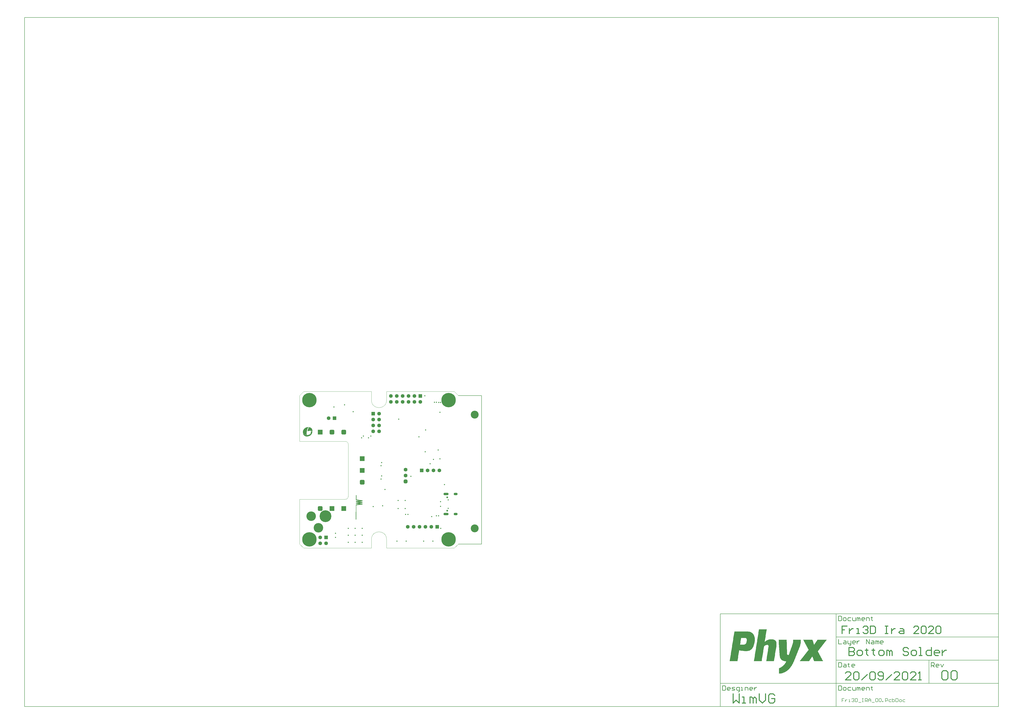
<source format=gbs>
G04*
G04 #@! TF.GenerationSoftware,Altium Limited,Altium Designer,21.7.0 (8)*
G04*
G04 Layer_Color=16711935*
%FSLAX25Y25*%
%MOIN*%
G70*
G04*
G04 #@! TF.SameCoordinates,1325804E-F4F0-4480-9AD4-437C1A0D12FC*
G04*
G04*
G04 #@! TF.FilePolarity,Negative*
G04*
G01*
G75*
%ADD10C,0.00591*%
%ADD11C,0.00984*%
%ADD12C,0.00787*%
%ADD13C,0.00394*%
%ADD14C,0.01575*%
%ADD75C,0.06299*%
%ADD76R,0.06299X0.06299*%
%ADD77R,0.06299X0.06299*%
%ADD78C,0.13386*%
%ADD79C,0.06394*%
G04:AMPARAMS|DCode=80|XSize=63.94mil|YSize=63.94mil|CornerRadius=16.97mil|HoleSize=0mil|Usage=FLASHONLY|Rotation=270.000|XOffset=0mil|YOffset=0mil|HoleType=Round|Shape=RoundedRectangle|*
%AMROUNDEDRECTD80*
21,1,0.06394,0.03000,0,0,270.0*
21,1,0.03000,0.06394,0,0,270.0*
1,1,0.03394,-0.01500,-0.01500*
1,1,0.03394,-0.01500,0.01500*
1,1,0.03394,0.01500,0.01500*
1,1,0.03394,0.01500,-0.01500*
%
%ADD80ROUNDEDRECTD80*%
%ADD81C,0.16142*%
%ADD82C,0.20079*%
%ADD83R,0.08268X0.08268*%
G04:AMPARAMS|DCode=84|XSize=82.68mil|YSize=82.68mil|CornerRadius=21.65mil|HoleSize=0mil|Usage=FLASHONLY|Rotation=180.000|XOffset=0mil|YOffset=0mil|HoleType=Round|Shape=RoundedRectangle|*
%AMROUNDEDRECTD84*
21,1,0.08268,0.03937,0,0,180.0*
21,1,0.03937,0.08268,0,0,180.0*
1,1,0.04331,-0.01968,0.01968*
1,1,0.04331,0.01968,0.01968*
1,1,0.04331,0.01968,-0.01968*
1,1,0.04331,-0.01968,-0.01968*
%
%ADD84ROUNDEDRECTD84*%
G04:AMPARAMS|DCode=85|XSize=82.68mil|YSize=82.68mil|CornerRadius=21.65mil|HoleSize=0mil|Usage=FLASHONLY|Rotation=270.000|XOffset=0mil|YOffset=0mil|HoleType=Round|Shape=RoundedRectangle|*
%AMROUNDEDRECTD85*
21,1,0.08268,0.03937,0,0,270.0*
21,1,0.03937,0.08268,0,0,270.0*
1,1,0.04331,-0.01968,-0.01968*
1,1,0.04331,-0.01968,0.01968*
1,1,0.04331,0.01968,0.01968*
1,1,0.04331,0.01968,-0.01968*
%
%ADD85ROUNDEDRECTD85*%
%ADD86R,0.08268X0.08268*%
%ADD87O,0.08661X0.04331*%
%ADD88O,0.06693X0.04331*%
%ADD89C,0.02953*%
%ADD90C,0.24410*%
%ADD112C,0.01968*%
G36*
X14082Y205309D02*
X14151Y205308D01*
X14151D01*
X14151D01*
X14163Y205307D01*
X14185Y205304D01*
X14219Y205308D01*
D01*
X14219D01*
X14288Y205307D01*
X14311Y205304D01*
X14322Y205303D01*
X14329Y205304D01*
X14356Y205306D01*
X14356D01*
X14356D01*
X14356D01*
X14425Y205306D01*
X14425D01*
X14425D01*
X14449Y205303D01*
X14459Y205302D01*
X14493Y205305D01*
D01*
X14493D01*
X14562Y205304D01*
X14586Y205302D01*
X14596Y205301D01*
X14623Y205303D01*
X14630Y205304D01*
X14630D01*
D01*
D01*
X14699Y205303D01*
X14699D01*
X14699D01*
X14767Y205303D01*
X14767D01*
X14836Y205302D01*
X14836D01*
X14836D01*
X14904Y205301D01*
X14973Y205301D01*
X14973D01*
X15041Y205300D01*
X15041Y205300D01*
X15041Y205300D01*
X15109Y205300D01*
X15146Y205296D01*
X15148Y205296D01*
D01*
X15148Y205296D01*
X15182Y205285D01*
X15185Y205284D01*
X15185D01*
X15185Y205284D01*
X15206Y205273D01*
X15219Y205265D01*
X15219Y205265D01*
X15219Y205265D01*
X15233Y205254D01*
X15249Y205241D01*
X15249Y205241D01*
X15249Y205241D01*
X15265Y205221D01*
X15273Y205210D01*
X15273Y205210D01*
X15273Y205210D01*
X15289Y205180D01*
X15291Y205176D01*
Y205176D01*
X15291Y205176D01*
X15300Y205145D01*
X15302Y205139D01*
Y205139D01*
X15302Y205139D01*
X15304Y205114D01*
X15305Y205100D01*
Y205100D01*
Y205100D01*
Y205100D01*
X15305Y205032D01*
Y205032D01*
Y205032D01*
X15303Y205014D01*
X15301Y204993D01*
X15301Y204993D01*
Y204993D01*
X15293Y204970D01*
X15289Y204956D01*
X15289Y204956D01*
X15289Y204956D01*
X15279Y204938D01*
X15271Y204922D01*
X15271Y204922D01*
X15271Y204922D01*
X15259Y204908D01*
X15246Y204892D01*
X15246Y204892D01*
X15246Y204892D01*
X15226Y204877D01*
X15216Y204868D01*
X15216Y204868D01*
X15215Y204868D01*
X15206Y204863D01*
X15202Y204854D01*
X15202Y204854D01*
X15201Y204854D01*
X15188Y204838D01*
X15177Y204824D01*
X15177Y204824D01*
X15177Y204824D01*
X15160Y204811D01*
X15146Y204800D01*
X15146Y204800D01*
X15146Y204800D01*
X15137Y204795D01*
X15132Y204786D01*
X15132Y204786D01*
X15132Y204786D01*
X15124Y204776D01*
X15108Y204757D01*
X15108Y204756D01*
X15108Y204756D01*
X15084Y204738D01*
X15077Y204732D01*
X15077D01*
X15077Y204732D01*
X15057Y204721D01*
X15043Y204714D01*
X15043Y204714D01*
X15043Y204714D01*
X15028Y204710D01*
X15006Y204703D01*
X15006D01*
X15006Y204703D01*
X14986Y204702D01*
X14980Y204701D01*
X14979Y204700D01*
X14970Y204689D01*
X14970Y204689D01*
X14970Y204689D01*
X14941Y204666D01*
X14940Y204665D01*
D01*
X14940Y204665D01*
X14909Y204649D01*
X14906Y204647D01*
X14906D01*
X14906Y204647D01*
X14883Y204640D01*
X14868Y204636D01*
X14868D01*
X14868Y204636D01*
X14852Y204635D01*
X14842Y204634D01*
X14832Y204622D01*
X14802Y204598D01*
X14793Y204593D01*
X14788Y204584D01*
X14788Y204584D01*
X14788Y204584D01*
X14772Y204565D01*
X14763Y204554D01*
X14763Y204554D01*
X14763Y204554D01*
X14734Y204531D01*
X14733Y204530D01*
D01*
X14733Y204530D01*
X14724Y204525D01*
X14719Y204516D01*
X14694Y204486D01*
X14664Y204462D01*
X14655Y204457D01*
X14650Y204448D01*
X14625Y204418D01*
X14625Y204418D01*
X14625Y204418D01*
X14595Y204394D01*
X14586Y204389D01*
X14581Y204380D01*
X14556Y204350D01*
X14526Y204326D01*
X14517Y204321D01*
X14512Y204312D01*
X14512Y204312D01*
X14512Y204312D01*
X14501Y204299D01*
X14487Y204283D01*
X14487Y204283D01*
X14487Y204282D01*
X14474Y204272D01*
X14457Y204258D01*
X14457Y204258D01*
X14457Y204258D01*
X14448Y204253D01*
X14443Y204244D01*
X14418Y204215D01*
X14388Y204190D01*
X14379Y204186D01*
X14374Y204177D01*
X14349Y204147D01*
X14349Y204147D01*
X14349Y204147D01*
X14338Y204138D01*
X14338Y204081D01*
X14334Y204043D01*
X14326Y204020D01*
X14322Y204006D01*
X14322Y204006D01*
D01*
X14303Y203972D01*
X14281Y203945D01*
X14279Y203942D01*
X14279D01*
Y203942D01*
X14271Y203936D01*
X14248Y203918D01*
X14214Y203900D01*
X14191Y203893D01*
X14184Y203870D01*
D01*
X14184Y203870D01*
X14172Y203848D01*
X14165Y203836D01*
X14165Y203836D01*
X14165Y203836D01*
X14150Y203818D01*
X14141Y203806D01*
X14141Y203806D01*
X14141Y203806D01*
X14126Y203795D01*
X14110Y203782D01*
X14110Y203782D01*
X14110Y203782D01*
X14101Y203777D01*
X14096Y203768D01*
X14080Y203748D01*
X14071Y203738D01*
X14071Y203738D01*
X14071Y203738D01*
X14060Y203729D01*
X14057Y203703D01*
X14046Y203668D01*
X14045Y203666D01*
D01*
X14045Y203666D01*
X14033Y203644D01*
X14027Y203632D01*
X14027Y203632D01*
X14027Y203632D01*
X14014Y203617D01*
X14002Y203602D01*
X14002Y203602D01*
X14002Y203602D01*
X13990Y203592D01*
X13989Y203587D01*
X13987Y203566D01*
X13987Y203566D01*
Y203566D01*
X13984Y203557D01*
X13975Y203529D01*
X13975Y203529D01*
Y203529D01*
X13971Y203521D01*
X13957Y203495D01*
X13957Y203495D01*
X13957Y203495D01*
X13946Y203482D01*
X13932Y203466D01*
X13932Y203466D01*
X13932Y203466D01*
X13919Y203455D01*
X13902Y203441D01*
X13902Y203441D01*
X13902Y203441D01*
X13893Y203436D01*
X13892Y203435D01*
X13888Y203428D01*
X13888Y203428D01*
X13888Y203427D01*
X13872Y203408D01*
X13863Y203398D01*
X13863Y203398D01*
X13863Y203398D01*
X13851Y203388D01*
X13848Y203362D01*
X13837Y203325D01*
D01*
X13837Y203325D01*
X13818Y203291D01*
X13798Y203267D01*
X13793Y203261D01*
X13793Y203261D01*
X13793Y203261D01*
X13781Y203252D01*
X13779Y203226D01*
X13767Y203189D01*
D01*
X13767Y203189D01*
X13755Y203167D01*
X13748Y203155D01*
X13748Y203155D01*
X13748Y203155D01*
X13734Y203137D01*
X13724Y203125D01*
X13724Y203125D01*
X13724Y203125D01*
X13709Y203113D01*
X13693Y203101D01*
X13693Y203101D01*
X13693Y203101D01*
X13684Y203096D01*
X13679Y203087D01*
X13679Y203087D01*
X13679Y203087D01*
X13664Y203068D01*
X13655Y203057D01*
X13655Y203057D01*
X13655Y203057D01*
X13644Y203049D01*
X13644Y202992D01*
Y202992D01*
Y202992D01*
X13642Y202976D01*
X13639Y202953D01*
X13639Y202953D01*
Y202953D01*
X13638Y202950D01*
X13628Y202916D01*
X13609Y202882D01*
X13609Y202882D01*
X13609Y202882D01*
X13596Y202866D01*
X13584Y202852D01*
X13584Y202852D01*
X13584Y202852D01*
X13573Y202843D01*
X13554Y202828D01*
X13554Y202828D01*
X13554Y202828D01*
X13545Y202823D01*
X13540Y202814D01*
X13540Y202814D01*
X13540Y202814D01*
X13528Y202799D01*
X13515Y202784D01*
X13515Y202784D01*
X13515Y202784D01*
X13505Y202776D01*
X13504Y202719D01*
Y202719D01*
Y202719D01*
X13503Y202711D01*
X13500Y202680D01*
X13488Y202643D01*
X13488Y202643D01*
D01*
X13470Y202609D01*
X13450Y202586D01*
X13445Y202580D01*
X13445D01*
Y202580D01*
X13438Y202574D01*
X13434Y202571D01*
X13434Y202514D01*
Y202514D01*
Y202514D01*
X13433Y202506D01*
X13430Y202476D01*
X13418Y202438D01*
X13418Y202438D01*
D01*
X13399Y202404D01*
X13380Y202381D01*
X13375Y202375D01*
X13375D01*
Y202375D01*
X13367Y202369D01*
X13364Y202366D01*
X13364Y202309D01*
X13359Y202271D01*
X13348Y202234D01*
X13329Y202200D01*
X13308Y202175D01*
X13304Y202170D01*
X13304D01*
Y202170D01*
X13294Y202161D01*
X13293Y202104D01*
X13289Y202066D01*
X13277Y202029D01*
X13259Y201995D01*
X13234Y201965D01*
X13224Y201957D01*
X13223Y201900D01*
X13221Y201880D01*
X13219Y201861D01*
X13219Y201861D01*
X13219Y201861D01*
X13209Y201829D01*
X13207Y201824D01*
Y201824D01*
X13207Y201824D01*
X13193Y201799D01*
X13189Y201790D01*
X13189Y201790D01*
X13189Y201790D01*
X13174Y201772D01*
X13164Y201760D01*
X13164Y201760D01*
X13164Y201760D01*
X13149Y201748D01*
X13134Y201736D01*
X13134Y201736D01*
X13134Y201736D01*
X13125Y201731D01*
X13120Y201722D01*
X13103Y201702D01*
X13095Y201692D01*
X13095Y201692D01*
X13095Y201692D01*
X13084Y201684D01*
X13082Y201490D01*
Y201490D01*
Y201490D01*
X13081Y201471D01*
X13078Y201451D01*
X13078Y201451D01*
Y201451D01*
X13072Y201430D01*
X13067Y201414D01*
X13067Y201414D01*
X13067Y201414D01*
X13058Y201398D01*
X13048Y201380D01*
X13048Y201380D01*
X13048Y201380D01*
X13038Y201368D01*
X13023Y201350D01*
X13023Y201350D01*
X13023Y201350D01*
X13014Y201343D01*
X13013Y201342D01*
X13012Y201285D01*
X13008Y201248D01*
X13008Y201247D01*
D01*
X13008Y201247D01*
X13000Y201221D01*
X12997Y201209D01*
X12997Y201209D01*
X12996Y201209D01*
X12989Y201196D01*
X12978Y201175D01*
X12978Y201175D01*
X12978Y201175D01*
X12967Y201162D01*
X12953Y201146D01*
X12953Y201146D01*
X12953Y201146D01*
X12942Y201137D01*
X12942Y201080D01*
Y201080D01*
Y201080D01*
X12938Y201042D01*
X12932Y201024D01*
X12926Y201005D01*
X12908Y200971D01*
X12883Y200941D01*
X12883D01*
Y200941D01*
X12876Y200935D01*
X12872Y200932D01*
X12872Y200875D01*
Y200875D01*
Y200875D01*
X12869Y200855D01*
X12867Y200837D01*
X12867Y200837D01*
Y200837D01*
X12863Y200821D01*
X12856Y200800D01*
X12856Y200800D01*
Y200800D01*
X12853Y200794D01*
X12837Y200766D01*
X12837Y200766D01*
X12837Y200766D01*
X12827Y200754D01*
X12812Y200736D01*
X12812Y200736D01*
X12812Y200736D01*
X12803Y200728D01*
X12802Y200727D01*
X12800Y200534D01*
X12796Y200495D01*
X12784Y200458D01*
X12766Y200424D01*
X12741Y200394D01*
X12730Y200386D01*
X12730Y200329D01*
X12728Y200309D01*
X12726Y200290D01*
X12726Y200290D01*
X12726Y200290D01*
X12716Y200258D01*
X12714Y200253D01*
Y200253D01*
X12714Y200253D01*
X12703Y200232D01*
X12696Y200219D01*
X12696Y200219D01*
X12696Y200219D01*
X12685Y200207D01*
X12671Y200189D01*
X12671Y200189D01*
X12671Y200189D01*
X12660Y200181D01*
X12658Y199987D01*
X12656Y199962D01*
X12654Y199948D01*
X12654Y199948D01*
Y199948D01*
X12647Y199924D01*
X12643Y199911D01*
X12643Y199911D01*
X12643Y199911D01*
X12629Y199887D01*
X12624Y199877D01*
X12624Y199877D01*
X12624Y199877D01*
X12614Y199865D01*
X12599Y199848D01*
X12589Y199839D01*
X12588Y199782D01*
X12585Y199748D01*
X12586Y199731D01*
X12588Y199714D01*
Y199714D01*
D01*
D01*
X12587Y199645D01*
Y199645D01*
Y199645D01*
X12586Y199633D01*
X12583Y199607D01*
X12571Y199570D01*
D01*
X12571Y199570D01*
X12559Y199548D01*
X12553Y199536D01*
X12553Y199536D01*
X12553Y199536D01*
X12538Y199518D01*
X12528Y199506D01*
X12528Y199506D01*
X12528Y199506D01*
X12517Y199497D01*
X12516Y199303D01*
Y199303D01*
Y199303D01*
X12513Y199283D01*
X12512Y199269D01*
X12515Y199235D01*
D01*
Y199235D01*
X12514Y199166D01*
Y199166D01*
Y199166D01*
X12512Y199142D01*
X12510Y199128D01*
X12510Y199128D01*
Y199128D01*
X12502Y199103D01*
X12499Y199091D01*
X12499Y199091D01*
X12499Y199091D01*
X12492Y199078D01*
X12480Y199057D01*
X12480Y199057D01*
Y199057D01*
X12475Y199050D01*
X12455Y199027D01*
X12455Y199027D01*
X12455Y199027D01*
X12444Y199018D01*
X12444Y198962D01*
X12440Y198927D01*
X12442Y198912D01*
X12443Y198893D01*
Y198893D01*
D01*
D01*
X12443Y198825D01*
Y198825D01*
Y198825D01*
X12441Y198807D01*
X12439Y198786D01*
X12439Y198786D01*
Y198786D01*
X12436Y198777D01*
X12427Y198749D01*
X12427Y198749D01*
Y198749D01*
X12423Y198741D01*
X12409Y198715D01*
X12409Y198715D01*
X12409Y198715D01*
X12397Y198701D01*
X12384Y198685D01*
X12384Y198685D01*
X12384Y198685D01*
X12373Y198677D01*
X12373Y198620D01*
Y198620D01*
Y198620D01*
X12371Y198607D01*
X12369Y198585D01*
X12371Y198562D01*
X12372Y198551D01*
Y198551D01*
Y198551D01*
X12371Y198483D01*
X12368Y198449D01*
X12369Y198433D01*
X12371Y198414D01*
Y198414D01*
D01*
D01*
X12370Y198346D01*
Y198346D01*
Y198346D01*
X12368Y198328D01*
X12366Y198307D01*
X12366Y198307D01*
Y198307D01*
X12363Y198298D01*
X12354Y198270D01*
X12354Y198270D01*
Y198270D01*
X12350Y198262D01*
X12336Y198236D01*
X12336Y198236D01*
X12336Y198236D01*
X12324Y198222D01*
X12311Y198206D01*
X12311Y198206D01*
X12311Y198206D01*
X12300Y198198D01*
X12300Y198141D01*
X12298Y198123D01*
X12296Y198102D01*
X12296Y198102D01*
Y198102D01*
X12290Y198084D01*
X12284Y198065D01*
X12284Y198065D01*
X12284Y198065D01*
X12268Y198035D01*
X12266Y198031D01*
X12266Y198031D01*
X12266Y198031D01*
X12249Y198012D01*
X12241Y198002D01*
X12241Y198002D01*
X12241Y198002D01*
X12230Y197993D01*
X12226Y197525D01*
X12222Y197491D01*
X12224Y197474D01*
X12225Y197457D01*
Y197457D01*
D01*
D01*
X12225Y197388D01*
Y197388D01*
Y197388D01*
X12224Y197376D01*
X12221Y197350D01*
X12209Y197313D01*
D01*
X12209Y197313D01*
X12197Y197291D01*
X12191Y197279D01*
X12191Y197279D01*
X12191Y197279D01*
X12176Y197261D01*
X12166Y197249D01*
X12166Y197249D01*
X12166Y197249D01*
X12155Y197240D01*
X12155Y197184D01*
X12151Y197149D01*
X12151Y197146D01*
X12154Y197115D01*
Y197115D01*
Y197115D01*
X12153Y197046D01*
X12151Y197024D01*
X12150Y197012D01*
X12151Y196999D01*
X12153Y196978D01*
X12153Y196978D01*
X12153Y196978D01*
X12152Y196909D01*
X12148Y196871D01*
X12145Y196862D01*
X12136Y196834D01*
X12118Y196800D01*
X12093Y196770D01*
X12082Y196762D01*
X12081Y196568D01*
Y196568D01*
Y196568D01*
X12077Y196534D01*
X12080Y196499D01*
Y196499D01*
D01*
D01*
X12079Y196431D01*
X12075Y196392D01*
X12065Y196357D01*
X12064Y196355D01*
D01*
X12064Y196355D01*
X12056Y196341D01*
X12045Y196321D01*
X12020Y196291D01*
X12020Y196291D01*
X12020Y196291D01*
X12010Y196283D01*
X12009Y196226D01*
X12006Y196192D01*
X12007Y196178D01*
X12009Y196157D01*
Y196157D01*
Y196157D01*
X12008Y196089D01*
X12006Y196070D01*
X12004Y196055D01*
X12006Y196033D01*
X12008Y196021D01*
Y196020D01*
Y196020D01*
Y196020D01*
X12007Y195952D01*
Y195952D01*
Y195952D01*
X12005Y195935D01*
X12003Y195914D01*
X12003Y195914D01*
Y195913D01*
X11996Y195890D01*
X11991Y195877D01*
X11991Y195877D01*
X11991Y195876D01*
X11981Y195858D01*
X11973Y195843D01*
X11973Y195842D01*
X11973Y195842D01*
X11961Y195829D01*
X11948Y195813D01*
X11948Y195813D01*
X11948Y195813D01*
X11937Y195804D01*
X11934Y195473D01*
X11930Y195439D01*
X11932Y195422D01*
X11934Y195405D01*
Y195405D01*
D01*
D01*
X11933Y195336D01*
Y195336D01*
Y195336D01*
X11931Y195319D01*
X11929Y195298D01*
X11929Y195298D01*
Y195298D01*
X11923Y195279D01*
X11917Y195261D01*
X11917Y195261D01*
X11917Y195261D01*
X11910Y195247D01*
X11899Y195227D01*
X11899Y195227D01*
X11899Y195227D01*
X11887Y195213D01*
X11874Y195197D01*
X11874Y195197D01*
X11874Y195197D01*
X11863Y195188D01*
X11863Y195132D01*
X11859Y195097D01*
X11860Y195088D01*
X11862Y195063D01*
X11862Y194994D01*
X11859Y194970D01*
X11858Y194960D01*
X11860Y194934D01*
X11861Y194926D01*
Y194926D01*
D01*
D01*
X11860Y194858D01*
X11858Y194840D01*
X11857Y194824D01*
X11858Y194805D01*
X11860Y194789D01*
Y194789D01*
Y194789D01*
X11859Y194721D01*
X11855Y194682D01*
X11843Y194645D01*
X11829Y194618D01*
X11843Y194591D01*
X11854Y194554D01*
X11857Y194515D01*
D01*
Y194515D01*
X11857Y194447D01*
X11853Y194408D01*
X11844Y194382D01*
X11841Y194371D01*
X11841Y194371D01*
D01*
X11823Y194337D01*
X11806Y194317D01*
X11798Y194307D01*
X11798Y194307D01*
X11798Y194307D01*
X11787Y194299D01*
X11785Y194116D01*
X11796Y194108D01*
X11796Y194108D01*
X11796Y194108D01*
X11812Y194088D01*
X11820Y194078D01*
X11820Y194078D01*
X11820Y194078D01*
X11836Y194047D01*
X11838Y194043D01*
Y194043D01*
X11838Y194043D01*
X11846Y194016D01*
X11849Y194006D01*
Y194006D01*
X11849Y194006D01*
X11851Y193983D01*
X11853Y193967D01*
Y193967D01*
Y193967D01*
X11852Y193899D01*
X11848Y193865D01*
X11849Y193861D01*
X11851Y193830D01*
Y193830D01*
Y193830D01*
X11851Y193762D01*
X11848Y193738D01*
X11847Y193728D01*
X11848Y193714D01*
X11850Y193693D01*
X11850Y193693D01*
X11850Y193693D01*
X11850Y193637D01*
X11860Y193628D01*
X11860Y193628D01*
X11860Y193628D01*
X11872Y193613D01*
X11885Y193597D01*
X11885Y193597D01*
X11885Y193597D01*
X11902Y193563D01*
X11913Y193526D01*
X11916Y193498D01*
X11917Y193487D01*
Y193487D01*
D01*
D01*
X11915Y193293D01*
X11926Y193285D01*
X11950Y193254D01*
X11955Y193245D01*
X11959Y193243D01*
X11964Y193240D01*
X11964Y193240D01*
X11964Y193240D01*
X11981Y193226D01*
X11993Y193216D01*
X11993Y193216D01*
X11994Y193216D01*
X12017Y193186D01*
X12018Y193185D01*
D01*
X12018Y193185D01*
X12034Y193154D01*
X12036Y193151D01*
Y193151D01*
X12036Y193151D01*
X12042Y193131D01*
X12047Y193114D01*
Y193114D01*
X12047Y193114D01*
X12048Y193100D01*
X12050Y193075D01*
Y193075D01*
Y193075D01*
X12050Y193018D01*
X12060Y193009D01*
X12073Y192994D01*
X12085Y192979D01*
X12089Y192970D01*
X12098Y192965D01*
X12098Y192965D01*
X12098Y192965D01*
X12115Y192952D01*
X12128Y192941D01*
X12128Y192941D01*
X12128Y192941D01*
X12141Y192924D01*
X12152Y192910D01*
X12152Y192910D01*
X12152Y192910D01*
X12163Y192891D01*
X12170Y192876D01*
X12170Y192876D01*
X12170Y192876D01*
X12177Y192853D01*
X12200Y192846D01*
X12234Y192827D01*
X12254Y192811D01*
X12264Y192802D01*
X12264Y192802D01*
X12264Y192802D01*
X12288Y192772D01*
X12306Y192738D01*
X12313Y192715D01*
X12336Y192708D01*
X12370Y192689D01*
X12400Y192664D01*
X12412Y192649D01*
X12424Y192634D01*
X12429Y192625D01*
X12438Y192620D01*
X12438Y192620D01*
X12438Y192620D01*
X12451Y192609D01*
X12467Y192595D01*
X12467Y192595D01*
X12468Y192595D01*
X12478Y192582D01*
X12492Y192565D01*
X12492Y192565D01*
X12492Y192565D01*
X12497Y192556D01*
X12506Y192551D01*
X12506Y192551D01*
X12506Y192551D01*
X12522Y192537D01*
X12535Y192526D01*
X12535Y192526D01*
X12536Y192526D01*
X12544Y192515D01*
X12601Y192515D01*
X12601D01*
X12601D01*
X12610Y192514D01*
X12639Y192511D01*
X12676Y192499D01*
X12676Y192499D01*
D01*
X12683Y192496D01*
X12710Y192481D01*
X12710Y192481D01*
X12710Y192481D01*
X12728Y192466D01*
X12740Y192456D01*
X12740Y192456D01*
X12740Y192456D01*
X12745Y192449D01*
X12765Y192426D01*
X12769Y192417D01*
X12772Y192415D01*
X12778Y192411D01*
X12788Y192403D01*
X12808Y192387D01*
X12833Y192357D01*
X12833Y192357D01*
X12833Y192357D01*
X12840Y192342D01*
X12851Y192322D01*
X12851Y192322D01*
Y192322D01*
X12852Y192318D01*
X12861Y192285D01*
X12865Y192246D01*
Y192246D01*
Y192246D01*
X12864Y192178D01*
X12862Y192154D01*
X12860Y192139D01*
X12860Y192139D01*
X12860Y192139D01*
X12852Y192115D01*
X12848Y192102D01*
X12848Y192102D01*
X12848Y192102D01*
X12838Y192083D01*
X12830Y192068D01*
X12830Y192068D01*
X12830Y192068D01*
X12817Y192052D01*
X12805Y192039D01*
X12805Y192039D01*
X12805Y192039D01*
X12788Y192025D01*
X12775Y192014D01*
X12775Y192014D01*
X12775Y192014D01*
X12753Y192003D01*
X12741Y191996D01*
X12741Y191996D01*
X12741Y191996D01*
X12719Y191990D01*
X12703Y191985D01*
X12703Y191985D01*
X12703Y191985D01*
X12684Y191983D01*
X12665Y191982D01*
X12665D01*
X12665D01*
X12665D01*
X12596Y191982D01*
X12562Y191986D01*
X12545Y191984D01*
X12528Y191983D01*
X12528Y191983D01*
X12528Y191983D01*
X12459Y191984D01*
X12425Y191987D01*
X12425D01*
X12422Y191987D01*
X12391Y191984D01*
X12391D01*
X12391D01*
X12322Y191985D01*
X12322D01*
X12322D01*
X12310Y191986D01*
X12288Y191989D01*
X12254Y191985D01*
D01*
X12254D01*
X12185Y191986D01*
X12185D01*
X12185D01*
X12167Y191988D01*
X12147Y191990D01*
X12147Y191990D01*
X12147D01*
X12124Y191997D01*
X12110Y192002D01*
X12110Y192002D01*
X12110Y192002D01*
X12092Y192012D01*
X12076Y192020D01*
X12076Y192020D01*
X12076Y192020D01*
X12062Y192032D01*
X12046Y192045D01*
X12046Y192045D01*
X12046Y192045D01*
X12037Y192056D01*
X11980Y192056D01*
D01*
X11912Y192057D01*
D01*
X11844Y192058D01*
X11844D01*
X11844D01*
X11775Y192058D01*
D01*
X11707Y192059D01*
X11707D01*
X11707D01*
X11638Y192059D01*
X11638D01*
X11570Y192060D01*
X11570D01*
X11570D01*
X11559Y192061D01*
X11531Y192064D01*
X11494Y192076D01*
X11494Y192076D01*
X11494Y192076D01*
X11469Y192089D01*
X11460Y192094D01*
X11460Y192094D01*
X11460Y192094D01*
X11441Y192110D01*
X11430Y192119D01*
X11430Y192119D01*
X11430Y192119D01*
X11422Y192130D01*
X11365Y192130D01*
X11365D01*
X11365D01*
X11296Y192131D01*
D01*
X11228Y192131D01*
X11228D01*
X11228D01*
X11159Y192132D01*
D01*
X11091Y192132D01*
X11091D01*
X11091D01*
X11066Y192135D01*
X11057Y192136D01*
X11043Y192135D01*
X11022Y192133D01*
X11022D01*
X11022D01*
X10954Y192134D01*
X10937Y192136D01*
X10920Y192137D01*
X10906Y192136D01*
X10886Y192134D01*
X10886D01*
X10886D01*
X10817Y192135D01*
X10779Y192139D01*
X10741Y192151D01*
X10707Y192169D01*
X10678Y192194D01*
X10669Y192205D01*
X10612Y192205D01*
X10612D01*
X10612D01*
X10544Y192206D01*
D01*
X10475Y192206D01*
X10475D01*
X10475D01*
X10464Y192208D01*
X10437Y192210D01*
X10400Y192222D01*
X10400Y192222D01*
X10400Y192222D01*
X10375Y192236D01*
X10366Y192241D01*
X10366Y192241D01*
X10366Y192241D01*
X10347Y192256D01*
X10336Y192265D01*
X10336Y192265D01*
X10336Y192265D01*
X10327Y192276D01*
X10270Y192277D01*
X10270D01*
X10270D01*
X10202Y192277D01*
D01*
X10133Y192278D01*
X10110Y192280D01*
X10099Y192281D01*
X10081Y192280D01*
X10065Y192279D01*
X10065D01*
X10065D01*
X10065D01*
X9996Y192279D01*
X9958Y192283D01*
X9921Y192295D01*
X9887Y192313D01*
X9857Y192338D01*
X9849Y192349D01*
X9792Y192349D01*
X9753Y192353D01*
X9718Y192364D01*
X9716Y192365D01*
D01*
X9716Y192365D01*
X9682Y192384D01*
X9662Y192400D01*
X9652Y192408D01*
X9652Y192408D01*
X9652Y192408D01*
X9644Y192419D01*
X9587Y192420D01*
X9569Y192421D01*
X9553Y192423D01*
X9518Y192420D01*
X9450Y192421D01*
X9450D01*
X9450D01*
X9438Y192422D01*
X9411Y192425D01*
X9374Y192437D01*
X9374Y192437D01*
X9374D01*
X9357Y192446D01*
X9340Y192455D01*
X9340Y192455D01*
X9340Y192455D01*
X9328Y192465D01*
X9310Y192480D01*
X9302Y192491D01*
X9245Y192491D01*
X9220Y192494D01*
X9206Y192495D01*
X9206Y192495D01*
X9206D01*
X9182Y192503D01*
X9169Y192507D01*
X9169Y192507D01*
X9169Y192507D01*
X9144Y192520D01*
X9135Y192525D01*
X9135Y192525D01*
X9135Y192525D01*
X9116Y192541D01*
X9106Y192550D01*
X9106Y192550D01*
X9105Y192550D01*
X9097Y192561D01*
X9040Y192561D01*
X9006Y192565D01*
X8991Y192564D01*
X8972Y192562D01*
X8971D01*
D01*
D01*
X8903Y192562D01*
X8903D01*
X8903D01*
X8885Y192564D01*
X8864Y192567D01*
X8864Y192567D01*
X8864D01*
X8855Y192570D01*
X8828Y192578D01*
X8828Y192578D01*
X8828D01*
X8819Y192583D01*
X8794Y192597D01*
X8794Y192597D01*
X8793Y192597D01*
X8785Y192604D01*
X8764Y192622D01*
X8764Y192622D01*
X8764Y192622D01*
X8759Y192627D01*
X8739Y192652D01*
X8739Y192652D01*
X8739Y192652D01*
X8736Y192658D01*
X8735Y192661D01*
X8726Y192666D01*
X8696Y192691D01*
X8687Y192701D01*
X8630Y192702D01*
X8610Y192704D01*
X8592Y192706D01*
X8592Y192706D01*
X8592Y192706D01*
X8569Y192713D01*
X8555Y192718D01*
X8555Y192718D01*
X8555Y192718D01*
X8534Y192729D01*
X8521Y192736D01*
X8521Y192736D01*
X8521Y192736D01*
X8504Y192751D01*
X8491Y192761D01*
X8491Y192761D01*
X8491Y192761D01*
X8483Y192772D01*
X8426Y192772D01*
X8426D01*
X8426D01*
X8387Y192776D01*
X8360Y192785D01*
X8350Y192788D01*
X8350Y192788D01*
D01*
X8347Y192790D01*
X8316Y192806D01*
X8286Y192831D01*
X8286Y192831D01*
X8286Y192831D01*
X8281Y192838D01*
X8278Y192842D01*
X8221Y192842D01*
X8182Y192847D01*
X8145Y192858D01*
X8111Y192877D01*
X8081Y192902D01*
X8057Y192932D01*
X8053Y192939D01*
X8052Y192941D01*
X8043Y192946D01*
X8043Y192946D01*
X8043Y192946D01*
X8027Y192959D01*
X8014Y192971D01*
X8014Y192971D01*
X8013Y192971D01*
X8005Y192981D01*
X7948Y192982D01*
X7909Y192986D01*
X7872Y192998D01*
X7838Y193016D01*
X7809Y193041D01*
X7784Y193071D01*
X7779Y193080D01*
X7771Y193085D01*
X7746Y193105D01*
X7741Y193110D01*
X7741Y193110D01*
X7741Y193110D01*
X7732Y193121D01*
X7675Y193121D01*
X7675D01*
X7675D01*
X7664Y193122D01*
X7637Y193125D01*
X7600Y193137D01*
X7600D01*
X7600Y193137D01*
X7572Y193152D01*
X7566Y193155D01*
X7566Y193155D01*
X7566Y193155D01*
X7547Y193171D01*
X7536Y193180D01*
X7536Y193180D01*
X7536Y193180D01*
X7513Y193209D01*
X7512Y193210D01*
D01*
X7512Y193210D01*
X7507Y193220D01*
X7498Y193225D01*
X7468Y193249D01*
X7444Y193280D01*
X7439Y193289D01*
X7430Y193294D01*
X7430Y193294D01*
X7430Y193294D01*
X7420Y193302D01*
X7400Y193318D01*
X7400Y193318D01*
X7400Y193318D01*
X7391Y193330D01*
X7365Y193333D01*
X7327Y193345D01*
X7294Y193363D01*
X7264Y193388D01*
X7264Y193388D01*
X7264Y193388D01*
X7254Y193400D01*
X7242Y193401D01*
X7228Y193403D01*
X7228Y193403D01*
X7228D01*
X7203Y193411D01*
X7191Y193414D01*
X7191Y193414D01*
X7191Y193414D01*
X7166Y193428D01*
X7157Y193433D01*
X7157Y193433D01*
X7157Y193433D01*
X7138Y193449D01*
X7128Y193458D01*
X7127Y193458D01*
X7127Y193458D01*
X7117Y193471D01*
X7103Y193488D01*
X7103Y193488D01*
X7103Y193488D01*
X7098Y193497D01*
X7089Y193502D01*
X7059Y193527D01*
X7035Y193557D01*
X7030Y193566D01*
X7022Y193571D01*
X7021Y193571D01*
X7021Y193571D01*
X7002Y193587D01*
X6992Y193596D01*
X6992Y193596D01*
X6992Y193596D01*
X6982Y193608D01*
X6956Y193611D01*
X6919Y193622D01*
X6919Y193622D01*
D01*
X6916Y193624D01*
X6885Y193641D01*
X6855Y193666D01*
X6855Y193666D01*
X6855Y193666D01*
X6850Y193672D01*
X6831Y193696D01*
X6813Y193730D01*
X6807Y193753D01*
X6806Y193753D01*
X6783Y193760D01*
X6749Y193779D01*
X6749Y193779D01*
X6749Y193779D01*
X6741Y193786D01*
X6719Y193804D01*
X6710Y193816D01*
X6702Y193816D01*
X6684Y193818D01*
X6684Y193818D01*
X6684Y193818D01*
X6652Y193828D01*
X6647Y193830D01*
X6647D01*
X6647Y193830D01*
X6621Y193844D01*
X6613Y193849D01*
X6613Y193849D01*
X6613Y193849D01*
X6586Y193871D01*
X6583Y193873D01*
D01*
X6583Y193874D01*
X6563Y193898D01*
X6559Y193904D01*
X6559Y193904D01*
X6559Y193904D01*
X6546Y193928D01*
X6541Y193938D01*
X6541Y193938D01*
X6541Y193938D01*
X6534Y193960D01*
X6534Y193961D01*
X6516Y193967D01*
X6511Y193968D01*
X6511D01*
X6511Y193968D01*
X6477Y193987D01*
X6454Y194006D01*
X6447Y194011D01*
X6447Y194012D01*
X6447Y194012D01*
X6423Y194042D01*
X6405Y194076D01*
X6398Y194099D01*
X6383Y194104D01*
X6375Y194106D01*
X6375Y194106D01*
X6375Y194106D01*
X6352Y194119D01*
X6341Y194125D01*
X6341Y194125D01*
X6341Y194125D01*
X6323Y194141D01*
X6312Y194150D01*
X6312Y194150D01*
X6312Y194150D01*
X6296Y194169D01*
X6287Y194180D01*
X6287Y194180D01*
X6287Y194180D01*
X6272Y194210D01*
X6269Y194214D01*
Y194214D01*
X6269Y194214D01*
X6260Y194245D01*
X6258Y194251D01*
Y194251D01*
X6258Y194252D01*
X6256Y194276D01*
X6255Y194290D01*
Y194290D01*
Y194290D01*
X6255Y194347D01*
X6245Y194356D01*
X6245Y194356D01*
X6245Y194356D01*
X6226Y194379D01*
X6221Y194386D01*
Y194386D01*
X6221Y194386D01*
X6216Y194395D01*
X6207Y194400D01*
X6207Y194400D01*
X6207Y194400D01*
X6188Y194416D01*
X6177Y194425D01*
X6177Y194425D01*
X6177Y194425D01*
X6167Y194438D01*
X6153Y194455D01*
X6153Y194455D01*
X6153Y194455D01*
X6148Y194464D01*
X6139Y194469D01*
X6109Y194494D01*
X6109Y194494D01*
X6109Y194494D01*
X6100Y194506D01*
X6085Y194524D01*
X6080Y194533D01*
X6071Y194538D01*
X6060Y194547D01*
X6041Y194563D01*
X6017Y194593D01*
X5999Y194627D01*
D01*
X5999Y194627D01*
X5994Y194643D01*
X5988Y194665D01*
X5985Y194703D01*
Y194703D01*
D01*
D01*
X5985Y194760D01*
X5975Y194769D01*
X5975Y194769D01*
X5975Y194769D01*
X5950Y194799D01*
X5946Y194808D01*
X5937Y194813D01*
X5937Y194813D01*
X5937Y194813D01*
X5907Y194838D01*
X5882Y194868D01*
X5864Y194903D01*
X5855Y194935D01*
X5853Y194940D01*
Y194940D01*
X5853Y194940D01*
X5851Y194967D01*
X5850Y194978D01*
Y194978D01*
Y194978D01*
X5850Y195035D01*
X5840Y195044D01*
X5840Y195044D01*
X5840Y195044D01*
X5837Y195048D01*
X5816Y195074D01*
X5811Y195083D01*
X5802Y195088D01*
X5802Y195088D01*
X5802Y195088D01*
X5786Y195102D01*
X5772Y195113D01*
X5772Y195113D01*
X5772Y195113D01*
X5759Y195130D01*
X5748Y195143D01*
X5748Y195143D01*
X5748Y195143D01*
X5738Y195163D01*
X5730Y195178D01*
X5730Y195178D01*
X5730Y195178D01*
X5725Y195193D01*
X5719Y195215D01*
X5719Y195215D01*
Y195215D01*
X5718Y195226D01*
X5715Y195254D01*
Y195254D01*
Y195254D01*
X5717Y195448D01*
X5707Y195456D01*
X5707Y195456D01*
X5707Y195456D01*
X5696Y195469D01*
X5682Y195486D01*
X5682Y195486D01*
X5682Y195486D01*
X5677Y195497D01*
X5664Y195521D01*
X5664Y195521D01*
X5664Y195521D01*
X5660Y195535D01*
X5654Y195558D01*
X5654Y195558D01*
X5653Y195558D01*
X5652Y195577D01*
X5650Y195597D01*
Y195597D01*
Y195597D01*
Y195597D01*
X5650Y195653D01*
X5640Y195662D01*
X5616Y195693D01*
X5598Y195727D01*
X5587Y195764D01*
X5583Y195803D01*
X5584Y195871D01*
X5588Y195905D01*
X5585Y195929D01*
X5584Y195940D01*
Y195940D01*
D01*
D01*
X5589Y196407D01*
X5578Y196416D01*
X5578Y196416D01*
X5578Y196416D01*
X5565Y196432D01*
X5554Y196446D01*
X5554Y196446D01*
X5554Y196446D01*
X5543Y196467D01*
X5536Y196481D01*
X5536Y196481D01*
X5536Y196481D01*
X5530Y196501D01*
X5525Y196518D01*
X5525Y196518D01*
X5525Y196518D01*
X5523Y196537D01*
X5521Y196556D01*
X5521Y196556D01*
X5521Y196556D01*
X5522Y196625D01*
X5525Y196648D01*
X5526Y196659D01*
X5524Y196679D01*
X5523Y196693D01*
Y196693D01*
Y196694D01*
Y196694D01*
X5523Y196762D01*
X5527Y196796D01*
X5525Y196823D01*
X5524Y196830D01*
Y196830D01*
D01*
D01*
X5524Y196899D01*
Y196899D01*
Y196899D01*
X5527Y196921D01*
X5528Y196938D01*
X5528Y196938D01*
Y196938D01*
X5532Y196948D01*
X5540Y196975D01*
X5559Y197009D01*
X5559Y197009D01*
X5559Y197009D01*
X5567Y197019D01*
X5584Y197038D01*
X5584Y197038D01*
X5584Y197038D01*
X5593Y197046D01*
X5594Y197047D01*
X5601Y197789D01*
Y197789D01*
Y197789D01*
X5602Y197803D01*
X5604Y197823D01*
X5602Y197847D01*
X5601Y197857D01*
Y197857D01*
D01*
D01*
X5602Y197926D01*
X5606Y197964D01*
X5618Y198001D01*
X5636Y198035D01*
X5661Y198065D01*
X5672Y198073D01*
X5672Y198130D01*
Y198130D01*
Y198130D01*
X5674Y198147D01*
X5676Y198165D01*
X5674Y198181D01*
X5673Y198199D01*
Y198199D01*
D01*
D01*
X5673Y198267D01*
Y198267D01*
Y198267D01*
X5676Y198292D01*
X5677Y198306D01*
X5677Y198306D01*
Y198306D01*
X5685Y198331D01*
X5689Y198343D01*
X5689Y198343D01*
X5689Y198343D01*
X5696Y198355D01*
X5708Y198377D01*
X5708Y198377D01*
Y198377D01*
X5713Y198383D01*
X5732Y198407D01*
X5732Y198407D01*
X5733Y198407D01*
X5743Y198415D01*
X5744Y198472D01*
X5747Y198500D01*
X5747Y198506D01*
X5744Y198541D01*
X5745Y198609D01*
X5747Y198634D01*
X5749Y198648D01*
X5749Y198648D01*
Y198648D01*
X5757Y198672D01*
X5760Y198685D01*
X5760Y198685D01*
X5760Y198685D01*
X5774Y198709D01*
X5779Y198719D01*
X5779Y198719D01*
X5779Y198719D01*
X5795Y198738D01*
X5804Y198748D01*
X5804Y198748D01*
X5804Y198749D01*
X5815Y198757D01*
X5815Y198814D01*
Y198814D01*
Y198814D01*
X5818Y198836D01*
X5819Y198853D01*
X5819Y198853D01*
Y198853D01*
X5822Y198863D01*
X5831Y198890D01*
X5849Y198924D01*
X5849Y198924D01*
X5849Y198924D01*
X5858Y198934D01*
X5874Y198953D01*
X5874Y198953D01*
X5874Y198953D01*
X5883Y198961D01*
X5885Y198962D01*
X5885Y199019D01*
X5888Y199046D01*
X5889Y199057D01*
Y199057D01*
X5889Y199057D01*
X5900Y199091D01*
X5901Y199094D01*
Y199094D01*
X5901Y199094D01*
X5913Y199116D01*
X5920Y199128D01*
X5920Y199128D01*
X5920Y199128D01*
X5933Y199145D01*
X5944Y199158D01*
X5944Y199158D01*
X5944Y199158D01*
X5955Y199167D01*
X5956Y199224D01*
X5960Y199262D01*
X5971Y199297D01*
X5971Y199299D01*
D01*
X5971Y199299D01*
X5990Y199333D01*
X6007Y199353D01*
X6015Y199363D01*
X6015Y199363D01*
X6015Y199363D01*
X6025Y199372D01*
X6026Y199428D01*
Y199428D01*
Y199428D01*
X6028Y199449D01*
X6030Y199467D01*
X6030Y199467D01*
Y199467D01*
X6035Y199483D01*
X6042Y199504D01*
X6042Y199504D01*
Y199504D01*
X6045Y199510D01*
X6060Y199538D01*
X6060Y199538D01*
X6060Y199538D01*
X6070Y199550D01*
X6085Y199568D01*
X6085Y199568D01*
X6085Y199568D01*
X6095Y199576D01*
X6096Y199576D01*
X6096Y199633D01*
X6100Y199672D01*
X6107Y199695D01*
X6112Y199709D01*
X6112Y199709D01*
D01*
X6130Y199743D01*
X6153Y199770D01*
X6155Y199773D01*
X6155D01*
Y199773D01*
X6163Y199778D01*
X6166Y199781D01*
X6166Y199838D01*
X6168Y199850D01*
X6171Y199877D01*
X6182Y199914D01*
D01*
X6182Y199914D01*
X6201Y199948D01*
X6221Y199972D01*
X6225Y199978D01*
X6225Y199978D01*
X6225Y199978D01*
X6240Y199989D01*
X6256Y200002D01*
X6256Y200002D01*
X6256Y200002D01*
X6265Y200007D01*
X6270Y200016D01*
X6270Y200016D01*
X6270Y200016D01*
X6283Y200031D01*
X6295Y200045D01*
X6295Y200045D01*
X6295Y200045D01*
X6305Y200054D01*
X6306Y200111D01*
Y200111D01*
Y200111D01*
X6307Y200127D01*
X6310Y200149D01*
X6310Y200149D01*
Y200149D01*
X6319Y200179D01*
X6322Y200186D01*
D01*
X6322Y200186D01*
X6327Y200197D01*
X6340Y200220D01*
X6365Y200250D01*
X6365Y200250D01*
X6365Y200250D01*
X6382Y200264D01*
X6395Y200274D01*
X6395Y200275D01*
X6395Y200275D01*
X6404Y200279D01*
X6409Y200288D01*
X6434Y200318D01*
X6445Y200327D01*
X6445Y200384D01*
X6446Y200396D01*
X6449Y200422D01*
X6461Y200459D01*
D01*
X6461Y200459D01*
X6479Y200493D01*
X6500Y200518D01*
X6504Y200523D01*
X6504Y200523D01*
X6504Y200523D01*
X6519Y200535D01*
X6534Y200547D01*
X6534Y200547D01*
X6534Y200547D01*
X6543Y200552D01*
X6548Y200561D01*
X6548Y200561D01*
X6549Y200561D01*
X6560Y200575D01*
X6573Y200591D01*
X6573Y200591D01*
X6573Y200591D01*
X6584Y200599D01*
X6584Y200656D01*
X6586Y200673D01*
X6589Y200695D01*
X6589Y200695D01*
Y200695D01*
X6600Y200732D01*
X6619Y200766D01*
X6637Y200788D01*
X6644Y200796D01*
X6644Y200796D01*
X6644Y200796D01*
X6661Y200810D01*
X6674Y200820D01*
X6674Y200820D01*
X6674Y200820D01*
X6683Y200825D01*
X6688Y200834D01*
X6713Y200864D01*
X6713Y200864D01*
X6713Y200864D01*
X6723Y200872D01*
X6724Y200929D01*
X6727Y200962D01*
X6728Y200968D01*
Y200968D01*
X6728Y200968D01*
X6737Y200995D01*
X6740Y201005D01*
X6740Y201005D01*
X6740Y201005D01*
X6752Y201027D01*
X6758Y201039D01*
X6758Y201039D01*
X6758Y201039D01*
X6772Y201055D01*
X6783Y201068D01*
X6783Y201068D01*
X6783Y201068D01*
X6813Y201093D01*
X6822Y201097D01*
X6827Y201106D01*
X6827Y201106D01*
X6827Y201106D01*
X6840Y201122D01*
X6852Y201136D01*
X6852Y201136D01*
X6852Y201136D01*
X6869Y201150D01*
X6882Y201161D01*
X6882Y201161D01*
X6882Y201161D01*
X6891Y201165D01*
X6896Y201174D01*
X6913Y201194D01*
X6921Y201204D01*
X6921Y201204D01*
X6921Y201204D01*
X6951Y201228D01*
X6960Y201233D01*
X6965Y201242D01*
X6990Y201272D01*
X6990Y201272D01*
X6990Y201272D01*
X7002Y201281D01*
X7002Y201282D01*
X7005Y201308D01*
X7013Y201334D01*
X7016Y201345D01*
X7016Y201345D01*
D01*
X7018Y201348D01*
X7035Y201379D01*
X7060Y201408D01*
X7060Y201408D01*
X7060Y201408D01*
X7072Y201418D01*
X7072Y201418D01*
X7074Y201444D01*
X7086Y201481D01*
X7105Y201515D01*
X7130Y201545D01*
X7160Y201569D01*
X7169Y201574D01*
X7174Y201583D01*
X7174Y201583D01*
X7174Y201583D01*
X7185Y201596D01*
X7199Y201613D01*
X7199Y201613D01*
X7199Y201613D01*
X7218Y201628D01*
X7229Y201637D01*
X7229Y201637D01*
X7229Y201637D01*
X7238Y201642D01*
X7243Y201651D01*
X7243Y201651D01*
X7243Y201651D01*
X7254Y201664D01*
X7268Y201680D01*
X7268Y201680D01*
X7268Y201681D01*
X7280Y201690D01*
X7298Y201705D01*
X7298Y201705D01*
X7298Y201705D01*
X7307Y201710D01*
X7312Y201719D01*
X7337Y201748D01*
X7367Y201773D01*
X7376Y201778D01*
X7378Y201781D01*
X7381Y201786D01*
X7381Y201787D01*
X7381Y201787D01*
X7397Y201806D01*
X7406Y201816D01*
X7406Y201816D01*
X7406Y201816D01*
X7417Y201825D01*
X7417Y201882D01*
Y201882D01*
Y201882D01*
X7419Y201900D01*
X7421Y201920D01*
X7421Y201920D01*
Y201920D01*
X7424Y201930D01*
X7433Y201957D01*
X7433Y201957D01*
Y201957D01*
X7437Y201965D01*
X7451Y201991D01*
X7451Y201991D01*
X7451Y201991D01*
X7463Y202005D01*
X7476Y202021D01*
X7476Y202021D01*
X7476Y202021D01*
X7490Y202032D01*
X7506Y202045D01*
X7506Y202045D01*
X7506Y202045D01*
X7520Y202053D01*
X7541Y202063D01*
X7541Y202063D01*
X7541Y202063D01*
X7551Y202066D01*
X7564Y202070D01*
X7568Y202084D01*
X7571Y202093D01*
X7589Y202127D01*
X7614Y202157D01*
X7644Y202181D01*
X7654Y202186D01*
X7659Y202195D01*
X7683Y202225D01*
X7714Y202249D01*
X7723Y202254D01*
X7728Y202263D01*
X7728Y202263D01*
X7728Y202263D01*
X7744Y202282D01*
X7752Y202293D01*
X7752Y202293D01*
X7752Y202293D01*
X7766Y202303D01*
X7783Y202317D01*
X7783Y202317D01*
X7783Y202317D01*
X7792Y202322D01*
X7797Y202331D01*
X7822Y202361D01*
X7822Y202361D01*
X7822Y202361D01*
X7833Y202370D01*
X7852Y202385D01*
X7861Y202390D01*
X7866Y202399D01*
X7891Y202428D01*
X7921Y202453D01*
X7930Y202457D01*
X7935Y202467D01*
X7955Y202491D01*
X7960Y202496D01*
X7960Y202496D01*
X7960Y202496D01*
X7974Y202508D01*
X7990Y202521D01*
X7990Y202521D01*
X7990Y202521D01*
X7999Y202525D01*
X8004Y202534D01*
X8004Y202534D01*
X8004Y202534D01*
X8011Y202543D01*
X8029Y202564D01*
X8029Y202564D01*
X8029Y202564D01*
X8042Y202575D01*
X8059Y202588D01*
X8059Y202589D01*
X8059Y202589D01*
X8068Y202593D01*
X8073Y202602D01*
X8098Y202632D01*
X8098Y202632D01*
X8098Y202632D01*
X8128Y202656D01*
X8137Y202661D01*
X8142Y202670D01*
X8142Y202670D01*
X8142Y202670D01*
X8158Y202689D01*
X8167Y202700D01*
X8167Y202700D01*
X8167Y202700D01*
X8180Y202710D01*
X8197Y202724D01*
X8197Y202724D01*
X8197Y202724D01*
X8206Y202729D01*
X8211Y202738D01*
X8236Y202768D01*
X8266Y202792D01*
X8275Y202797D01*
X8280Y202806D01*
X8280Y202806D01*
Y202806D01*
X8285Y202812D01*
X8305Y202836D01*
X8305Y202836D01*
X8305Y202836D01*
X8318Y202846D01*
X8335Y202860D01*
X8335Y202860D01*
X8335Y202860D01*
X8344Y202865D01*
X8349Y202874D01*
X8349Y202874D01*
X8349Y202874D01*
X8358Y202884D01*
X8374Y202904D01*
X8374Y202904D01*
X8374Y202904D01*
X8398Y202923D01*
X8404Y202928D01*
X8404D01*
X8404Y202928D01*
X8413Y202933D01*
X8418Y202942D01*
X8418Y202942D01*
X8418Y202942D01*
X8429Y202955D01*
X8443Y202971D01*
X8443Y202972D01*
X8443Y202972D01*
X8456Y202981D01*
X8473Y202996D01*
X8473Y202996D01*
X8473Y202996D01*
X8483Y203001D01*
X8487Y203010D01*
X8487Y203010D01*
X8488Y203010D01*
X8501Y203026D01*
X8512Y203039D01*
X8512Y203039D01*
X8512Y203039D01*
X8529Y203052D01*
X8542Y203064D01*
X8542Y203064D01*
X8542Y203064D01*
X8552Y203068D01*
X8557Y203078D01*
X8581Y203107D01*
X8612Y203132D01*
X8646Y203150D01*
X8683Y203161D01*
X8709Y203163D01*
X8719Y203174D01*
X8719Y203174D01*
X8719Y203174D01*
X8731Y203184D01*
X8749Y203199D01*
X8783Y203217D01*
X8783Y203217D01*
X8783D01*
X8821Y203228D01*
X8847Y203230D01*
X8856Y203242D01*
X8856Y203242D01*
X8856Y203242D01*
X8868Y203251D01*
X8887Y203266D01*
X8896Y203271D01*
X8901Y203280D01*
X8901Y203280D01*
X8901Y203280D01*
X8909Y203290D01*
X8925Y203310D01*
X8926Y203310D01*
X8926Y203310D01*
X8949Y203329D01*
X8956Y203334D01*
X8956D01*
X8956Y203334D01*
X8965Y203339D01*
X8970Y203348D01*
X8970Y203348D01*
Y203348D01*
X8975Y203354D01*
X8995Y203378D01*
X8995Y203378D01*
X8995Y203378D01*
X9008Y203388D01*
X9025Y203402D01*
X9025Y203402D01*
X9025Y203402D01*
X9034Y203407D01*
X9039Y203416D01*
X9039Y203416D01*
X9039Y203416D01*
X9052Y203432D01*
X9064Y203445D01*
X9064Y203445D01*
X9064Y203446D01*
X9090Y203466D01*
X9094Y203470D01*
X9094D01*
X9094Y203470D01*
X9103Y203474D01*
X9108Y203484D01*
X9108Y203484D01*
X9108Y203484D01*
X9119Y203497D01*
X9133Y203513D01*
X9133Y203513D01*
X9133Y203513D01*
X9152Y203529D01*
X9163Y203538D01*
X9163Y203538D01*
X9163Y203538D01*
X9172Y203542D01*
X9177Y203551D01*
X9202Y203581D01*
X9202Y203581D01*
X9202Y203581D01*
X9232Y203606D01*
X9266Y203624D01*
X9298Y203633D01*
X9303Y203634D01*
X9303D01*
X9304Y203634D01*
X9328Y203637D01*
X9342Y203638D01*
X9342D01*
X9342D01*
X9399Y203637D01*
X9399Y203638D01*
X9408Y203648D01*
X9408Y203648D01*
X9408Y203648D01*
X9427Y203664D01*
X9438Y203672D01*
X9438Y203672D01*
X9438Y203672D01*
X9447Y203677D01*
X9452Y203686D01*
X9452Y203686D01*
X9452Y203686D01*
X9467Y203704D01*
X9477Y203716D01*
X9477Y203716D01*
X9477Y203716D01*
X9492Y203728D01*
X9507Y203740D01*
X9507Y203740D01*
X9507Y203740D01*
X9516Y203745D01*
X9521Y203754D01*
X9521Y203754D01*
X9521Y203754D01*
X9537Y203773D01*
X9546Y203784D01*
X9546Y203784D01*
X9546Y203784D01*
X9559Y203794D01*
X9576Y203808D01*
X9576Y203808D01*
X9576Y203808D01*
X9611Y203826D01*
X9639Y203834D01*
X9648Y203837D01*
X9648D01*
X9648Y203837D01*
X9669Y203839D01*
X9674Y203839D01*
X9684Y203851D01*
X9684Y203851D01*
X9684Y203851D01*
X9703Y203867D01*
X9714Y203875D01*
X9714Y203875D01*
X9714Y203875D01*
X9744Y203891D01*
X9748Y203893D01*
X9748D01*
X9748Y203893D01*
X9775Y203901D01*
X9785Y203904D01*
X9785D01*
X9785Y203904D01*
X9808Y203906D01*
X9811Y203906D01*
X9812Y203907D01*
X9821Y203918D01*
X9821Y203918D01*
X9821Y203918D01*
X9850Y203942D01*
X9851Y203942D01*
D01*
X9851Y203942D01*
X9860Y203947D01*
X9865Y203956D01*
X9882Y203976D01*
X9890Y203986D01*
X9890Y203986D01*
X9890Y203986D01*
X9921Y204011D01*
X9929Y204015D01*
X9934Y204024D01*
X9959Y204054D01*
X9990Y204078D01*
X10024Y204096D01*
X10061Y204107D01*
X10100Y204111D01*
X10157Y204110D01*
X10165Y204121D01*
X10165Y204121D01*
X10165Y204121D01*
X10183Y204135D01*
X10195Y204145D01*
X10195Y204145D01*
X10196Y204145D01*
X10205Y204150D01*
X10210Y204159D01*
X10210Y204159D01*
X10210Y204159D01*
X10221Y204172D01*
X10234Y204189D01*
X10234Y204189D01*
X10234Y204189D01*
X10248Y204200D01*
X10265Y204213D01*
X10265Y204213D01*
X10265Y204213D01*
X10279Y204220D01*
X10299Y204231D01*
X10299Y204231D01*
X10299Y204231D01*
X10310Y204234D01*
X10336Y204242D01*
X10336Y204242D01*
X10336D01*
X10344Y204242D01*
X10375Y204245D01*
X10375D01*
X10375D01*
X10432Y204245D01*
X10432Y204245D01*
X10441Y204255D01*
X10441Y204255D01*
X10441Y204255D01*
X10471Y204280D01*
X10480Y204284D01*
X10485Y204293D01*
X10485Y204293D01*
X10485Y204293D01*
X10493Y204303D01*
X10509Y204323D01*
X10509Y204323D01*
X10509Y204323D01*
X10522Y204333D01*
X10540Y204347D01*
X10540Y204347D01*
X10540Y204347D01*
X10565Y204361D01*
X10574Y204365D01*
X10574D01*
X10574Y204365D01*
X10611Y204376D01*
X10640Y204379D01*
X10650Y204380D01*
X10650D01*
X10650D01*
X10707Y204379D01*
X10716Y204390D01*
X10716Y204390D01*
X10716Y204390D01*
X10729Y204400D01*
X10746Y204414D01*
X10746Y204414D01*
X10746Y204414D01*
X10755Y204419D01*
X10760Y204428D01*
X10760Y204428D01*
X10760Y204428D01*
X10771Y204442D01*
X10785Y204458D01*
X10785Y204458D01*
X10785Y204458D01*
X10804Y204473D01*
X10815Y204482D01*
X10815Y204482D01*
X10815Y204482D01*
X10845Y204498D01*
X10849Y204500D01*
X10849D01*
X10849Y204500D01*
X10880Y204509D01*
X10886Y204511D01*
X10886D01*
X10886Y204511D01*
X10911Y204513D01*
X10925Y204514D01*
X10925D01*
X10925D01*
X10925D01*
X10982Y204514D01*
X10985Y204517D01*
X10991Y204524D01*
X11021Y204549D01*
X11055Y204567D01*
X11092Y204578D01*
X11131Y204581D01*
X11188Y204581D01*
X11197Y204591D01*
X11227Y204615D01*
X11261Y204633D01*
X11261Y204633D01*
X11261Y204633D01*
X11270Y204636D01*
X11299Y204644D01*
X11299D01*
X11299Y204644D01*
X11316Y204646D01*
X11337Y204648D01*
X11337D01*
X11337D01*
X11394Y204647D01*
X11403Y204658D01*
X11433Y204682D01*
X11442Y204687D01*
X11447Y204696D01*
X11447Y204696D01*
X11447Y204696D01*
X11458Y204710D01*
X11472Y204726D01*
X11472Y204726D01*
X11472Y204726D01*
X11491Y204741D01*
X11502Y204750D01*
X11502Y204750D01*
X11502Y204750D01*
X11532Y204766D01*
X11536Y204768D01*
X11536D01*
X11536Y204768D01*
X11563Y204776D01*
X11574Y204779D01*
X11574D01*
X11574Y204779D01*
X11598Y204781D01*
X11612Y204782D01*
X11612D01*
X11612D01*
X11681Y204782D01*
X11705Y204779D01*
X11715Y204778D01*
X11729Y204779D01*
X11749Y204781D01*
X11749Y204781D01*
X11749Y204781D01*
X11806Y204781D01*
X11815Y204791D01*
X11845Y204816D01*
X11854Y204820D01*
X11859Y204829D01*
X11859Y204829D01*
X11859Y204829D01*
X11874Y204847D01*
X11884Y204859D01*
X11884Y204859D01*
X11884Y204859D01*
X11898Y204871D01*
X11914Y204883D01*
X11914Y204883D01*
X11914Y204883D01*
X11929Y204891D01*
X11948Y204901D01*
X11948Y204901D01*
X11948D01*
X11953Y204903D01*
X11986Y204912D01*
X12024Y204916D01*
X12024D01*
X12024D01*
X12093Y204915D01*
X12093D01*
X12093D01*
X12127Y204911D01*
X12154Y204914D01*
X12161Y204914D01*
X12161D01*
D01*
D01*
X12218Y204914D01*
X12227Y204925D01*
X12257Y204949D01*
X12257Y204949D01*
X12257Y204949D01*
X12272Y204957D01*
X12291Y204967D01*
X12291Y204967D01*
X12291D01*
X12296Y204968D01*
X12329Y204978D01*
X12367Y204981D01*
X12367D01*
X12367D01*
X12424Y204981D01*
X12433Y204991D01*
X12463Y205015D01*
X12498Y205033D01*
X12535Y205044D01*
X12573Y205048D01*
D01*
X12573D01*
X12642Y205047D01*
X12676Y205044D01*
X12697Y205046D01*
X12710Y205047D01*
X12710D01*
X12710D01*
X12710D01*
X12767Y205046D01*
X12768Y205047D01*
X12776Y205057D01*
X12776Y205057D01*
X12776Y205057D01*
X12806Y205081D01*
X12840Y205099D01*
X12878Y205110D01*
X12909Y205113D01*
X12916Y205113D01*
X12916D01*
D01*
D01*
X12973Y205113D01*
X12982Y205123D01*
X12982Y205123D01*
X12982Y205123D01*
X13011Y205147D01*
X13012Y205148D01*
D01*
X13012Y205148D01*
X13043Y205164D01*
X13046Y205166D01*
X13047D01*
X13047Y205166D01*
X13069Y205172D01*
X13084Y205177D01*
X13084D01*
X13084Y205177D01*
X13100Y205178D01*
X13122Y205180D01*
X13122D01*
X13122D01*
X13191Y205180D01*
X13191D01*
X13191D01*
X13216Y205177D01*
X13225Y205176D01*
X13245Y205178D01*
X13259Y205179D01*
X13259D01*
X13259D01*
X13259D01*
X13328Y205178D01*
X13362Y205175D01*
X13365Y205175D01*
X13396Y205178D01*
X13396D01*
X13396D01*
X13453Y205177D01*
X13462Y205188D01*
X13492Y205212D01*
X13492Y205212D01*
X13492Y205212D01*
X13501Y205217D01*
X13526Y205230D01*
X13526Y205230D01*
X13526Y205230D01*
X13535Y205233D01*
X13564Y205241D01*
X13564D01*
X13564Y205241D01*
X13582Y205242D01*
X13602Y205244D01*
X13602D01*
X13602D01*
X13671Y205244D01*
X13696Y205241D01*
X13705Y205240D01*
X13739Y205243D01*
D01*
X13739D01*
X13808Y205242D01*
D01*
X13876Y205242D01*
D01*
X13933Y205241D01*
X13937Y205247D01*
X13942Y205252D01*
X13942Y205252D01*
X13942Y205252D01*
X13956Y205264D01*
X13972Y205276D01*
X13972Y205276D01*
X13972Y205276D01*
X14003Y205293D01*
X14006Y205294D01*
D01*
X14006Y205294D01*
X14022Y205299D01*
X14044Y205305D01*
X14082Y205309D01*
X14082D01*
D01*
D01*
D02*
G37*
G36*
X16614Y205013D02*
X16614D01*
X16614D01*
X16636Y205010D01*
X16648Y205009D01*
X16669Y205011D01*
X16682Y205012D01*
X16682Y205012D01*
X16682Y205012D01*
X16751Y205011D01*
X16775Y205009D01*
X16785Y205008D01*
X16809Y205010D01*
X16819Y205011D01*
X16819D01*
D01*
D01*
X16887Y205010D01*
X16887D01*
X16887D01*
X16956Y205010D01*
X16956D01*
X16956D01*
X17025Y205009D01*
X17049Y205006D01*
X17059Y205005D01*
X17093Y205008D01*
X17093D01*
X17093D01*
X17161Y205008D01*
X17161D01*
X17161D01*
X17200Y205004D01*
X17226Y204995D01*
X17237Y204992D01*
X17237Y204992D01*
D01*
X17240Y204990D01*
X17271Y204974D01*
X17301Y204949D01*
X17301Y204949D01*
X17301Y204949D01*
X17309Y204938D01*
X17366Y204938D01*
X17405Y204933D01*
X17442Y204922D01*
X17476Y204903D01*
X17506Y204878D01*
X17514Y204868D01*
X17571Y204867D01*
X17571D01*
X17571D01*
X17590Y204865D01*
X17610Y204863D01*
X17610Y204863D01*
X17610D01*
X17633Y204856D01*
X17647Y204852D01*
X17647Y204852D01*
X17647Y204852D01*
X17665Y204842D01*
X17681Y204833D01*
X17681Y204833D01*
X17681Y204833D01*
X17694Y204822D01*
X17710Y204808D01*
X17710Y204808D01*
X17710Y204808D01*
X17719Y204798D01*
X17776Y204797D01*
X17776D01*
X17776D01*
X17794Y204795D01*
X17815Y204793D01*
X17815Y204793D01*
X17815D01*
X17824Y204790D01*
X17852Y204781D01*
X17852Y204781D01*
X17852D01*
X17860Y204777D01*
X17886Y204763D01*
X17886Y204763D01*
X17886Y204763D01*
X17895Y204755D01*
X17915Y204738D01*
X17915Y204738D01*
X17915Y204738D01*
X17919Y204734D01*
X17924Y204727D01*
X17981Y204727D01*
X17981D01*
X17981D01*
X17990Y204726D01*
X18019Y204723D01*
X18056Y204711D01*
X18056Y204711D01*
D01*
X18059Y204709D01*
X18090Y204693D01*
X18120Y204668D01*
X18120Y204668D01*
X18120Y204668D01*
X18129Y204656D01*
X18130Y204656D01*
X18142Y204654D01*
X18156Y204653D01*
X18156Y204653D01*
X18156D01*
X18180Y204645D01*
X18193Y204641D01*
X18193Y204641D01*
X18193Y204641D01*
X18217Y204628D01*
X18227Y204623D01*
X18227Y204623D01*
X18227Y204623D01*
X18246Y204607D01*
X18257Y204598D01*
X18257Y204598D01*
X18257Y204598D01*
X18266Y204586D01*
X18269Y204586D01*
X18292Y204583D01*
X18292Y204583D01*
X18292D01*
X18308Y204578D01*
X18329Y204572D01*
X18329Y204572D01*
X18329Y204572D01*
X18356Y204557D01*
X18363Y204553D01*
X18363Y204553D01*
X18363Y204553D01*
X18382Y204537D01*
X18393Y204528D01*
X18393Y204528D01*
X18393Y204528D01*
X18401Y204518D01*
X18458Y204517D01*
X18482Y204515D01*
X18497Y204513D01*
X18497Y204513D01*
X18497Y204513D01*
X18522Y204505D01*
X18534Y204501D01*
X18534Y204501D01*
X18534Y204501D01*
X18553Y204491D01*
X18568Y204483D01*
X18568Y204483D01*
X18568Y204483D01*
X18584Y204469D01*
X18598Y204458D01*
X18598Y204458D01*
X18598Y204458D01*
X18606Y204447D01*
X18663Y204447D01*
X18702Y204443D01*
X18739Y204431D01*
X18761Y204419D01*
X18773Y204413D01*
X18783Y204404D01*
X18803Y204388D01*
X18819Y204368D01*
X18827Y204357D01*
X18832Y204348D01*
X18835Y204347D01*
X18841Y204344D01*
X18841Y204344D01*
X18841Y204344D01*
X18860Y204328D01*
X18870Y204319D01*
X18870Y204319D01*
X18870Y204319D01*
X18894Y204290D01*
X18895Y204289D01*
D01*
X18895Y204288D01*
X18900Y204279D01*
X18909Y204275D01*
X18938Y204250D01*
X18938Y204250D01*
X18938Y204250D01*
X18948Y204238D01*
X18958Y204237D01*
X18974Y204235D01*
X18974Y204235D01*
X18974Y204235D01*
X18997Y204228D01*
X19011Y204223D01*
X19011Y204223D01*
X19011Y204223D01*
X19030Y204213D01*
X19045Y204205D01*
X19045Y204205D01*
X19045Y204205D01*
X19061Y204191D01*
X19075Y204180D01*
X19075Y204180D01*
X19075Y204180D01*
X19084Y204168D01*
X19110Y204165D01*
X19147Y204154D01*
D01*
X19147Y204154D01*
X19161Y204146D01*
X19181Y204135D01*
X19211Y204110D01*
X19211Y204110D01*
X19211Y204110D01*
X19235Y204080D01*
X19240Y204071D01*
X19243Y204069D01*
X19249Y204066D01*
X19249Y204066D01*
X19249Y204066D01*
X19268Y204050D01*
X19279Y204041D01*
X19279Y204041D01*
X19279Y204041D01*
X19289Y204028D01*
X19303Y204011D01*
X19303Y204011D01*
X19303Y204011D01*
X19308Y204002D01*
X19317Y203997D01*
X19347Y203972D01*
X19350Y203968D01*
X19356Y203960D01*
X19367Y203959D01*
X19382Y203957D01*
X19382Y203957D01*
X19383Y203957D01*
X19399Y203952D01*
X19419Y203946D01*
X19419Y203946D01*
X19420Y203946D01*
X19430Y203940D01*
X19453Y203927D01*
X19453Y203927D01*
X19454Y203927D01*
X19469Y203914D01*
X19483Y203902D01*
X19483Y203902D01*
X19483Y203902D01*
X19493Y203890D01*
X19519Y203888D01*
X19556Y203876D01*
D01*
X19556Y203876D01*
X19590Y203857D01*
X19610Y203841D01*
X19620Y203833D01*
X19620Y203833D01*
X19620Y203833D01*
X19644Y203802D01*
X19649Y203793D01*
X19658Y203788D01*
X19658Y203788D01*
X19658Y203788D01*
X19666Y203782D01*
X19687Y203764D01*
X19712Y203733D01*
X19712Y203733D01*
X19712Y203733D01*
X19716Y203724D01*
X19726Y203719D01*
X19726Y203719D01*
X19726Y203719D01*
X19742Y203706D01*
X19755Y203695D01*
X19755Y203695D01*
X19755Y203695D01*
X19766Y203682D01*
X19780Y203664D01*
X19780Y203664D01*
X19780Y203664D01*
X19784Y203655D01*
X19793Y203650D01*
X19823Y203625D01*
X19848Y203595D01*
X19852Y203586D01*
X19855Y203585D01*
X19861Y203581D01*
X19861Y203581D01*
X19861Y203581D01*
X19880Y203565D01*
X19891Y203556D01*
X19891Y203556D01*
X19891Y203556D01*
X19915Y203527D01*
X19915Y203526D01*
D01*
X19915Y203526D01*
X19920Y203517D01*
X19929Y203512D01*
X19949Y203496D01*
X19959Y203487D01*
X19959Y203487D01*
X19959Y203487D01*
X19983Y203457D01*
X19988Y203448D01*
X19997Y203443D01*
X20017Y203426D01*
X20027Y203418D01*
X20027Y203418D01*
X20027Y203418D01*
X20036Y203407D01*
X20051Y203388D01*
X20056Y203379D01*
X20065Y203374D01*
X20085Y203357D01*
X20095Y203349D01*
X20095Y203349D01*
X20095Y203349D01*
X20104Y203338D01*
X20119Y203319D01*
X20121Y203316D01*
X20124Y203310D01*
X20133Y203305D01*
X20133Y203305D01*
X20133D01*
X20139Y203300D01*
X20163Y203280D01*
X20163Y203280D01*
X20163Y203280D01*
X20173Y203267D01*
X20187Y203250D01*
X20187Y203250D01*
X20187Y203250D01*
X20192Y203241D01*
X20193Y203240D01*
X20201Y203236D01*
X20201Y203236D01*
X20201Y203236D01*
X20220Y203220D01*
X20230Y203211D01*
X20230Y203211D01*
X20231Y203211D01*
X20241Y203198D01*
X20255Y203181D01*
X20255Y203181D01*
X20255Y203181D01*
X20259Y203172D01*
X20268Y203167D01*
X20268Y203167D01*
X20268Y203167D01*
X20279Y203158D01*
X20298Y203142D01*
X20298Y203142D01*
X20298Y203142D01*
X20317Y203118D01*
X20323Y203112D01*
Y203112D01*
X20323Y203112D01*
X20327Y203103D01*
X20336Y203098D01*
X20336Y203098D01*
X20336Y203098D01*
X20350Y203086D01*
X20366Y203073D01*
X20366Y203073D01*
X20366Y203073D01*
X20382Y203053D01*
X20391Y203043D01*
X20391Y203043D01*
X20391Y203043D01*
X20395Y203033D01*
X20404Y203029D01*
X20434Y203004D01*
X20458Y202974D01*
X20458Y202974D01*
X20459Y202974D01*
X20463Y202964D01*
X20466Y202963D01*
X20472Y202960D01*
X20472Y202960D01*
X20472Y202960D01*
X20491Y202944D01*
X20502Y202935D01*
X20502Y202935D01*
X20502Y202935D01*
X20525Y202906D01*
X20526Y202905D01*
D01*
X20526Y202905D01*
X20531Y202895D01*
X20540Y202890D01*
X20570Y202866D01*
X20570Y202866D01*
X20570Y202866D01*
X20579Y202854D01*
X20594Y202835D01*
X20599Y202826D01*
X20601Y202825D01*
X20608Y202821D01*
X20608Y202821D01*
X20608Y202821D01*
X20627Y202806D01*
X20638Y202797D01*
X20638Y202797D01*
X20638Y202797D01*
X20652Y202779D01*
X20662Y202766D01*
X20662Y202766D01*
X20662Y202766D01*
X20667Y202757D01*
X20676Y202752D01*
X20706Y202728D01*
Y202728D01*
X20706D01*
X20711Y202720D01*
X20730Y202697D01*
X20731Y202694D01*
X20748Y202663D01*
X20756Y202637D01*
X20759Y202626D01*
X20762Y202587D01*
Y202587D01*
D01*
D01*
X20762Y202530D01*
X20772Y202521D01*
X20772Y202521D01*
X20772Y202521D01*
X20796Y202492D01*
X20797Y202491D01*
D01*
X20797Y202491D01*
X20801Y202482D01*
X20810Y202477D01*
X20810Y202477D01*
X20810Y202477D01*
X20816Y202473D01*
X20840Y202452D01*
X20865Y202422D01*
X20883Y202388D01*
X20883Y202388D01*
X20883Y202388D01*
X20888Y202368D01*
X20893Y202351D01*
Y202351D01*
X20893Y202351D01*
X20895Y202329D01*
X20897Y202312D01*
Y202312D01*
D01*
D01*
X20896Y202255D01*
X20907Y202246D01*
X20907Y202246D01*
X20907Y202246D01*
X20917Y202234D01*
X20931Y202216D01*
X20931Y202216D01*
X20931Y202216D01*
X20936Y202207D01*
X20945Y202202D01*
X20945Y202202D01*
X20945Y202202D01*
X20955Y202194D01*
X20975Y202177D01*
X20975Y202177D01*
X20975Y202177D01*
X20994Y202154D01*
X20999Y202147D01*
Y202147D01*
X20999Y202147D01*
X21004Y202138D01*
X21013Y202133D01*
X21037Y202113D01*
X21043Y202108D01*
Y202108D01*
X21043D01*
X21067Y202078D01*
X21076Y202062D01*
X21085Y202044D01*
X21096Y202007D01*
X21099Y201968D01*
Y201968D01*
Y201968D01*
X21099Y201911D01*
X21109Y201902D01*
X21134Y201872D01*
X21138Y201863D01*
X21147Y201858D01*
X21177Y201833D01*
Y201833D01*
X21177D01*
X21202Y201803D01*
X21219Y201768D01*
X21227Y201742D01*
X21230Y201731D01*
X21234Y201693D01*
Y201693D01*
D01*
D01*
X21233Y201636D01*
X21244Y201627D01*
X21244Y201627D01*
X21244Y201627D01*
X21258Y201609D01*
X21268Y201597D01*
X21268Y201597D01*
X21268Y201597D01*
X21276Y201582D01*
X21286Y201562D01*
X21286Y201562D01*
Y201562D01*
X21287Y201559D01*
X21297Y201525D01*
X21301Y201487D01*
Y201487D01*
Y201487D01*
X21300Y201430D01*
X21310Y201421D01*
X21311Y201421D01*
X21311Y201421D01*
X21335Y201391D01*
X21340Y201382D01*
X21349Y201377D01*
X21378Y201352D01*
X21403Y201322D01*
X21421Y201287D01*
X21432Y201250D01*
X21435Y201212D01*
X21435Y201143D01*
X21432Y201123D01*
X21431Y201109D01*
X21434Y201078D01*
X21434Y201075D01*
Y201075D01*
D01*
D01*
X21433Y201018D01*
X21444Y201009D01*
X21444Y201009D01*
X21444Y201009D01*
X21463Y200985D01*
X21468Y200979D01*
Y200979D01*
X21468Y200979D01*
X21473Y200970D01*
X21482Y200965D01*
X21482Y200965D01*
X21482D01*
X21488Y200959D01*
X21512Y200940D01*
X21512Y200940D01*
X21512Y200940D01*
X21522Y200927D01*
X21536Y200910D01*
X21536Y200910D01*
X21536Y200910D01*
X21543Y200897D01*
X21554Y200875D01*
X21554Y200875D01*
X21554Y200875D01*
X21559Y200860D01*
X21565Y200838D01*
Y200838D01*
X21565Y200838D01*
X21567Y200820D01*
X21568Y200799D01*
Y200799D01*
Y200799D01*
X21568Y200731D01*
Y200731D01*
Y200731D01*
X21567Y200720D01*
X21564Y200697D01*
X21565Y200683D01*
X21567Y200663D01*
Y200663D01*
Y200662D01*
X21567Y200606D01*
X21567Y200605D01*
X21577Y200597D01*
X21577Y200597D01*
X21577Y200597D01*
X21602Y200567D01*
X21620Y200532D01*
X21631Y200495D01*
X21633Y200463D01*
X21634Y200457D01*
Y200457D01*
D01*
D01*
X21633Y200400D01*
X21644Y200391D01*
X21668Y200361D01*
X21686Y200326D01*
X21686Y200326D01*
Y200326D01*
X21697Y200289D01*
X21700Y200261D01*
X21701Y200250D01*
Y200250D01*
Y200250D01*
X21700Y200182D01*
X21698Y200161D01*
X21696Y200148D01*
X21700Y200114D01*
D01*
Y200114D01*
X21697Y199783D01*
X21707Y199774D01*
X21731Y199744D01*
X21749Y199709D01*
X21760Y199672D01*
X21764Y199634D01*
D01*
Y199634D01*
X21763Y199565D01*
X21762Y199556D01*
X21759Y199531D01*
X21763Y199497D01*
Y199497D01*
Y199497D01*
X21762Y199440D01*
X21773Y199431D01*
X21797Y199401D01*
X21815Y199366D01*
X21826Y199329D01*
X21829Y199291D01*
X21829Y199222D01*
X21829Y199222D01*
X21829Y199222D01*
X21827Y199206D01*
X21825Y199188D01*
X21828Y199153D01*
Y199153D01*
D01*
D01*
X21827Y199085D01*
X21824Y199051D01*
X21826Y199027D01*
X21827Y199017D01*
Y199017D01*
Y199017D01*
X21826Y198948D01*
Y198948D01*
Y198948D01*
X21825Y198936D01*
X21823Y198914D01*
X21826Y198880D01*
X21816Y197715D01*
X21811Y197677D01*
X21803Y197652D01*
X21800Y197640D01*
X21781Y197606D01*
X21756Y197576D01*
X21726Y197552D01*
X21692Y197534D01*
X21666Y197526D01*
X21655Y197523D01*
X21616Y197519D01*
D01*
X21616D01*
X21548Y197520D01*
X21548Y197520D01*
X21509Y197524D01*
X21472Y197536D01*
D01*
X21472Y197536D01*
X21450Y197548D01*
X21438Y197554D01*
X21438Y197554D01*
X21438Y197554D01*
X21420Y197569D01*
X21408Y197579D01*
X21408Y197579D01*
X21408Y197579D01*
X21396Y197594D01*
X21384Y197609D01*
X21384Y197609D01*
X21384Y197609D01*
X21376Y197624D01*
X21366Y197644D01*
X21366Y197644D01*
Y197644D01*
X21365Y197648D01*
X21355Y197681D01*
X21351Y197720D01*
Y197720D01*
D01*
D01*
X21352Y197776D01*
X21341Y197785D01*
X21341Y197785D01*
X21341Y197785D01*
X21332Y197798D01*
X21317Y197815D01*
X21317Y197815D01*
X21317Y197816D01*
X21307Y197835D01*
X21299Y197850D01*
X21299Y197850D01*
X21299Y197850D01*
X21293Y197871D01*
X21288Y197887D01*
X21288Y197887D01*
X21288Y197887D01*
X21286Y197909D01*
X21285Y197925D01*
X21285Y197926D01*
X21285Y197926D01*
X21285Y197983D01*
X21275Y197991D01*
X21275Y197991D01*
X21275Y197991D01*
X21256Y198015D01*
X21250Y198021D01*
Y198021D01*
X21250Y198021D01*
X21246Y198031D01*
X21243Y198032D01*
X21237Y198036D01*
X21237Y198036D01*
X21237Y198036D01*
X21218Y198051D01*
X21207Y198060D01*
X21207Y198060D01*
X21207Y198060D01*
X21196Y198073D01*
X21183Y198091D01*
X21183Y198091D01*
X21183Y198091D01*
X21178Y198100D01*
X21177Y198100D01*
X21169Y198105D01*
X21169Y198105D01*
X21169Y198105D01*
X21154Y198117D01*
X21139Y198129D01*
X21139Y198129D01*
X21139Y198129D01*
X21115Y198160D01*
X21098Y198192D01*
X21097Y198194D01*
D01*
X21097Y198194D01*
X21090Y198217D01*
X21067Y198224D01*
X21067Y198224D01*
X21067D01*
X21050Y198234D01*
X21033Y198243D01*
X21033Y198243D01*
X21033Y198243D01*
X21021Y198253D01*
X21003Y198268D01*
X20979Y198298D01*
X20979Y198298D01*
X20979Y198298D01*
X20974Y198307D01*
X20974Y198307D01*
X20965Y198312D01*
X20935Y198337D01*
X20911Y198367D01*
X20906Y198376D01*
X20897Y198381D01*
X20897Y198381D01*
X20897Y198381D01*
X20889Y198388D01*
X20867Y198406D01*
X20843Y198436D01*
X20838Y198445D01*
X20829Y198450D01*
X20800Y198475D01*
X20800Y198475D01*
X20800Y198475D01*
X20794Y198481D01*
X20791Y198485D01*
X20734Y198486D01*
X20734D01*
X20734D01*
X20722Y198487D01*
X20696Y198490D01*
X20659Y198502D01*
X20646Y198508D01*
X20625Y198520D01*
X20609Y198533D01*
X20595Y198545D01*
X20571Y198575D01*
X20571Y198575D01*
X20570Y198575D01*
X20566Y198584D01*
X20557Y198589D01*
X20527Y198614D01*
X20503Y198644D01*
X20498Y198653D01*
X20489Y198658D01*
X20489Y198658D01*
X20489Y198658D01*
X20475Y198670D01*
X20459Y198683D01*
X20459Y198683D01*
X20459Y198683D01*
X20450Y198694D01*
X20394Y198694D01*
X20393Y198694D01*
X20393Y198694D01*
X20378Y198696D01*
X20355Y198698D01*
X20355Y198698D01*
X20355D01*
X20348Y198701D01*
X20318Y198710D01*
X20318Y198710D01*
X20318Y198710D01*
X20300Y198720D01*
X20284Y198729D01*
X20284Y198729D01*
X20284Y198729D01*
X20267Y198742D01*
X20254Y198753D01*
X20254Y198753D01*
X20254Y198753D01*
X20246Y198764D01*
X20189Y198765D01*
X20155Y198768D01*
X20128Y198766D01*
X20120Y198765D01*
X20120D01*
D01*
D01*
X20052Y198766D01*
X20034Y198768D01*
X20013Y198770D01*
X20013Y198770D01*
X20013D01*
X19990Y198777D01*
X19976Y198782D01*
X19976Y198782D01*
X19976Y198782D01*
X19958Y198792D01*
X19942Y198800D01*
X19942Y198800D01*
X19942Y198800D01*
X19929Y198811D01*
X19913Y198825D01*
X19913Y198825D01*
X19912Y198825D01*
X19904Y198836D01*
X19847Y198836D01*
X19847D01*
X19847D01*
X19824Y198838D01*
X19808Y198840D01*
X19808Y198840D01*
X19808D01*
X19798Y198844D01*
X19771Y198852D01*
X19737Y198870D01*
X19737Y198870D01*
X19737Y198870D01*
X19727Y198879D01*
X19708Y198895D01*
X19708Y198895D01*
X19707Y198895D01*
X19699Y198906D01*
X19642Y198906D01*
X19642D01*
X19642D01*
X19630Y198908D01*
X19608Y198910D01*
X19585Y198908D01*
X19574Y198907D01*
X19574D01*
X19574D01*
X19505Y198908D01*
X19505D01*
X19505D01*
X19493Y198909D01*
X19471Y198911D01*
X19464Y198911D01*
X19437Y198908D01*
X19437D01*
X19437D01*
X19437D01*
X19368Y198909D01*
X19330Y198913D01*
X19293Y198925D01*
X19259Y198943D01*
X19229Y198968D01*
X19226Y198972D01*
X19220Y198978D01*
X19163Y198979D01*
X19163D01*
X19163D01*
X19095Y198980D01*
X19095D01*
X19095D01*
X19026Y198980D01*
X18958Y198981D01*
D01*
X18889Y198981D01*
X18889D01*
X18889D01*
X18865Y198984D01*
X18855Y198985D01*
X18843Y198984D01*
X18821Y198982D01*
X18821D01*
X18821D01*
X18753Y198983D01*
X18729Y198985D01*
X18718Y198986D01*
X18684Y198983D01*
D01*
X18684D01*
X18616Y198984D01*
X18593Y198986D01*
X18581Y198987D01*
X18568Y198986D01*
X18547Y198984D01*
X18547D01*
X18547D01*
X18479Y198985D01*
X18479D01*
X18478D01*
X18466Y198986D01*
X18444Y198989D01*
X18410Y198986D01*
X18410D01*
D01*
D01*
X18342Y198986D01*
X18342Y198986D01*
X18341Y198986D01*
X18322Y198988D01*
X18307Y198990D01*
X18284Y198988D01*
X18273Y198987D01*
X18273D01*
X18273D01*
X18205Y198987D01*
X18170Y198991D01*
X18136Y198988D01*
D01*
X18136D01*
X18068Y198989D01*
X18050Y198990D01*
X18033Y198992D01*
X17999Y198989D01*
D01*
X17999D01*
X17931Y198990D01*
X17931D01*
X17931D01*
X17862Y198990D01*
D01*
X17794Y198991D01*
D01*
X17725Y198992D01*
X17725D01*
X17725D01*
X17657Y198992D01*
X17657Y198992D01*
X17657Y198992D01*
X17588Y198993D01*
X17588D01*
X17531Y198993D01*
X17523Y198983D01*
X17523Y198983D01*
X17523Y198983D01*
X17505Y198968D01*
X17492Y198959D01*
X17492Y198959D01*
X17492Y198958D01*
X17468Y198946D01*
X17458Y198941D01*
X17458Y198941D01*
X17458Y198940D01*
X17438Y198935D01*
X17421Y198930D01*
X17421Y198930D01*
X17421Y198930D01*
X17403Y198928D01*
X17382Y198926D01*
X17382Y198926D01*
X17382Y198926D01*
X17314Y198927D01*
X17302Y198928D01*
X17280Y198930D01*
X17252Y198928D01*
X17245Y198927D01*
X17245D01*
D01*
D01*
X17177Y198928D01*
X17177D01*
X17177D01*
X17158Y198930D01*
X17142Y198932D01*
X17128Y198930D01*
X17109Y198928D01*
X17108D01*
X17108D01*
X17108D01*
X17040Y198929D01*
X17040D01*
X17040D01*
X17023Y198931D01*
X17006Y198933D01*
X16999Y198932D01*
X16971Y198930D01*
X16971D01*
X16971D01*
X16971D01*
X16903Y198930D01*
X16903D01*
X16903D01*
X16834Y198931D01*
D01*
X16778Y198931D01*
X16769Y198921D01*
X16769Y198921D01*
X16769Y198921D01*
X16756Y198910D01*
X16739Y198897D01*
X16739Y198897D01*
X16739Y198897D01*
X16714Y198883D01*
X16704Y198879D01*
X16704D01*
X16704Y198879D01*
X16667Y198868D01*
X16639Y198865D01*
X16628Y198864D01*
X16628D01*
X16628D01*
X16560Y198865D01*
X16560D01*
X16560D01*
X16535Y198867D01*
X16526Y198868D01*
X16509Y198867D01*
X16491Y198865D01*
X16491D01*
D01*
D01*
X16423Y198866D01*
X16423D01*
X16423D01*
X16354Y198867D01*
D01*
X16354D01*
X16297Y198867D01*
X16289Y198857D01*
X16289Y198857D01*
X16289Y198856D01*
X16274Y198844D01*
X16259Y198832D01*
X16259Y198832D01*
X16259Y198832D01*
X16236Y198820D01*
X16224Y198814D01*
X16224Y198814D01*
X16224Y198814D01*
X16197Y198806D01*
X16187Y198803D01*
X16187D01*
X16187Y198803D01*
X16163Y198801D01*
X16149Y198800D01*
X16148D01*
X16148D01*
X16148D01*
X16080Y198801D01*
X16080D01*
X16080D01*
X16063Y198802D01*
X16046Y198804D01*
X16029Y198803D01*
X16012Y198801D01*
X16011D01*
X16011D01*
X16011D01*
X15943Y198802D01*
X15943Y198802D01*
X15943Y198802D01*
X15875Y198802D01*
D01*
X15818Y198803D01*
X15809Y198792D01*
X15809Y198792D01*
X15809Y198792D01*
X15779Y198768D01*
X15746Y198751D01*
X15744Y198750D01*
D01*
X15744Y198750D01*
X15707Y198739D01*
X15678Y198736D01*
X15669Y198736D01*
X15668D01*
D01*
D01*
X15612Y198736D01*
X15607Y198731D01*
X15603Y198726D01*
X15603Y198726D01*
X15603Y198726D01*
X15588Y198714D01*
X15573Y198701D01*
X15573Y198701D01*
X15573Y198701D01*
X15542Y198685D01*
X15538Y198683D01*
D01*
X15538Y198683D01*
X15526Y198680D01*
X15501Y198672D01*
X15462Y198669D01*
X15462D01*
D01*
D01*
X15394Y198670D01*
X15394D01*
X15394D01*
X15376Y198671D01*
X15360Y198673D01*
X15336Y198671D01*
X15326Y198670D01*
X15326D01*
X15326D01*
X15257Y198671D01*
X15257D01*
X15257D01*
X15245Y198672D01*
X15223Y198674D01*
X15189Y198671D01*
X15132Y198672D01*
X15123Y198661D01*
X15093Y198637D01*
X15058Y198619D01*
X15021Y198608D01*
X14983Y198605D01*
X14926Y198605D01*
X14925Y198605D01*
X14917Y198595D01*
X14917Y198595D01*
X14917Y198595D01*
X14887Y198570D01*
X14852Y198552D01*
X14815Y198541D01*
X14789Y198539D01*
X14776Y198538D01*
X14776D01*
X14776D01*
X14708Y198538D01*
X14708Y198538D01*
X14708Y198538D01*
X14687Y198541D01*
X14674Y198542D01*
X14657Y198541D01*
X14640Y198539D01*
X14639D01*
D01*
D01*
X14571Y198540D01*
X14571Y198540D01*
X14571Y198540D01*
X14556Y198541D01*
X14537Y198543D01*
X14534Y198543D01*
X14503Y198540D01*
X14502D01*
X14502D01*
X14446Y198541D01*
X14437Y198530D01*
X14437Y198530D01*
X14437Y198530D01*
X14417Y198515D01*
X14407Y198506D01*
X14407Y198506D01*
X14407Y198506D01*
X14377Y198490D01*
X14372Y198488D01*
X14372D01*
X14372Y198488D01*
X14346Y198480D01*
X14335Y198477D01*
X14335D01*
X14335Y198477D01*
X14311Y198475D01*
X14297Y198474D01*
X14297D01*
X14297D01*
X14240Y198474D01*
X14231Y198464D01*
X14201Y198439D01*
X14166Y198421D01*
X14129Y198410D01*
X14090Y198407D01*
X14022Y198407D01*
X13999Y198410D01*
X13988Y198411D01*
X13970Y198410D01*
X13954Y198408D01*
X13953D01*
X13953D01*
X13953D01*
X13885Y198409D01*
X13885Y198409D01*
X13885Y198409D01*
X13816Y198409D01*
X13816D01*
X13748Y198410D01*
X13748D01*
X13748D01*
X13729Y198412D01*
X13710Y198414D01*
X13710Y198414D01*
X13710D01*
X13687Y198421D01*
X13673Y198426D01*
X13673Y198426D01*
X13672Y198426D01*
X13654Y198436D01*
X13638Y198444D01*
X13638Y198444D01*
X13638Y198444D01*
X13625Y198456D01*
X13609Y198469D01*
X13609Y198469D01*
X13609Y198469D01*
X13593Y198489D01*
X13584Y198499D01*
X13584Y198499D01*
X13584Y198499D01*
X13569Y198529D01*
X13566Y198533D01*
Y198534D01*
X13566Y198534D01*
X13559Y198560D01*
X13555Y198571D01*
Y198571D01*
X13555Y198571D01*
X13553Y198594D01*
X13552Y198609D01*
Y198609D01*
Y198609D01*
X13553Y198678D01*
X13556Y198712D01*
X13554Y198734D01*
X13553Y198746D01*
X13553Y198746D01*
X13553Y198746D01*
X13554Y198815D01*
X13558Y198854D01*
X13566Y198880D01*
X13569Y198890D01*
X13570Y198890D01*
D01*
X13588Y198925D01*
X13605Y198944D01*
X13613Y198954D01*
X13613Y198954D01*
X13613Y198954D01*
X13624Y198963D01*
X13624Y199020D01*
X13626Y199039D01*
X13628Y199054D01*
X13625Y199088D01*
Y199088D01*
D01*
D01*
X13625Y199157D01*
X13629Y199195D01*
X13641Y199232D01*
X13660Y199266D01*
X13684Y199296D01*
X13695Y199305D01*
X13697Y199498D01*
X13700Y199533D01*
X13699Y199553D01*
X13697Y199567D01*
Y199567D01*
Y199567D01*
X13698Y199635D01*
X13700Y199659D01*
X13702Y199674D01*
X13702Y199674D01*
Y199674D01*
X13710Y199699D01*
X13714Y199711D01*
X13714Y199711D01*
X13714Y199711D01*
X13722Y199727D01*
X13732Y199745D01*
X13732Y199745D01*
X13732Y199745D01*
X13741Y199755D01*
X13757Y199775D01*
X13757Y199775D01*
X13757Y199775D01*
X13768Y199783D01*
X13768Y199840D01*
X13771Y199864D01*
X13772Y199879D01*
X13772Y199879D01*
X13772Y199879D01*
X13781Y199906D01*
X13784Y199916D01*
X13784Y199916D01*
X13784Y199916D01*
X13799Y199943D01*
X13803Y199950D01*
X13803Y199950D01*
X13803Y199950D01*
X13818Y199969D01*
X13827Y199980D01*
X13827Y199980D01*
X13827Y199980D01*
X13838Y199988D01*
X13840Y200182D01*
Y200182D01*
Y200182D01*
X13842Y200201D01*
X13844Y200221D01*
X13844Y200221D01*
Y200221D01*
X13849Y200237D01*
X13855Y200258D01*
X13855Y200258D01*
Y200258D01*
X13859Y200264D01*
X13874Y200292D01*
X13874Y200292D01*
X13874Y200292D01*
X13884Y200304D01*
X13899Y200321D01*
X13899Y200321D01*
X13899Y200322D01*
X13909Y200329D01*
X13909Y200330D01*
X13910Y200387D01*
X13914Y200426D01*
X13926Y200462D01*
X13936Y200481D01*
X13944Y200497D01*
X13969Y200526D01*
X13969D01*
Y200526D01*
X13980Y200535D01*
X13981Y200729D01*
D01*
Y200729D01*
X13982Y200733D01*
X13986Y200767D01*
X13994Y200793D01*
X13997Y200804D01*
X14007Y200823D01*
X14016Y200838D01*
X14041Y200868D01*
X14041D01*
Y200868D01*
X14051Y200877D01*
X14052Y200934D01*
X14054Y200952D01*
X14056Y200972D01*
X14056Y200972D01*
Y200972D01*
X14065Y201002D01*
X14067Y201009D01*
Y201009D01*
X14067Y201009D01*
X14081Y201035D01*
X14086Y201043D01*
X14086Y201043D01*
X14086Y201043D01*
X14101Y201061D01*
X14111Y201073D01*
X14111Y201073D01*
X14111Y201073D01*
X14121Y201081D01*
X14123Y201275D01*
X14127Y201314D01*
X14136Y201343D01*
X14139Y201351D01*
X14139Y201351D01*
X14139Y201351D01*
X14148Y201367D01*
X14157Y201385D01*
X14157Y201385D01*
X14157Y201385D01*
X14166Y201395D01*
X14182Y201415D01*
X14182Y201415D01*
X14182Y201415D01*
X14193Y201423D01*
X14193Y201480D01*
Y201480D01*
Y201480D01*
X14194Y201489D01*
X14198Y201519D01*
X14209Y201556D01*
X14209Y201556D01*
D01*
X14211Y201559D01*
X14228Y201590D01*
X14253Y201620D01*
X14253Y201620D01*
X14253Y201620D01*
X14259Y201625D01*
X14263Y201628D01*
X14264Y201685D01*
Y201685D01*
Y201685D01*
X14265Y201698D01*
X14268Y201724D01*
X14279Y201761D01*
X14279Y201761D01*
X14279Y201761D01*
X14286Y201773D01*
X14298Y201795D01*
X14298Y201795D01*
X14298Y201795D01*
X14304Y201802D01*
X14323Y201824D01*
X14323Y201824D01*
X14323Y201824D01*
X14331Y201831D01*
X14333Y201833D01*
X14334Y201890D01*
X14336Y201908D01*
X14338Y201928D01*
X14338Y201928D01*
Y201928D01*
X14344Y201947D01*
X14350Y201965D01*
X14350Y201965D01*
X14350Y201965D01*
X14366Y201996D01*
X14368Y201999D01*
X14368Y201999D01*
X14368Y201999D01*
X14385Y202019D01*
X14393Y202029D01*
X14393Y202029D01*
X14393Y202029D01*
X14404Y202038D01*
X14404Y202095D01*
Y202095D01*
Y202095D01*
X14406Y202111D01*
X14408Y202133D01*
X14408Y202133D01*
Y202133D01*
X14410Y202137D01*
X14420Y202170D01*
X14438Y202204D01*
X14438Y202204D01*
X14439Y202204D01*
X14452Y202221D01*
X14463Y202234D01*
X14463Y202234D01*
X14463Y202234D01*
X14474Y202243D01*
X14475Y202300D01*
X14479Y202338D01*
X14486Y202361D01*
X14490Y202375D01*
X14490Y202375D01*
D01*
X14509Y202409D01*
X14531Y202436D01*
X14534Y202439D01*
X14534D01*
Y202439D01*
X14541Y202445D01*
X14544Y202448D01*
X14545Y202504D01*
X14549Y202543D01*
X14560Y202580D01*
X14575Y202606D01*
X14579Y202614D01*
X14579Y202614D01*
X14579Y202614D01*
X14592Y202629D01*
X14604Y202644D01*
X14604Y202644D01*
X14604Y202644D01*
X14615Y202652D01*
X14615Y202709D01*
Y202709D01*
Y202709D01*
X14619Y202748D01*
X14627Y202774D01*
X14631Y202785D01*
X14631Y202785D01*
D01*
X14633Y202788D01*
X14649Y202819D01*
X14674Y202849D01*
X14674Y202849D01*
X14674Y202849D01*
X14685Y202857D01*
X14685Y202914D01*
X14685Y202914D01*
X14685Y202914D01*
X14687Y202933D01*
X14690Y202953D01*
X14690Y202953D01*
X14690Y202953D01*
X14693Y202965D01*
X14701Y202990D01*
X14701Y202990D01*
X14701Y202990D01*
X14705Y202997D01*
X14720Y203024D01*
X14720Y203024D01*
X14720Y203024D01*
X14728Y203033D01*
X14744Y203053D01*
X14745Y203053D01*
X14745Y203054D01*
X14755Y203062D01*
X14775Y203078D01*
X14775Y203078D01*
X14775Y203078D01*
X14784Y203083D01*
X14789Y203092D01*
X14789Y203092D01*
X14789Y203092D01*
X14798Y203103D01*
X14814Y203121D01*
X14814Y203121D01*
X14814Y203121D01*
X14824Y203130D01*
X14825Y203187D01*
X14828Y203215D01*
X14829Y203225D01*
Y203225D01*
X14829Y203225D01*
X14839Y203259D01*
X14840Y203262D01*
Y203262D01*
X14840Y203262D01*
X14850Y203279D01*
X14859Y203296D01*
X14859Y203296D01*
Y203296D01*
X14863Y203302D01*
X14884Y203326D01*
X14884Y203326D01*
X14884Y203326D01*
X14913Y203350D01*
X14914Y203350D01*
D01*
X14914Y203350D01*
X14923Y203355D01*
X14928Y203364D01*
X14928Y203364D01*
X14928Y203364D01*
X14944Y203384D01*
X14953Y203394D01*
X14953Y203394D01*
X14953Y203394D01*
X14964Y203403D01*
X14964Y203460D01*
X14968Y203498D01*
X14980Y203535D01*
X14998Y203569D01*
X15023Y203599D01*
X15053Y203623D01*
X15063Y203628D01*
X15067Y203637D01*
X15067Y203637D01*
Y203637D01*
X15073Y203643D01*
X15092Y203667D01*
X15092Y203667D01*
X15092Y203667D01*
X15103Y203675D01*
X15103Y203732D01*
X15108Y203771D01*
X15119Y203808D01*
X15138Y203842D01*
X15163Y203872D01*
X15193Y203896D01*
X15202Y203901D01*
X15207Y203910D01*
X15207Y203910D01*
X15207Y203910D01*
X15223Y203929D01*
X15232Y203939D01*
X15232Y203939D01*
X15232Y203940D01*
X15245Y203950D01*
X15262Y203964D01*
X15262Y203964D01*
X15262Y203964D01*
X15271Y203969D01*
X15276Y203977D01*
X15301Y204007D01*
X15301Y204007D01*
X15301Y204007D01*
X15307Y204012D01*
X15331Y204032D01*
X15340Y204036D01*
X15345Y204045D01*
X15345Y204046D01*
X15345Y204046D01*
X15355Y204058D01*
X15370Y204075D01*
X15370Y204075D01*
X15370Y204075D01*
X15380Y204084D01*
X15381Y204141D01*
Y204141D01*
Y204141D01*
X15383Y204161D01*
X15385Y204179D01*
X15385Y204179D01*
Y204179D01*
X15390Y204195D01*
X15397Y204216D01*
X15397Y204216D01*
Y204216D01*
X15400Y204223D01*
X15415Y204250D01*
X15415Y204250D01*
X15415Y204250D01*
X15425Y204262D01*
X15440Y204280D01*
X15440Y204280D01*
X15440Y204280D01*
X15450Y204288D01*
X15470Y204304D01*
X15479Y204309D01*
X15484Y204318D01*
X15484Y204318D01*
X15484Y204318D01*
X15499Y204336D01*
X15509Y204348D01*
X15509Y204348D01*
X15509Y204348D01*
X15524Y204360D01*
X15539Y204372D01*
X15539Y204372D01*
X15539Y204372D01*
X15548Y204377D01*
X15553Y204386D01*
X15553Y204386D01*
X15553Y204386D01*
X15569Y204405D01*
X15578Y204416D01*
X15578Y204416D01*
X15578Y204416D01*
X15607Y204439D01*
X15608Y204440D01*
D01*
X15608Y204440D01*
X15618Y204445D01*
X15622Y204454D01*
X15622Y204454D01*
X15622Y204454D01*
X15630Y204463D01*
X15647Y204484D01*
X15647Y204484D01*
X15647Y204484D01*
X15651Y204487D01*
X15677Y204508D01*
X15687Y204513D01*
X15691Y204522D01*
X15691Y204522D01*
X15691Y204522D01*
X15699Y204531D01*
X15716Y204552D01*
X15716Y204552D01*
X15716Y204552D01*
X15722Y204556D01*
X15746Y204576D01*
X15747Y204576D01*
X15747Y204576D01*
X15756Y204581D01*
X15761Y204590D01*
X15761Y204590D01*
X15761Y204590D01*
X15776Y204608D01*
X15785Y204620D01*
X15785Y204620D01*
X15785Y204620D01*
X15800Y204631D01*
X15816Y204644D01*
X15816Y204644D01*
X15816Y204644D01*
X15825Y204649D01*
X15830Y204658D01*
X15855Y204687D01*
X15855Y204687D01*
X15855Y204687D01*
X15866Y204697D01*
X15885Y204712D01*
X15894Y204716D01*
X15899Y204725D01*
X15899Y204725D01*
X15899Y204726D01*
X15912Y204742D01*
X15924Y204755D01*
X15924Y204755D01*
X15924Y204755D01*
X15940Y204768D01*
X15954Y204780D01*
X15954Y204780D01*
X15954Y204780D01*
X15977Y204792D01*
X15988Y204798D01*
X15988Y204798D01*
X15988Y204798D01*
X16013Y204805D01*
X16025Y204808D01*
X16025D01*
X16025Y204808D01*
X16048Y204811D01*
X16064Y204812D01*
X16064D01*
X16064D01*
X16064D01*
X16121Y204812D01*
X16130Y204822D01*
X16130Y204822D01*
X16130Y204822D01*
X16153Y204841D01*
X16160Y204846D01*
X16160D01*
X16160Y204846D01*
X16169Y204851D01*
X16174Y204860D01*
X16174Y204860D01*
X16174Y204860D01*
X16185Y204874D01*
X16199Y204890D01*
X16199Y204890D01*
X16199Y204890D01*
X16218Y204906D01*
X16229Y204914D01*
X16229Y204914D01*
X16229Y204914D01*
X16259Y204930D01*
X16263Y204932D01*
X16263D01*
X16263Y204932D01*
X16290Y204940D01*
X16300Y204943D01*
X16300D01*
X16300Y204943D01*
X16323Y204945D01*
X16339Y204946D01*
X16339D01*
X16339D01*
X16396Y204946D01*
X16405Y204957D01*
X16435Y204981D01*
X16469Y204999D01*
X16507Y205010D01*
X16545Y205013D01*
X16614Y205013D01*
D02*
G37*
G36*
X19157Y198279D02*
X19157D01*
X19226Y198278D01*
X19226Y198278D01*
X19226Y198278D01*
X19294Y198278D01*
X19294D01*
X19363Y198277D01*
X19363Y198277D01*
X19363Y198277D01*
X19431Y198276D01*
X19465Y198273D01*
X19500Y198276D01*
X19568Y198275D01*
X19579Y198274D01*
X19602Y198272D01*
X19618Y198273D01*
X19637Y198275D01*
X19637D01*
D01*
D01*
X19705Y198274D01*
X19717Y198273D01*
X19744Y198270D01*
X19781Y198258D01*
D01*
X19781Y198258D01*
X19815Y198240D01*
X19839Y198220D01*
X19844Y198215D01*
X19844Y198215D01*
X19844Y198215D01*
X19853Y198204D01*
X19910Y198204D01*
X19910D01*
X19910D01*
X19928Y198202D01*
X19948Y198200D01*
X19949Y198200D01*
X19949D01*
X19958Y198197D01*
X19985Y198188D01*
X19985Y198188D01*
X19985D01*
X19994Y198184D01*
X20019Y198170D01*
X20019Y198170D01*
X20019Y198170D01*
X20033Y198158D01*
X20049Y198145D01*
X20049Y198145D01*
X20049Y198145D01*
X20058Y198134D01*
X20115Y198134D01*
X20126Y198132D01*
X20149Y198130D01*
X20163Y198131D01*
X20183Y198133D01*
X20183Y198133D01*
X20183Y198133D01*
X20252Y198132D01*
X20286Y198129D01*
X20290Y198128D01*
X20290D01*
X20290Y198128D01*
X20318Y198119D01*
X20327Y198117D01*
X20327Y198117D01*
X20327Y198117D01*
X20358Y198100D01*
X20361Y198098D01*
X20361Y198098D01*
X20361Y198098D01*
X20391Y198073D01*
X20401Y198061D01*
X20427Y198059D01*
X20464Y198047D01*
X20464D01*
X20464Y198047D01*
X20492Y198032D01*
X20498Y198029D01*
X20498Y198028D01*
X20498Y198028D01*
X20517Y198013D01*
X20527Y198004D01*
X20527Y198004D01*
X20527Y198004D01*
X20537Y197992D01*
X20543Y197991D01*
X20563Y197989D01*
X20563Y197989D01*
X20563D01*
X20586Y197982D01*
X20600Y197977D01*
X20600Y197977D01*
X20600Y197977D01*
X20630Y197961D01*
X20634Y197959D01*
X20634Y197959D01*
X20634Y197959D01*
X20653Y197943D01*
X20664Y197934D01*
X20664Y197934D01*
X20664Y197934D01*
X20672Y197923D01*
X20729Y197923D01*
X20768Y197919D01*
X20802Y197908D01*
X20805Y197907D01*
D01*
X20805Y197907D01*
X20839Y197889D01*
X20859Y197872D01*
X20869Y197864D01*
X20869Y197864D01*
X20869Y197864D01*
X20893Y197834D01*
X20898Y197824D01*
X20907Y197819D01*
X20907Y197819D01*
X20907Y197819D01*
X20920Y197808D01*
X20936Y197795D01*
X20936Y197795D01*
X20936Y197794D01*
X20946Y197783D01*
X20971Y197780D01*
X20972Y197780D01*
D01*
X20972Y197780D01*
X21006Y197769D01*
X21009Y197768D01*
X21009D01*
X21009Y197768D01*
X21030Y197757D01*
X21043Y197750D01*
X21043Y197750D01*
X21043Y197750D01*
X21057Y197738D01*
X21073Y197725D01*
X21073Y197725D01*
X21073Y197725D01*
X21089Y197705D01*
X21097Y197695D01*
X21097Y197695D01*
X21097Y197695D01*
X21115Y197660D01*
X21122Y197637D01*
X21145Y197630D01*
X21179Y197612D01*
X21209Y197587D01*
X21230Y197561D01*
X21233Y197557D01*
Y197556D01*
X21233Y197556D01*
X21251Y197522D01*
X21258Y197499D01*
X21281Y197492D01*
X21281Y197492D01*
D01*
X21282Y197491D01*
X21315Y197473D01*
X21344Y197449D01*
X21344Y197449D01*
X21344Y197449D01*
X21350Y197442D01*
X21369Y197418D01*
X21387Y197384D01*
X21387Y197384D01*
Y197384D01*
X21398Y197347D01*
X21400Y197321D01*
X21412Y197311D01*
X21412Y197311D01*
X21412Y197311D01*
X21422Y197298D01*
X21436Y197281D01*
X21436Y197281D01*
X21436Y197281D01*
X21441Y197272D01*
X21450Y197267D01*
X21450Y197267D01*
X21450Y197267D01*
X21465Y197254D01*
X21479Y197242D01*
X21479Y197242D01*
X21480Y197242D01*
X21504Y197212D01*
X21521Y197180D01*
X21522Y197178D01*
D01*
X21522Y197177D01*
X21529Y197154D01*
X21533Y197140D01*
Y197140D01*
X21533Y197140D01*
X21535Y197117D01*
X21536Y197102D01*
Y197102D01*
Y197102D01*
X21535Y196908D01*
X21535Y196907D01*
X21545Y196899D01*
X21545Y196899D01*
X21545Y196899D01*
X21557Y196884D01*
X21569Y196869D01*
X21569Y196869D01*
X21569Y196869D01*
X21577Y196854D01*
X21587Y196834D01*
X21587Y196834D01*
Y196834D01*
X21589Y196830D01*
X21598Y196797D01*
X21602Y196758D01*
Y196758D01*
Y196758D01*
X21601Y196690D01*
X21598Y196656D01*
X21601Y196622D01*
Y196622D01*
Y196622D01*
X21600Y196553D01*
X21596Y196515D01*
X21584Y196478D01*
X21566Y196443D01*
X21541Y196414D01*
X21530Y196405D01*
X21529Y196211D01*
X21525Y196177D01*
X21527Y196156D01*
X21528Y196143D01*
Y196143D01*
Y196143D01*
X21527Y196074D01*
X21523Y196037D01*
X21523Y196036D01*
D01*
X21523Y196036D01*
X21514Y196007D01*
X21512Y195999D01*
X21512Y195999D01*
X21511Y195999D01*
X21502Y195981D01*
X21493Y195965D01*
X21493Y195965D01*
X21493Y195965D01*
X21482Y195951D01*
X21468Y195935D01*
X21468Y195935D01*
X21468Y195935D01*
X21457Y195926D01*
X21457Y195870D01*
X21454Y195846D01*
X21453Y195831D01*
X21453Y195831D01*
Y195831D01*
X21445Y195806D01*
X21441Y195794D01*
X21441Y195794D01*
X21441Y195794D01*
X21428Y195769D01*
X21423Y195760D01*
X21423Y195760D01*
X21423Y195760D01*
X21407Y195741D01*
X21398Y195730D01*
X21398Y195730D01*
X21398Y195730D01*
X21387Y195722D01*
X21387Y195665D01*
X21383Y195632D01*
X21383Y195631D01*
X21385Y195607D01*
X21386Y195596D01*
Y195596D01*
Y195596D01*
X21386Y195528D01*
X21381Y195489D01*
X21373Y195463D01*
X21370Y195452D01*
X21370Y195452D01*
D01*
X21368Y195449D01*
X21351Y195418D01*
X21326Y195388D01*
X21326Y195388D01*
X21326Y195388D01*
X21316Y195380D01*
X21315Y195323D01*
X21315Y195323D01*
X21315Y195323D01*
X21314Y195308D01*
X21311Y195284D01*
X21311Y195284D01*
Y195284D01*
X21309Y195276D01*
X21300Y195247D01*
X21299Y195247D01*
X21299Y195247D01*
X21291Y195231D01*
X21281Y195213D01*
X21281Y195213D01*
X21281Y195213D01*
X21268Y195197D01*
X21256Y195184D01*
X21256Y195184D01*
X21256Y195184D01*
X21246Y195175D01*
X21245Y195118D01*
X21241Y195080D01*
X21234Y195056D01*
X21229Y195043D01*
X21229Y195043D01*
D01*
X21211Y195009D01*
X21188Y194981D01*
X21186Y194979D01*
X21186D01*
Y194979D01*
X21179Y194973D01*
X21156Y194954D01*
X21147Y194950D01*
X21142Y194941D01*
X21142Y194941D01*
X21142Y194941D01*
X21130Y194927D01*
X21117Y194911D01*
X21117Y194911D01*
X21117Y194911D01*
X21106Y194902D01*
X21106Y194845D01*
Y194845D01*
Y194845D01*
X21103Y194820D01*
X21102Y194807D01*
X21102Y194807D01*
Y194807D01*
X21094Y194782D01*
X21090Y194770D01*
X21090Y194770D01*
X21090Y194770D01*
X21083Y194757D01*
X21071Y194736D01*
X21071Y194736D01*
Y194736D01*
X21066Y194729D01*
X21046Y194706D01*
X21046Y194706D01*
X21046Y194706D01*
X21036Y194697D01*
X21035Y194641D01*
Y194641D01*
Y194641D01*
X21033Y194616D01*
X21031Y194602D01*
X21031Y194602D01*
Y194602D01*
X21023Y194577D01*
X21020Y194565D01*
X21020Y194565D01*
X21020Y194565D01*
X21013Y194553D01*
X21001Y194531D01*
X21001Y194531D01*
Y194531D01*
X20996Y194525D01*
X20976Y194501D01*
X20976Y194501D01*
X20976Y194501D01*
X20963Y194491D01*
X20946Y194477D01*
X20946Y194477D01*
X20946Y194477D01*
X20937Y194472D01*
X20932Y194463D01*
X20932Y194463D01*
X20932Y194463D01*
X20923Y194453D01*
X20907Y194433D01*
X20907Y194433D01*
X20907Y194433D01*
X20897Y194425D01*
X20896Y194368D01*
X20892Y194329D01*
X20889Y194320D01*
X20880Y194292D01*
X20868Y194270D01*
X20862Y194258D01*
X20841Y194233D01*
X20837Y194228D01*
X20837D01*
Y194228D01*
X20826Y194220D01*
X20826Y194163D01*
Y194163D01*
Y194163D01*
X20824Y194145D01*
X20822Y194124D01*
X20822Y194124D01*
Y194124D01*
X20819Y194115D01*
X20810Y194087D01*
X20810Y194087D01*
Y194087D01*
X20806Y194079D01*
X20791Y194053D01*
X20791Y194053D01*
X20791Y194053D01*
X20784Y194044D01*
X20767Y194024D01*
X20767Y194024D01*
X20767Y194024D01*
X20763Y194020D01*
X20736Y193999D01*
X20727Y193994D01*
X20722Y193985D01*
X20722Y193985D01*
X20722Y193985D01*
X20706Y193966D01*
X20697Y193956D01*
X20697Y193956D01*
X20697Y193956D01*
X20678Y193940D01*
X20667Y193931D01*
X20667Y193931D01*
X20667Y193931D01*
X20658Y193927D01*
X20653Y193918D01*
X20653Y193918D01*
X20653Y193918D01*
X20637Y193898D01*
X20628Y193888D01*
X20628Y193888D01*
X20628Y193888D01*
X20618Y193879D01*
X20617Y193822D01*
X20615Y193803D01*
X20613Y193784D01*
X20613Y193784D01*
X20613Y193784D01*
X20603Y193752D01*
X20602Y193747D01*
Y193747D01*
X20602Y193747D01*
X20588Y193721D01*
X20583Y193713D01*
X20583Y193713D01*
X20583Y193713D01*
X20568Y193695D01*
X20558Y193683D01*
X20558Y193683D01*
X20558Y193683D01*
X20544Y193671D01*
X20528Y193659D01*
X20528Y193659D01*
X20528Y193659D01*
X20519Y193654D01*
X20514Y193645D01*
X20497Y193625D01*
X20489Y193615D01*
X20489Y193615D01*
X20489Y193615D01*
X20459Y193591D01*
X20450Y193586D01*
X20449Y193585D01*
X20445Y193577D01*
X20445Y193577D01*
X20445Y193577D01*
X20429Y193558D01*
X20420Y193547D01*
X20420Y193547D01*
X20420Y193547D01*
X20409Y193539D01*
X20409Y193482D01*
X20405Y193443D01*
X20396Y193414D01*
X20393Y193406D01*
X20393Y193406D01*
X20393Y193406D01*
X20375Y193372D01*
X20357Y193350D01*
X20350Y193342D01*
X20350Y193342D01*
X20350Y193342D01*
X20328Y193325D01*
X20320Y193318D01*
X20320D01*
X20320Y193318D01*
X20311Y193313D01*
X20306Y193304D01*
X20289Y193284D01*
X20281Y193274D01*
X20281Y193274D01*
X20281Y193274D01*
X20251Y193250D01*
X20241Y193245D01*
X20236Y193236D01*
X20236Y193236D01*
X20236Y193236D01*
X20223Y193220D01*
X20212Y193207D01*
X20212Y193207D01*
X20212Y193207D01*
X20194Y193192D01*
X20181Y193182D01*
X20181Y193182D01*
X20181Y193182D01*
X20172Y193177D01*
X20167Y193168D01*
X20167Y193168D01*
X20167Y193168D01*
X20163Y193163D01*
X20143Y193139D01*
X20132Y193130D01*
X20131Y193073D01*
X20128Y193045D01*
X20127Y193035D01*
Y193035D01*
X20127Y193035D01*
X20117Y193001D01*
X20116Y192998D01*
Y192998D01*
X20116Y192998D01*
X20100Y192970D01*
X20097Y192964D01*
X20097Y192964D01*
X20097Y192964D01*
X20083Y192946D01*
X20072Y192934D01*
X20072Y192934D01*
X20072Y192934D01*
X20058Y192922D01*
X20042Y192910D01*
X20042Y192910D01*
X20042Y192910D01*
X20033Y192905D01*
X20028Y192896D01*
X20003Y192866D01*
X19973Y192842D01*
X19964Y192837D01*
X19959Y192828D01*
X19934Y192798D01*
X19904Y192774D01*
X19895Y192769D01*
X19890Y192760D01*
X19865Y192730D01*
X19865Y192730D01*
X19865Y192730D01*
X19852Y192720D01*
X19835Y192706D01*
X19835Y192706D01*
X19835Y192706D01*
X19826Y192701D01*
X19825Y192699D01*
X19821Y192692D01*
X19821Y192692D01*
X19821Y192692D01*
X19805Y192673D01*
X19796Y192662D01*
X19796Y192662D01*
X19796Y192662D01*
X19783Y192652D01*
X19766Y192638D01*
X19766Y192638D01*
X19766Y192638D01*
X19757Y192633D01*
X19755Y192630D01*
X19752Y192624D01*
X19752Y192624D01*
X19752Y192624D01*
X19736Y192605D01*
X19727Y192595D01*
X19727Y192595D01*
X19727Y192595D01*
X19715Y192585D01*
X19715Y192580D01*
X19712Y192559D01*
X19712Y192559D01*
X19712Y192559D01*
X19708Y192545D01*
X19701Y192522D01*
X19701Y192522D01*
X19701Y192522D01*
X19690Y192502D01*
X19682Y192488D01*
X19682Y192488D01*
X19682Y192488D01*
X19670Y192473D01*
X19657Y192458D01*
X19657Y192458D01*
X19657Y192458D01*
X19641Y192445D01*
X19627Y192434D01*
X19627Y192434D01*
X19627Y192434D01*
X19606Y192423D01*
X19593Y192416D01*
X19593Y192416D01*
X19592Y192416D01*
X19578Y192411D01*
X19578Y192393D01*
X19576Y192374D01*
X19573Y192355D01*
X19573Y192355D01*
X19573Y192355D01*
X19564Y192323D01*
X19562Y192318D01*
Y192318D01*
X19562Y192318D01*
X19550Y192297D01*
X19543Y192284D01*
X19543Y192284D01*
X19543Y192284D01*
X19533Y192271D01*
X19519Y192254D01*
X19519Y192254D01*
X19518Y192254D01*
X19498Y192237D01*
X19488Y192230D01*
X19488Y192230D01*
X19488Y192229D01*
X19458Y192214D01*
X19454Y192212D01*
X19454D01*
X19454Y192212D01*
X19431Y192205D01*
X19428Y192194D01*
X19424Y192182D01*
X19424Y192182D01*
X19424Y192182D01*
X19410Y192157D01*
X19405Y192148D01*
X19405Y192148D01*
X19405Y192148D01*
X19389Y192129D01*
X19380Y192118D01*
X19380Y192118D01*
X19380Y192118D01*
X19367Y192108D01*
X19350Y192094D01*
X19350Y192094D01*
X19350Y192094D01*
X19316Y192076D01*
X19293Y192069D01*
X19287Y192051D01*
X19286Y192046D01*
Y192046D01*
X19286Y192046D01*
X19276Y192029D01*
X19267Y192012D01*
X19267Y192012D01*
Y192012D01*
X19262Y192006D01*
X19242Y191982D01*
X19242Y191982D01*
X19242Y191982D01*
X19229Y191972D01*
X19212Y191958D01*
X19212Y191958D01*
X19212Y191958D01*
X19199Y191951D01*
X19178Y191940D01*
X19178Y191940D01*
X19178Y191940D01*
X19162Y191936D01*
X19155Y191933D01*
X19148Y191910D01*
X19129Y191876D01*
X19129Y191876D01*
X19129Y191876D01*
X19115Y191860D01*
X19104Y191847D01*
X19104Y191847D01*
X19104Y191847D01*
X19093Y191838D01*
X19074Y191822D01*
X19074Y191822D01*
X19074Y191822D01*
X19062Y191816D01*
X19039Y191804D01*
X19039Y191804D01*
X19039Y191804D01*
X19022Y191799D01*
X19016Y191797D01*
X19009Y191775D01*
D01*
X19009Y191775D01*
X18997Y191753D01*
X18991Y191741D01*
X18991Y191741D01*
X18991Y191741D01*
X18976Y191723D01*
X18966Y191711D01*
X18966Y191711D01*
X18966Y191711D01*
X18951Y191699D01*
X18936Y191686D01*
X18936Y191686D01*
X18936Y191686D01*
X18921Y191679D01*
X18901Y191668D01*
X18901Y191668D01*
X18901D01*
X18897Y191667D01*
X18878Y191662D01*
X18871Y191639D01*
D01*
X18871Y191639D01*
X18859Y191617D01*
X18853Y191605D01*
X18853Y191605D01*
X18853Y191605D01*
X18837Y191587D01*
X18828Y191575D01*
X18828Y191575D01*
X18828Y191575D01*
X18813Y191563D01*
X18798Y191551D01*
X18798Y191551D01*
X18798Y191551D01*
X18783Y191543D01*
X18763Y191533D01*
X18763Y191533D01*
X18763D01*
X18759Y191531D01*
X18726Y191522D01*
X18700Y191519D01*
X18695Y191513D01*
X18690Y191508D01*
X18690Y191508D01*
X18690Y191508D01*
X18676Y191496D01*
X18660Y191483D01*
X18660Y191483D01*
X18660Y191483D01*
X18629Y191467D01*
X18626Y191465D01*
D01*
X18626Y191465D01*
X18610Y191461D01*
X18588Y191455D01*
X18562Y191452D01*
X18553Y191441D01*
X18553Y191440D01*
X18553Y191440D01*
X18533Y191425D01*
X18522Y191416D01*
X18522Y191416D01*
X18522Y191416D01*
X18513Y191411D01*
X18508Y191402D01*
X18484Y191373D01*
X18453Y191348D01*
X18444Y191343D01*
X18439Y191334D01*
X18423Y191315D01*
X18415Y191305D01*
X18415Y191305D01*
X18414Y191305D01*
X18384Y191280D01*
X18375Y191276D01*
X18370Y191267D01*
X18345Y191237D01*
X18345Y191237D01*
X18345Y191237D01*
X18334Y191227D01*
X18315Y191212D01*
X18306Y191208D01*
X18301Y191199D01*
X18301Y191199D01*
X18301Y191199D01*
X18287Y191182D01*
X18276Y191169D01*
X18276Y191169D01*
X18276Y191169D01*
X18261Y191157D01*
X18246Y191145D01*
X18246Y191145D01*
X18246Y191145D01*
X18237Y191140D01*
X18232Y191131D01*
X18215Y191111D01*
X18207Y191101D01*
X18207Y191101D01*
X18207Y191101D01*
X18177Y191077D01*
X18143Y191059D01*
X18105Y191048D01*
X18074Y191045D01*
X18067Y191044D01*
X18067D01*
D01*
D01*
X18010Y191045D01*
X18001Y191034D01*
X18001Y191034D01*
X18001Y191034D01*
X17987Y191023D01*
X17971Y191010D01*
X17971Y191010D01*
X17971Y191010D01*
X17962Y191005D01*
X17957Y190996D01*
X17932Y190966D01*
X17902Y190942D01*
X17893Y190937D01*
X17888Y190928D01*
X17863Y190899D01*
X17833Y190874D01*
X17824Y190869D01*
X17822Y190867D01*
X17819Y190860D01*
X17810Y190850D01*
X17794Y190831D01*
X17764Y190806D01*
X17764Y190806D01*
X17764Y190806D01*
X17755Y190802D01*
X17753Y190799D01*
X17750Y190793D01*
X17750Y190793D01*
X17750Y190793D01*
X17735Y190775D01*
X17725Y190763D01*
X17725Y190763D01*
X17725Y190763D01*
X17713Y190753D01*
X17695Y190738D01*
X17660Y190720D01*
D01*
X17660Y190720D01*
X17623Y190710D01*
X17597Y190707D01*
X17587Y190696D01*
X17587Y190696D01*
X17587Y190696D01*
X17575Y190685D01*
X17557Y190671D01*
X17557Y190671D01*
X17557Y190671D01*
X17533Y190659D01*
X17523Y190653D01*
X17523Y190653D01*
X17523Y190653D01*
X17503Y190647D01*
X17486Y190642D01*
X17485Y190642D01*
X17485Y190642D01*
X17467Y190641D01*
X17459Y190640D01*
X17458Y190638D01*
X17450Y190628D01*
X17450Y190628D01*
X17450Y190628D01*
X17420Y190604D01*
X17410Y190599D01*
X17409Y190596D01*
X17405Y190590D01*
X17405Y190590D01*
X17405Y190590D01*
X17390Y190571D01*
X17381Y190560D01*
X17381Y190560D01*
X17381Y190560D01*
X17352Y190537D01*
X17350Y190536D01*
D01*
X17350Y190536D01*
X17319Y190520D01*
X17316Y190518D01*
X17316D01*
X17316Y190518D01*
X17293Y190511D01*
X17279Y190507D01*
X17279D01*
X17279Y190507D01*
X17263Y190506D01*
X17240Y190504D01*
X17240D01*
X17240D01*
X17183Y190504D01*
X17175Y190494D01*
X17144Y190469D01*
X17135Y190465D01*
X17130Y190456D01*
X17130Y190455D01*
X17130Y190455D01*
X17123Y190447D01*
X17106Y190426D01*
X17106Y190426D01*
X17106Y190426D01*
X17095Y190417D01*
X17075Y190401D01*
X17075Y190401D01*
X17075Y190401D01*
X17066Y190397D01*
X17061Y190388D01*
X17061Y190388D01*
X17061Y190388D01*
X17045Y190369D01*
X17037Y190358D01*
X17037Y190358D01*
X17037Y190358D01*
X17007Y190334D01*
X17006Y190334D01*
D01*
X17006Y190334D01*
X16972Y190316D01*
X16943Y190307D01*
X16935Y190305D01*
X16935D01*
X16935Y190305D01*
X16913Y190303D01*
X16896Y190301D01*
X16896D01*
D01*
D01*
X16839Y190302D01*
X16831Y190292D01*
X16830Y190291D01*
X16800Y190267D01*
X16791Y190262D01*
X16786Y190253D01*
X16761Y190223D01*
X16761Y190223D01*
X16761Y190223D01*
X16750Y190214D01*
X16731Y190199D01*
X16728Y190197D01*
X16697Y190181D01*
X16665Y190172D01*
X16660Y190170D01*
X16660D01*
X16660Y190170D01*
X16632Y190168D01*
X16621Y190167D01*
X16621D01*
X16621D01*
X16564Y190167D01*
X16564Y190167D01*
X16555Y190157D01*
X16555Y190157D01*
X16555Y190157D01*
X16525Y190132D01*
X16516Y190128D01*
X16511Y190119D01*
X16486Y190089D01*
X16486Y190089D01*
X16486Y190089D01*
X16475Y190079D01*
X16456Y190065D01*
X16422Y190047D01*
D01*
X16422Y190047D01*
X16385Y190036D01*
X16353Y190033D01*
X16346Y190032D01*
X16346D01*
D01*
D01*
X16289Y190033D01*
X16280Y190022D01*
X16280Y190022D01*
X16280Y190022D01*
X16257Y190003D01*
X16250Y189998D01*
X16250D01*
X16250Y189998D01*
X16241Y189993D01*
X16236Y189984D01*
X16211Y189954D01*
X16211Y189954D01*
X16211Y189954D01*
X16199Y189945D01*
X16181Y189930D01*
X16147Y189912D01*
D01*
X16147Y189912D01*
X16109Y189901D01*
X16078Y189898D01*
X16071Y189898D01*
X16071D01*
D01*
D01*
X16014Y189898D01*
X16005Y189888D01*
X16005Y189887D01*
X16005Y189887D01*
X15993Y189878D01*
X15975Y189863D01*
X15975Y189863D01*
X15975Y189863D01*
X15966Y189858D01*
X15961Y189849D01*
X15940Y189825D01*
X15936Y189820D01*
X15936Y189820D01*
X15936Y189820D01*
X15922Y189808D01*
X15906Y189795D01*
X15906Y189795D01*
X15906Y189795D01*
X15875Y189779D01*
X15871Y189777D01*
D01*
X15871Y189777D01*
X15856Y189773D01*
X15834Y189767D01*
X15796Y189763D01*
X15796D01*
D01*
D01*
X15739Y189763D01*
X15730Y189753D01*
X15700Y189729D01*
X15665Y189711D01*
X15628Y189700D01*
X15590Y189696D01*
D01*
X15590D01*
X15521Y189697D01*
D01*
X15521D01*
X15453Y189698D01*
X15453Y189698D01*
X15414Y189702D01*
X15377Y189713D01*
X15359Y189723D01*
X15343Y189732D01*
X15313Y189757D01*
Y189757D01*
X15313D01*
X15289Y189787D01*
X15280Y189803D01*
X15271Y189821D01*
X15260Y189858D01*
X15257Y189897D01*
D01*
Y189897D01*
X15257Y189968D01*
X15252Y189963D01*
X15252Y189963D01*
X15252Y189963D01*
X15222Y189938D01*
X15201Y189927D01*
X15188Y189920D01*
X15188Y189920D01*
X15188D01*
X15183Y189919D01*
X15151Y189909D01*
X15112Y189906D01*
X15112D01*
D01*
D01*
X15055Y189906D01*
X15046Y189896D01*
X15046Y189896D01*
X15046Y189896D01*
X15032Y189884D01*
X15016Y189872D01*
X15016Y189872D01*
X15016Y189872D01*
X15007Y189867D01*
X15002Y189858D01*
X15002Y189858D01*
X15002Y189858D01*
X14994Y189848D01*
X14977Y189828D01*
X14977Y189828D01*
X14977Y189828D01*
X14954Y189809D01*
X14947Y189804D01*
X14947D01*
X14947Y189804D01*
X14927Y189793D01*
X14913Y189786D01*
X14913Y189786D01*
X14913Y189786D01*
X14897Y189781D01*
X14875Y189775D01*
X14875D01*
X14875Y189775D01*
X14856Y189773D01*
X14837Y189771D01*
X14837D01*
D01*
D01*
X14780Y189772D01*
X14771Y189761D01*
X14741Y189737D01*
X14732Y189732D01*
X14730Y189729D01*
X14727Y189723D01*
X14727Y189723D01*
X14727Y189723D01*
X14702Y189693D01*
X14682Y189677D01*
X14672Y189669D01*
X14638Y189651D01*
D01*
X14638Y189651D01*
X14600Y189640D01*
X14572Y189638D01*
X14562Y189637D01*
X14562D01*
D01*
D01*
X14505Y189637D01*
X14496Y189627D01*
X14496Y189627D01*
X14496Y189627D01*
X14473Y189608D01*
X14466Y189602D01*
X14466D01*
X14466Y189602D01*
X14445Y189592D01*
X14432Y189585D01*
X14432Y189585D01*
X14432Y189585D01*
X14416Y189580D01*
X14394Y189574D01*
X14394D01*
X14394Y189574D01*
X14375Y189572D01*
X14356Y189570D01*
X14356D01*
D01*
D01*
X14299Y189571D01*
X14290Y189560D01*
X14260Y189536D01*
X14260Y189536D01*
X14260Y189536D01*
X14251Y189531D01*
X14225Y189518D01*
X14225Y189518D01*
X14225Y189518D01*
X14217Y189515D01*
X14188Y189507D01*
X14188D01*
X14188Y189507D01*
X14170Y189505D01*
X14150Y189503D01*
X14150D01*
X14150D01*
X14093Y189504D01*
X14084Y189494D01*
X14084Y189493D01*
X14084Y189493D01*
X14055Y189470D01*
X14054Y189469D01*
D01*
X14054Y189469D01*
X14023Y189453D01*
X14020Y189451D01*
X14020D01*
X14019Y189451D01*
X13997Y189444D01*
X13982Y189440D01*
X13982D01*
X13982Y189440D01*
X13966Y189439D01*
X13944Y189437D01*
X13944D01*
X13944D01*
X13887Y189437D01*
X13878Y189427D01*
X13878Y189427D01*
X13878Y189427D01*
X13865Y189416D01*
X13848Y189402D01*
X13848Y189402D01*
X13848Y189402D01*
X13835Y189395D01*
X13814Y189384D01*
X13814Y189384D01*
X13814Y189384D01*
X13794Y189379D01*
X13776Y189374D01*
X13776D01*
X13776Y189374D01*
X13755Y189372D01*
X13738Y189370D01*
X13738D01*
D01*
D01*
X13681Y189371D01*
X13672Y189360D01*
X13672Y189360D01*
X13672Y189360D01*
X13659Y189350D01*
X13642Y189336D01*
X13642Y189336D01*
X13642Y189336D01*
X13629Y189329D01*
X13608Y189318D01*
X13607Y189318D01*
X13607Y189318D01*
X13588Y189312D01*
X13570Y189307D01*
X13570D01*
X13570Y189307D01*
X13549Y189305D01*
X13532Y189303D01*
X13532D01*
D01*
D01*
X13463Y189304D01*
X13440Y189306D01*
X13429Y189308D01*
X13414Y189306D01*
X13395Y189305D01*
X13395D01*
X13395D01*
X13395D01*
X13326Y189305D01*
X13258Y189306D01*
X13258D01*
X13258D01*
X13201Y189306D01*
X13192Y189296D01*
X13192Y189296D01*
X13192Y189296D01*
X13178Y189284D01*
X13162Y189271D01*
X13162Y189271D01*
X13162Y189271D01*
X13147Y189264D01*
X13127Y189253D01*
X13127Y189253D01*
X13127D01*
X13123Y189252D01*
X13090Y189242D01*
X13052Y189239D01*
X13052D01*
X13052D01*
X12983Y189240D01*
X12949Y189243D01*
X12924Y189241D01*
X12915Y189240D01*
X12915D01*
D01*
D01*
X12846Y189241D01*
X12812Y189244D01*
X12799Y189243D01*
X12778Y189241D01*
X12778D01*
X12778D01*
X12709Y189242D01*
D01*
X12641Y189243D01*
D01*
X12641D01*
X12572Y189243D01*
X12572D01*
X12572D01*
X12538Y189247D01*
X12511Y189244D01*
X12504Y189244D01*
X12504D01*
D01*
D01*
X12435Y189244D01*
D01*
X12367Y189245D01*
D01*
X12367D01*
X12298Y189246D01*
X12298D01*
X12298D01*
X12281Y189248D01*
X12264Y189249D01*
X12261Y189249D01*
X12230Y189246D01*
X12230D01*
X12230D01*
X12161Y189247D01*
X12142Y189249D01*
X12127Y189251D01*
X12112Y189249D01*
X12093Y189247D01*
X12093D01*
X12093D01*
X12093D01*
X12025Y189248D01*
X12025D01*
X12025D01*
X12014Y189249D01*
X11990Y189252D01*
X11964Y189249D01*
X11956Y189249D01*
X11956D01*
D01*
D01*
X11887Y189249D01*
X11870Y189251D01*
X11849Y189253D01*
X11849Y189253D01*
X11849D01*
X11826Y189260D01*
X11812Y189265D01*
X11812Y189265D01*
X11812Y189265D01*
X11789Y189278D01*
X11778Y189284D01*
X11778Y189284D01*
X11778Y189284D01*
X11759Y189299D01*
X11748Y189308D01*
X11748Y189308D01*
X11748Y189308D01*
X11740Y189319D01*
X11683Y189320D01*
X11683D01*
X11614Y189320D01*
X11614Y189320D01*
X11614Y189320D01*
X11546Y189321D01*
X11522Y189323D01*
X11507Y189325D01*
X11507Y189325D01*
X11507Y189325D01*
X11482Y189333D01*
X11470Y189336D01*
X11470Y189336D01*
X11470Y189336D01*
X11451Y189347D01*
X11436Y189355D01*
X11436Y189355D01*
X11436Y189355D01*
X11420Y189368D01*
X11406Y189380D01*
X11406Y189380D01*
X11406Y189380D01*
X11398Y189391D01*
X11341Y189391D01*
X11341Y189391D01*
X11341Y189391D01*
X11272Y189392D01*
X11272D01*
X11204Y189392D01*
X11170Y189396D01*
X11153Y189394D01*
X11135Y189393D01*
X11135D01*
D01*
D01*
X11067Y189393D01*
X11028Y189398D01*
X10992Y189409D01*
X10957Y189428D01*
X10928Y189453D01*
X10919Y189463D01*
X10862Y189464D01*
X10837Y189466D01*
X10824Y189468D01*
X10824Y189468D01*
X10824D01*
X10791Y189478D01*
X10787Y189479D01*
X10787D01*
X10786Y189479D01*
X10758Y189495D01*
X10753Y189498D01*
X10753Y189498D01*
X10752Y189498D01*
X10734Y189514D01*
X10723Y189523D01*
X10723Y189523D01*
X10723Y189523D01*
X10714Y189533D01*
X10657Y189534D01*
X10657D01*
X10657D01*
X10640Y189536D01*
X10623Y189538D01*
X10599Y189535D01*
X10589Y189534D01*
X10589D01*
X10589D01*
X10520Y189535D01*
X10496Y189538D01*
X10482Y189539D01*
X10482Y189539D01*
X10482D01*
X10457Y189547D01*
X10445Y189551D01*
X10445Y189551D01*
X10445Y189551D01*
X10432Y189558D01*
X10411Y189569D01*
X10411Y189569D01*
X10411D01*
X10405Y189575D01*
X10381Y189594D01*
X10381Y189594D01*
X10381Y189594D01*
X10371Y189606D01*
X10368Y189606D01*
X10345Y189609D01*
X10345Y189609D01*
X10345D01*
X10337Y189611D01*
X10308Y189620D01*
X10308Y189620D01*
X10308Y189620D01*
X10292Y189629D01*
X10274Y189639D01*
X10274Y189639D01*
X10274Y189639D01*
X10259Y189652D01*
X10245Y189664D01*
X10245Y189664D01*
X10245Y189664D01*
X10235Y189676D01*
X10223Y189677D01*
X10214Y189678D01*
X10196Y189677D01*
X10179Y189675D01*
X10179D01*
D01*
D01*
X10111Y189676D01*
X10072Y189680D01*
X10037Y189691D01*
X10035Y189691D01*
D01*
X10035Y189691D01*
X10001Y189710D01*
X9981Y189726D01*
X9971Y189735D01*
X9971Y189735D01*
X9971Y189735D01*
X9962Y189747D01*
X9957Y189747D01*
X9936Y189749D01*
X9936Y189750D01*
X9936D01*
X9917Y189755D01*
X9899Y189761D01*
X9899Y189761D01*
X9899Y189761D01*
X9869Y189778D01*
X9865Y189780D01*
X9865Y189780D01*
X9865Y189780D01*
X9845Y189796D01*
X9835Y189804D01*
X9835Y189804D01*
X9835Y189804D01*
X9825Y189816D01*
X9804Y189819D01*
X9777Y189816D01*
X9769Y189816D01*
X9769D01*
D01*
D01*
X9701Y189816D01*
X9662Y189820D01*
X9625Y189832D01*
X9591Y189850D01*
X9562Y189875D01*
X9537Y189906D01*
X9533Y189915D01*
X9523Y189919D01*
X9523Y189920D01*
X9523Y189920D01*
X9512Y189929D01*
X9494Y189944D01*
X9494Y189945D01*
X9494Y189945D01*
X9487Y189953D01*
X9485Y189955D01*
X9428Y189955D01*
X9428Y189955D01*
X9428Y189955D01*
X9413Y189957D01*
X9390Y189960D01*
X9390Y189960D01*
X9390D01*
X9382Y189962D01*
X9353Y189971D01*
X9353Y189971D01*
X9353Y189971D01*
X9335Y189981D01*
X9319Y189990D01*
X9319Y189990D01*
X9319Y189990D01*
X9306Y190001D01*
X9289Y190015D01*
X9289Y190015D01*
X9289Y190015D01*
X9279Y190027D01*
X9265Y190045D01*
X9265Y190045D01*
X9264Y190045D01*
X9260Y190054D01*
X9251Y190059D01*
X9251Y190059D01*
X9251Y190059D01*
X9232Y190075D01*
X9221Y190084D01*
X9221Y190084D01*
X9221Y190084D01*
X9212Y190094D01*
X9155Y190095D01*
X9155D01*
X9155D01*
X9144Y190096D01*
X9117Y190099D01*
X9080Y190111D01*
X9080Y190111D01*
X9080D01*
X9063Y190120D01*
X9046Y190129D01*
X9046Y190129D01*
X9046Y190129D01*
X9033Y190140D01*
X9016Y190154D01*
X8992Y190184D01*
X8992Y190184D01*
X8992Y190184D01*
X8987Y190193D01*
X8987Y190193D01*
X8978Y190198D01*
X8948Y190223D01*
X8948Y190223D01*
X8948Y190223D01*
X8940Y190234D01*
X8883Y190234D01*
X8883D01*
X8883D01*
X8872Y190235D01*
X8844Y190238D01*
X8807Y190250D01*
D01*
X8807Y190250D01*
X8786Y190262D01*
X8773Y190268D01*
X8773Y190269D01*
X8773Y190269D01*
X8755Y190283D01*
X8743Y190293D01*
X8743Y190293D01*
X8743Y190293D01*
X8732Y190308D01*
X8719Y190323D01*
X8719Y190323D01*
X8719Y190323D01*
X8714Y190333D01*
X8713Y190334D01*
X8705Y190338D01*
X8705Y190338D01*
X8705Y190338D01*
X8686Y190354D01*
X8676Y190362D01*
X8676Y190363D01*
X8676Y190363D01*
X8665Y190375D01*
X8651Y190393D01*
X8651Y190393D01*
X8651Y190393D01*
X8647Y190402D01*
X8637Y190407D01*
X8608Y190431D01*
X8598Y190443D01*
X8593Y190444D01*
X8572Y190446D01*
X8572Y190446D01*
X8572Y190446D01*
X8557Y190451D01*
X8535Y190458D01*
X8535Y190458D01*
X8535Y190458D01*
X8518Y190467D01*
X8501Y190476D01*
X8501Y190476D01*
X8501Y190476D01*
X8487Y190488D01*
X8471Y190501D01*
X8471Y190501D01*
X8471Y190501D01*
X8463Y190511D01*
X8462Y190513D01*
X8436Y190516D01*
X8409Y190524D01*
X8399Y190527D01*
X8399Y190527D01*
D01*
X8365Y190546D01*
X8345Y190563D01*
X8335Y190571D01*
X8335Y190571D01*
X8335Y190571D01*
X8326Y190583D01*
X8311Y190601D01*
X8309Y190604D01*
X8306Y190610D01*
X8297Y190615D01*
X8277Y190632D01*
X8267Y190640D01*
X8267Y190640D01*
X8267Y190640D01*
X8243Y190670D01*
X8238Y190679D01*
X8229Y190684D01*
X8229Y190684D01*
X8229Y190684D01*
X8214Y190697D01*
X8199Y190709D01*
X8199Y190709D01*
X8199Y190709D01*
X8189Y190722D01*
X8175Y190739D01*
X8175Y190739D01*
X8175Y190739D01*
X8170Y190748D01*
X8161Y190753D01*
X8161Y190753D01*
X8161Y190753D01*
X8145Y190767D01*
X8131Y190778D01*
X8131Y190778D01*
X8131Y190778D01*
X8123Y190789D01*
X8066Y190789D01*
X8066Y190789D01*
X8027Y190793D01*
X7990Y190805D01*
X7956Y190823D01*
X7935Y190842D01*
X7926Y190848D01*
X7926Y190848D01*
X7926Y190848D01*
X7912Y190866D01*
X7902Y190878D01*
X7902Y190879D01*
X7902Y190879D01*
X7894Y190893D01*
X7884Y190913D01*
X7884Y190913D01*
Y190913D01*
X7883Y190916D01*
X7877Y190936D01*
X7869Y190939D01*
X7855Y190943D01*
X7855Y190943D01*
X7854Y190943D01*
X7836Y190953D01*
X7820Y190962D01*
X7820Y190962D01*
X7820Y190962D01*
X7807Y190973D01*
X7791Y190987D01*
X7791Y190987D01*
X7791Y190987D01*
X7775Y191006D01*
X7766Y191017D01*
X7766Y191017D01*
X7766Y191017D01*
X7762Y191026D01*
X7753Y191031D01*
X7723Y191056D01*
X7723Y191056D01*
X7723Y191056D01*
X7699Y191086D01*
X7694Y191095D01*
X7685Y191100D01*
X7655Y191125D01*
X7655Y191125D01*
X7655Y191125D01*
X7631Y191155D01*
X7626Y191164D01*
X7617Y191169D01*
X7617Y191169D01*
X7617Y191169D01*
X7598Y191184D01*
X7587Y191194D01*
X7587Y191194D01*
X7587Y191194D01*
X7576Y191207D01*
X7563Y191224D01*
X7563Y191224D01*
X7563Y191224D01*
X7558Y191233D01*
X7549Y191238D01*
X7549Y191238D01*
X7549Y191238D01*
X7538Y191247D01*
X7519Y191263D01*
X7519Y191263D01*
X7519Y191263D01*
X7506Y191279D01*
X7495Y191293D01*
X7495Y191293D01*
X7495Y191293D01*
X7490Y191302D01*
X7481Y191307D01*
X7481Y191307D01*
X7481Y191307D01*
X7467Y191319D01*
X7451Y191332D01*
X7451Y191332D01*
X7451Y191332D01*
X7441Y191345D01*
X7427Y191362D01*
X7427Y191362D01*
X7427Y191362D01*
X7422Y191371D01*
X7413Y191376D01*
X7383Y191401D01*
X7359Y191431D01*
X7354Y191440D01*
X7345Y191445D01*
X7345Y191445D01*
X7345Y191445D01*
X7326Y191461D01*
X7316Y191470D01*
X7316Y191470D01*
X7316Y191470D01*
X7297Y191493D01*
X7291Y191500D01*
Y191500D01*
X7291Y191500D01*
X7287Y191509D01*
X7277Y191514D01*
X7277Y191514D01*
X7277Y191514D01*
X7260Y191529D01*
X7248Y191539D01*
X7248Y191539D01*
X7248Y191539D01*
X7236Y191554D01*
X7223Y191569D01*
X7223Y191569D01*
X7223Y191569D01*
X7219Y191578D01*
X7210Y191583D01*
X7210Y191583D01*
X7209Y191583D01*
X7196Y191595D01*
X7180Y191608D01*
X7180Y191608D01*
X7180Y191608D01*
X7170Y191621D01*
X7156Y191638D01*
X7156Y191638D01*
X7156Y191638D01*
X7151Y191648D01*
X7142Y191653D01*
X7122Y191669D01*
X7112Y191677D01*
X7112Y191677D01*
X7112Y191677D01*
X7087Y191708D01*
X7083Y191717D01*
X7074Y191721D01*
X7074Y191721D01*
X7074Y191721D01*
X7056Y191736D01*
X7044Y191746D01*
X7044Y191746D01*
X7044Y191746D01*
X7032Y191761D01*
X7020Y191777D01*
X7020Y191777D01*
X7020Y191777D01*
X7015Y191786D01*
X7006Y191791D01*
X7006Y191791D01*
X7006Y191791D01*
X6988Y191806D01*
X6976Y191815D01*
X6976Y191815D01*
X6976Y191815D01*
X6952Y191846D01*
X6941Y191867D01*
X6934Y191880D01*
X6934Y191880D01*
Y191880D01*
X6933Y191884D01*
X6927Y191903D01*
X6904Y191910D01*
D01*
X6904Y191910D01*
X6882Y191922D01*
X6870Y191929D01*
X6870Y191929D01*
X6870Y191929D01*
X6855Y191941D01*
X6840Y191954D01*
X6840Y191954D01*
X6840Y191954D01*
X6826Y191971D01*
X6816Y191984D01*
X6816Y191984D01*
X6816Y191984D01*
X6801Y192012D01*
X6798Y192018D01*
D01*
X6798Y192018D01*
X6789Y192049D01*
X6787Y192055D01*
Y192055D01*
X6787Y192055D01*
X6785Y192080D01*
X6784Y192094D01*
Y192094D01*
D01*
D01*
X6784Y192151D01*
X6774Y192160D01*
X6774Y192160D01*
X6774Y192160D01*
X6761Y192176D01*
X6749Y192190D01*
X6749Y192190D01*
X6749Y192190D01*
X6745Y192199D01*
X6742Y192201D01*
X6736Y192204D01*
X6736Y192204D01*
X6736Y192204D01*
X6717Y192220D01*
X6706Y192229D01*
X6706Y192229D01*
X6706Y192229D01*
X6682Y192258D01*
X6681Y192259D01*
D01*
X6681Y192259D01*
X6677Y192268D01*
X6668Y192273D01*
X6638Y192298D01*
X6614Y192328D01*
X6609Y192337D01*
X6600Y192342D01*
X6600Y192342D01*
X6600Y192342D01*
X6583Y192356D01*
X6570Y192367D01*
X6570Y192367D01*
X6570Y192367D01*
X6558Y192382D01*
X6546Y192397D01*
X6546Y192397D01*
X6546Y192397D01*
X6536Y192415D01*
X6528Y192431D01*
X6528Y192431D01*
X6528Y192431D01*
X6521Y192453D01*
X6517Y192469D01*
Y192469D01*
X6517Y192469D01*
X6515Y192490D01*
X6513Y192507D01*
Y192507D01*
Y192507D01*
Y192507D01*
X6514Y192564D01*
X6504Y192573D01*
X6503Y192573D01*
X6503Y192573D01*
X6488Y192592D01*
X6479Y192603D01*
X6479Y192603D01*
X6479Y192603D01*
X6474Y192612D01*
X6465Y192617D01*
X6465Y192617D01*
X6465Y192617D01*
X6447Y192633D01*
X6436Y192642D01*
X6436Y192642D01*
X6435Y192642D01*
X6420Y192661D01*
X6411Y192672D01*
X6411Y192672D01*
X6411Y192672D01*
X6403Y192687D01*
X6393Y192707D01*
X6393Y192707D01*
X6393Y192707D01*
X6391Y192713D01*
X6382Y192744D01*
X6382Y192744D01*
Y192744D01*
X6382Y192751D01*
X6380Y192770D01*
X6368Y192780D01*
X6368Y192780D01*
X6368Y192780D01*
X6363Y192786D01*
X6344Y192810D01*
X6326Y192844D01*
X6326Y192844D01*
Y192844D01*
X6315Y192881D01*
X6313Y192907D01*
X6301Y192917D01*
X6301Y192917D01*
X6301Y192917D01*
X6291Y192929D01*
X6277Y192947D01*
X6272Y192956D01*
X6263Y192961D01*
X6263Y192961D01*
X6263Y192961D01*
X6247Y192975D01*
X6233Y192986D01*
X6233Y192986D01*
X6233Y192986D01*
X6219Y193004D01*
X6209Y193016D01*
X6209Y193016D01*
X6209Y193016D01*
X6196Y193040D01*
X6191Y193051D01*
X6191Y193051D01*
X6191Y193051D01*
X6185Y193071D01*
X6180Y193088D01*
X6180Y193088D01*
X6180Y193088D01*
X6178Y193106D01*
X6176Y193126D01*
X6176Y193126D01*
X6176Y193127D01*
X6177Y193184D01*
X6166Y193192D01*
X6166Y193192D01*
X6166Y193192D01*
X6151Y193212D01*
X6142Y193222D01*
X6142Y193222D01*
X6142Y193222D01*
X6132Y193241D01*
X6124Y193257D01*
X6124Y193257D01*
X6124Y193257D01*
X6121Y193267D01*
X6113Y193294D01*
X6113Y193294D01*
Y193294D01*
X6112Y193301D01*
X6110Y193333D01*
Y193333D01*
Y193333D01*
Y193333D01*
X6110Y193389D01*
X6100Y193398D01*
X6100Y193398D01*
X6100Y193398D01*
X6090Y193410D01*
X6075Y193428D01*
X6071Y193438D01*
X6061Y193442D01*
X6061Y193442D01*
X6061Y193442D01*
X6049Y193453D01*
X6032Y193467D01*
X6032Y193467D01*
X6032Y193467D01*
X6024Y193477D01*
X6007Y193498D01*
X5990Y193532D01*
D01*
X5990Y193532D01*
X5982Y193556D01*
X5979Y193569D01*
Y193569D01*
X5979Y193569D01*
X5977Y193590D01*
X5975Y193608D01*
Y193608D01*
D01*
D01*
X5976Y193745D01*
Y193745D01*
Y193745D01*
X5978Y193760D01*
X5980Y193783D01*
X5980Y193783D01*
Y193783D01*
X5983Y193791D01*
X5992Y193820D01*
X6010Y193854D01*
X6011Y193854D01*
X6011Y193854D01*
X6019Y193865D01*
X6035Y193884D01*
X6036Y193884D01*
Y193884D01*
X6038Y193886D01*
X6066Y193908D01*
X6066Y193908D01*
X6066Y193908D01*
X6077Y193914D01*
X6100Y193926D01*
X6100Y193926D01*
X6100Y193926D01*
X6117Y193931D01*
X6137Y193937D01*
X6137D01*
X6137Y193937D01*
X6152Y193939D01*
X6176Y193941D01*
X6176D01*
X6176D01*
X6244Y193940D01*
X6268Y193938D01*
X6283Y193936D01*
X6283Y193936D01*
X6283Y193936D01*
X6311Y193927D01*
X6320Y193924D01*
X6320Y193924D01*
X6320Y193924D01*
X6342Y193912D01*
X6354Y193906D01*
X6354Y193906D01*
X6354Y193906D01*
X6370Y193893D01*
X6384Y193881D01*
X6384Y193881D01*
X6384Y193881D01*
X6405Y193855D01*
X6408Y193851D01*
Y193851D01*
X6408Y193851D01*
X6424Y193820D01*
X6426Y193816D01*
Y193816D01*
X6426Y193816D01*
X6433Y193793D01*
X6443Y193790D01*
X6455Y193786D01*
X6455Y193786D01*
X6456Y193786D01*
X6470Y193779D01*
X6489Y193768D01*
X6490Y193768D01*
X6490Y193768D01*
X6498Y193761D01*
X6519Y193743D01*
X6519Y193743D01*
X6519Y193743D01*
X6529Y193731D01*
X6555Y193728D01*
X6592Y193717D01*
D01*
X6592Y193717D01*
X6626Y193698D01*
X6650Y193678D01*
X6656Y193673D01*
X6656Y193673D01*
X6656Y193673D01*
X6667Y193659D01*
X6680Y193643D01*
X6680Y193643D01*
X6680Y193643D01*
X6685Y193634D01*
X6694Y193629D01*
X6694Y193629D01*
X6694Y193629D01*
X6704Y193620D01*
X6724Y193604D01*
X6724Y193604D01*
X6724Y193604D01*
X6731Y193595D01*
X6748Y193574D01*
X6753Y193565D01*
X6762Y193560D01*
X6792Y193535D01*
X6816Y193505D01*
X6821Y193496D01*
X6830Y193491D01*
X6850Y193474D01*
X6859Y193466D01*
X6859Y193466D01*
X6859Y193466D01*
X6868Y193455D01*
X6925Y193455D01*
X6963Y193451D01*
X7000Y193439D01*
X7034Y193421D01*
X7064Y193396D01*
X7089Y193365D01*
X7093Y193356D01*
X7102Y193351D01*
X7102Y193351D01*
X7102Y193351D01*
X7118Y193338D01*
X7132Y193327D01*
X7132Y193327D01*
X7132Y193326D01*
X7153Y193300D01*
X7156Y193296D01*
Y193296D01*
X7157Y193296D01*
X7161Y193287D01*
X7170Y193282D01*
X7200Y193257D01*
X7224Y193227D01*
X7229Y193218D01*
X7238Y193213D01*
X7238Y193213D01*
X7238Y193213D01*
X7255Y193199D01*
X7268Y193188D01*
X7268Y193188D01*
X7268Y193188D01*
X7276Y193178D01*
X7333Y193177D01*
X7372Y193173D01*
X7409Y193161D01*
X7443Y193143D01*
X7473Y193118D01*
X7497Y193088D01*
X7502Y193079D01*
X7511Y193074D01*
X7524Y193062D01*
X7541Y193049D01*
X7549Y193038D01*
X7606Y193038D01*
X7606D01*
X7606D01*
X7631Y193035D01*
X7645Y193034D01*
X7645Y193034D01*
X7645D01*
X7669Y193026D01*
X7682Y193022D01*
X7682Y193022D01*
X7682Y193022D01*
X7694Y193015D01*
X7716Y193004D01*
X7716Y193004D01*
X7716D01*
X7722Y192998D01*
X7745Y192979D01*
X7745Y192979D01*
X7745Y192979D01*
X7756Y192966D01*
X7770Y192949D01*
X7770Y192949D01*
X7770Y192949D01*
X7774Y192939D01*
X7784Y192935D01*
X7784Y192935D01*
X7784Y192935D01*
X7797Y192923D01*
X7813Y192910D01*
X7813Y192910D01*
X7813Y192910D01*
X7829Y192890D01*
X7838Y192880D01*
X7838Y192879D01*
X7838Y192879D01*
X7842Y192870D01*
X7851Y192866D01*
X7851Y192866D01*
X7852Y192866D01*
X7867Y192852D01*
X7881Y192841D01*
X7881Y192841D01*
X7881Y192841D01*
X7891Y192829D01*
X7902Y192827D01*
X7917Y192826D01*
X7917Y192826D01*
X7917Y192826D01*
X7942Y192818D01*
X7954Y192814D01*
X7954Y192814D01*
X7954Y192814D01*
X7968Y192807D01*
X7988Y192796D01*
X7988Y192796D01*
X7988Y192796D01*
X7996Y192789D01*
X8017Y192771D01*
X8017Y192771D01*
X8018Y192771D01*
X8027Y192759D01*
X8053Y192756D01*
X8090Y192745D01*
X8124Y192726D01*
X8154Y192701D01*
X8162Y192691D01*
X8219Y192690D01*
X8244Y192687D01*
X8258Y192686D01*
X8258Y192686D01*
X8258D01*
X8290Y192676D01*
X8295Y192675D01*
X8295D01*
X8295Y192675D01*
X8323Y192659D01*
X8329Y192656D01*
X8329Y192656D01*
X8329Y192656D01*
X8348Y192640D01*
X8359Y192631D01*
X8359Y192631D01*
X8359Y192631D01*
X8367Y192620D01*
X8424Y192620D01*
X8463Y192616D01*
X8500Y192604D01*
X8534Y192586D01*
X8563Y192561D01*
X8588Y192531D01*
X8593Y192522D01*
X8602Y192517D01*
X8602Y192517D01*
X8602Y192517D01*
X8618Y192503D01*
X8631Y192492D01*
X8631Y192492D01*
X8631Y192492D01*
X8640Y192481D01*
X8697Y192481D01*
X8697D01*
X8697D01*
X8709Y192479D01*
X8736Y192476D01*
X8772Y192465D01*
X8772D01*
X8772Y192465D01*
X8800Y192449D01*
X8806Y192446D01*
X8806Y192446D01*
X8807Y192446D01*
X8826Y192430D01*
X8836Y192421D01*
X8836Y192421D01*
X8836Y192421D01*
X8846Y192410D01*
X8852Y192409D01*
X8872Y192407D01*
X8872Y192407D01*
X8872D01*
X8895Y192400D01*
X8909Y192395D01*
X8909Y192395D01*
X8909Y192395D01*
X8927Y192385D01*
X8943Y192377D01*
X8943Y192377D01*
X8943Y192377D01*
X8957Y192365D01*
X8973Y192352D01*
X8973Y192352D01*
X8973Y192352D01*
X8982Y192340D01*
X9004Y192338D01*
X9038Y192341D01*
X9038D01*
D01*
D01*
X9107Y192340D01*
X9130Y192338D01*
X9145Y192336D01*
X9145Y192336D01*
X9145D01*
X9170Y192328D01*
X9182Y192324D01*
X9182Y192324D01*
X9182Y192324D01*
X9198Y192316D01*
X9216Y192306D01*
X9216Y192306D01*
X9216Y192306D01*
X9226Y192297D01*
X9246Y192281D01*
X9246Y192281D01*
X9246Y192281D01*
X9265Y192257D01*
X9270Y192251D01*
Y192251D01*
X9270Y192251D01*
X9275Y192242D01*
X9284Y192237D01*
X9284Y192237D01*
X9284Y192236D01*
X9301Y192222D01*
X9314Y192212D01*
X9314Y192212D01*
X9314Y192212D01*
X9322Y192201D01*
X9379Y192201D01*
X9414Y192197D01*
X9440Y192199D01*
X9448Y192200D01*
X9448D01*
D01*
D01*
X9516Y192199D01*
X9516D01*
X9516D01*
X9555Y192195D01*
X9590Y192184D01*
X9592Y192184D01*
D01*
X9592Y192184D01*
X9606Y192176D01*
X9626Y192165D01*
X9656Y192140D01*
X9656Y192140D01*
X9656Y192140D01*
X9661Y192134D01*
X9680Y192110D01*
X9685Y192101D01*
X9694Y192096D01*
X9694Y192096D01*
X9694Y192096D01*
X9705Y192087D01*
X9724Y192071D01*
X9724Y192071D01*
X9724Y192071D01*
X9732Y192061D01*
X9789Y192060D01*
X9801Y192059D01*
X9823Y192056D01*
X9835Y192058D01*
X9858Y192060D01*
X9858D01*
X9858D01*
X9926Y192059D01*
X9965Y192055D01*
X9999Y192044D01*
X10002Y192043D01*
D01*
X10002Y192043D01*
X10016Y192035D01*
X10036Y192025D01*
X10065Y192000D01*
X10065Y192000D01*
X10065Y192000D01*
X10074Y191989D01*
X10131Y191989D01*
X10165Y191985D01*
X10199Y191988D01*
D01*
X10199D01*
X10268Y191987D01*
X10293Y191985D01*
X10306Y191983D01*
X10306Y191983D01*
X10306D01*
X10339Y191973D01*
X10343Y191972D01*
X10343D01*
X10343Y191972D01*
X10371Y191956D01*
X10377Y191953D01*
X10377Y191953D01*
X10377Y191953D01*
X10396Y191937D01*
X10407Y191928D01*
X10407Y191928D01*
X10407Y191928D01*
X10416Y191918D01*
X10473Y191917D01*
X10473D01*
X10473D01*
X10485Y191916D01*
X10507Y191913D01*
X10527Y191915D01*
X10541Y191917D01*
X10541D01*
X10541D01*
X10541D01*
X10610Y191916D01*
X10610D01*
X10610D01*
X10622Y191915D01*
X10648Y191912D01*
X10685Y191900D01*
X10685D01*
X10685Y191900D01*
X10713Y191885D01*
X10719Y191882D01*
X10719Y191882D01*
X10719Y191882D01*
X10738Y191866D01*
X10749Y191857D01*
X10749Y191857D01*
X10749Y191857D01*
X10758Y191846D01*
X10814Y191846D01*
X10814D01*
X10883Y191845D01*
X10883D01*
X10883D01*
X10951Y191844D01*
X10951D01*
X10951D01*
X10969Y191843D01*
X10990Y191840D01*
X10990Y191840D01*
X10990D01*
X10999Y191837D01*
X11027Y191829D01*
X11027Y191829D01*
X11027D01*
X11035Y191824D01*
X11061Y191810D01*
X11061Y191810D01*
X11061Y191810D01*
X11075Y191799D01*
X11091Y191785D01*
X11091Y191785D01*
X11091Y191785D01*
X11099Y191775D01*
X11156Y191774D01*
X11156D01*
X11225Y191774D01*
X11225Y191774D01*
X11225Y191774D01*
X11293Y191773D01*
X11327Y191769D01*
X11347Y191771D01*
X11362Y191772D01*
X11362D01*
X11362D01*
X11362D01*
X11430Y191772D01*
X11430D01*
X11430D01*
X11439Y191771D01*
X11464Y191768D01*
X11499Y191771D01*
X11499D01*
X11499D01*
X11567Y191771D01*
X11590Y191768D01*
X11601Y191767D01*
X11623Y191769D01*
X11636Y191770D01*
X11636D01*
X11636D01*
X11636D01*
X11704Y191770D01*
X11704D01*
X11704D01*
X11722Y191768D01*
X11738Y191766D01*
X11772Y191769D01*
X11773D01*
D01*
D01*
X11841Y191768D01*
X11841D01*
X11841D01*
X11859Y191766D01*
X11880Y191764D01*
X11880Y191764D01*
X11880D01*
X11889Y191761D01*
X11917Y191753D01*
X11917Y191753D01*
X11917D01*
X11925Y191748D01*
X11943Y191738D01*
X11971Y191752D01*
X12003Y191762D01*
X12008Y191763D01*
X12008D01*
X12008Y191763D01*
X12033Y191765D01*
X12046Y191767D01*
X12046D01*
X12047D01*
X12115Y191766D01*
X12115D01*
X12115D01*
X12140Y191763D01*
X12154Y191762D01*
X12154Y191762D01*
X12154D01*
X12178Y191754D01*
X12190Y191750D01*
X12190Y191750D01*
X12190Y191750D01*
X12203Y191743D01*
X12224Y191732D01*
X12225Y191732D01*
X12225D01*
X12231Y191726D01*
X12254Y191707D01*
X12254Y191707D01*
X12254Y191707D01*
X12263Y191696D01*
X12320Y191696D01*
D01*
X12388Y191695D01*
D01*
X12388D01*
X12445Y191694D01*
X12454Y191705D01*
X12454Y191705D01*
X12454Y191705D01*
X12468Y191717D01*
X12484Y191729D01*
X12484Y191729D01*
X12484Y191729D01*
X12499Y191737D01*
X12518Y191747D01*
X12518Y191747D01*
X12518D01*
X12523Y191749D01*
X12556Y191758D01*
X12594Y191762D01*
X12594D01*
X12594D01*
X12663Y191761D01*
X12697Y191757D01*
X12712Y191759D01*
X12731Y191761D01*
X12731D01*
X12731D01*
X12731D01*
X12800Y191760D01*
X12800D01*
X12800D01*
X12811Y191759D01*
X12834Y191756D01*
X12847Y191758D01*
X12868Y191759D01*
X12868D01*
X12868D01*
X12937Y191759D01*
X12971Y191755D01*
X12991Y191757D01*
X13005Y191758D01*
X13005D01*
X13005D01*
X13074Y191758D01*
X13074D01*
X13074D01*
X13099Y191755D01*
X13108Y191754D01*
X13126Y191755D01*
X13142Y191757D01*
X13142D01*
X13142D01*
X13211Y191756D01*
X13241Y191753D01*
X13245Y191753D01*
X13272Y191755D01*
X13279Y191756D01*
X13279D01*
D01*
D01*
X13348Y191755D01*
D01*
X13348D01*
X13416Y191754D01*
D01*
X13416D01*
X13473Y191754D01*
X13482Y191764D01*
X13482Y191764D01*
X13482Y191765D01*
X13500Y191779D01*
X13512Y191789D01*
X13512Y191789D01*
X13512Y191789D01*
X13536Y191801D01*
X13546Y191807D01*
X13546Y191807D01*
X13546Y191807D01*
X13566Y191813D01*
X13583Y191818D01*
X13584Y191818D01*
X13584Y191818D01*
X13601Y191819D01*
X13622Y191821D01*
X13622Y191821D01*
X13622Y191821D01*
X13679Y191821D01*
X13679Y191821D01*
X13688Y191831D01*
X13688Y191831D01*
X13688Y191831D01*
X13718Y191856D01*
X13752Y191874D01*
X13790Y191884D01*
X13821Y191887D01*
X13828Y191888D01*
X13828D01*
D01*
D01*
X13897Y191887D01*
X13897D01*
X13897D01*
X13909Y191886D01*
X13931Y191884D01*
X13944Y191885D01*
X13965Y191887D01*
X13965D01*
X13965D01*
X14033Y191886D01*
X14068Y191882D01*
X14081Y191884D01*
X14102Y191885D01*
X14102D01*
X14102D01*
X14159Y191885D01*
X14168Y191895D01*
X14168Y191895D01*
X14168Y191895D01*
X14194Y191916D01*
X14198Y191920D01*
X14198D01*
X14198Y191920D01*
X14224Y191933D01*
X14232Y191938D01*
X14232Y191938D01*
X14232Y191938D01*
X14254Y191944D01*
X14269Y191949D01*
X14269Y191949D01*
X14269Y191949D01*
X14289Y191951D01*
X14308Y191952D01*
X14308D01*
X14308D01*
X14308D01*
X14365Y191952D01*
X14374Y191962D01*
X14374Y191962D01*
X14374Y191962D01*
X14387Y191973D01*
X14404Y191987D01*
X14404Y191987D01*
X14404Y191987D01*
X14417Y191993D01*
X14438Y192005D01*
X14438Y192005D01*
X14438Y192005D01*
X14454Y192009D01*
X14476Y192015D01*
X14476D01*
X14476Y192015D01*
X14493Y192017D01*
X14514Y192019D01*
X14514D01*
X14514D01*
X14583Y192018D01*
X14607Y192016D01*
X14617Y192015D01*
X14632Y192016D01*
X14651Y192018D01*
X14651D01*
X14651D01*
X14651D01*
X14708Y192017D01*
X14717Y192028D01*
X14747Y192052D01*
X14781Y192070D01*
X14818Y192081D01*
X14857Y192084D01*
X14914Y192084D01*
X14923Y192094D01*
X14923Y192094D01*
X14923Y192094D01*
X14936Y192105D01*
X14953Y192119D01*
X14953Y192119D01*
X14953Y192119D01*
X14987Y192137D01*
X15019Y192146D01*
X15024Y192148D01*
X15024D01*
X15024Y192148D01*
X15049Y192150D01*
X15063Y192151D01*
X15063D01*
X15063D01*
X15063D01*
X15132Y192150D01*
X15132Y192150D01*
X15132Y192150D01*
X15151Y192148D01*
X15166Y192147D01*
X15200Y192150D01*
D01*
X15200D01*
X15257Y192149D01*
X15266Y192160D01*
X15266Y192160D01*
X15266Y192160D01*
X15289Y192179D01*
X15296Y192184D01*
X15296D01*
X15296Y192184D01*
X15305Y192189D01*
X15310Y192198D01*
X15310Y192198D01*
Y192198D01*
X15315Y192204D01*
X15335Y192228D01*
X15335Y192228D01*
X15335Y192228D01*
X15348Y192238D01*
X15365Y192252D01*
X15365Y192252D01*
X15365Y192252D01*
X15378Y192259D01*
X15399Y192270D01*
X15399Y192270D01*
X15399Y192270D01*
X15415Y192274D01*
X15437Y192281D01*
X15437D01*
X15437Y192281D01*
X15454Y192283D01*
X15475Y192284D01*
X15475D01*
X15475D01*
X15532Y192284D01*
X15541Y192294D01*
X15571Y192319D01*
X15605Y192337D01*
X15643Y192348D01*
X15681Y192351D01*
D01*
X15681D01*
X15738Y192351D01*
X15747Y192361D01*
X15747Y192361D01*
X15747Y192361D01*
X15760Y192371D01*
X15777Y192385D01*
X15777Y192385D01*
X15777Y192385D01*
X15795Y192394D01*
X15811Y192403D01*
X15812Y192403D01*
X15812Y192403D01*
X15824Y192407D01*
X15849Y192414D01*
X15849Y192414D01*
X15849Y192414D01*
X15867Y192416D01*
X15887Y192418D01*
X15887Y192418D01*
X15888Y192418D01*
X15944Y192417D01*
X15953Y192428D01*
X15953Y192428D01*
X15953Y192428D01*
X15965Y192437D01*
X15983Y192452D01*
X15987Y192454D01*
X15992Y192457D01*
X15997Y192466D01*
X15997Y192466D01*
X15997Y192466D01*
X16011Y192482D01*
X16022Y192496D01*
X16022Y192496D01*
X16022Y192496D01*
X16040Y192510D01*
X16052Y192520D01*
X16052Y192520D01*
X16052Y192520D01*
X16076Y192533D01*
X16086Y192538D01*
X16087Y192538D01*
X16087Y192538D01*
X16106Y192544D01*
X16124Y192549D01*
X16124Y192549D01*
X16124Y192549D01*
X16142Y192551D01*
X16162Y192552D01*
X16162Y192552D01*
X16162Y192552D01*
X16219Y192552D01*
X16228Y192562D01*
X16258Y192587D01*
X16293Y192605D01*
X16330Y192616D01*
X16368Y192619D01*
D01*
X16368D01*
X16425Y192619D01*
X16434Y192629D01*
X16434Y192629D01*
X16434Y192629D01*
X16443Y192636D01*
X16464Y192653D01*
X16473Y192658D01*
X16478Y192667D01*
X16495Y192687D01*
X16503Y192697D01*
X16503Y192697D01*
X16503Y192697D01*
X16515Y192706D01*
X16533Y192721D01*
X16543Y192726D01*
X16547Y192735D01*
X16547Y192735D01*
X16547Y192735D01*
X16556Y192745D01*
X16572Y192765D01*
X16572Y192765D01*
X16572Y192765D01*
X16596Y192784D01*
X16602Y192789D01*
X16602D01*
X16602Y192789D01*
X16623Y192800D01*
X16637Y192807D01*
X16637Y192807D01*
X16637Y192807D01*
X16652Y192812D01*
X16674Y192818D01*
X16674D01*
X16674Y192818D01*
X16694Y192820D01*
X16713Y192822D01*
X16713D01*
D01*
D01*
X16770Y192821D01*
X16778Y192831D01*
X16778Y192832D01*
X16778Y192832D01*
X16798Y192847D01*
X16808Y192856D01*
X16808Y192856D01*
X16808Y192856D01*
X16839Y192872D01*
X16843Y192874D01*
X16843D01*
X16843Y192874D01*
X16873Y192883D01*
X16880Y192885D01*
X16880D01*
X16880Y192885D01*
X16905Y192887D01*
X16919Y192888D01*
X16919D01*
X16919D01*
X16919D01*
X16976Y192888D01*
X16984Y192898D01*
X16984Y192898D01*
X16984Y192898D01*
X16993Y192905D01*
X17015Y192922D01*
X17015Y192923D01*
X17015Y192923D01*
X17024Y192927D01*
X17029Y192936D01*
X17053Y192966D01*
X17053Y192966D01*
X17053Y192966D01*
X17060Y192971D01*
X17084Y192990D01*
X17093Y192995D01*
X17098Y193004D01*
X17114Y193024D01*
X17122Y193034D01*
X17122Y193034D01*
X17122Y193034D01*
X17153Y193058D01*
X17187Y193076D01*
X17224Y193087D01*
X17256Y193090D01*
X17263Y193091D01*
X17263D01*
D01*
D01*
X17331Y193090D01*
X17331Y193090D01*
X17331Y193090D01*
X17347Y193088D01*
X17366Y193086D01*
X17400Y193089D01*
D01*
X17400D01*
X17468Y193089D01*
D01*
X17468D01*
X17507Y193085D01*
X17544Y193073D01*
X17578Y193054D01*
X17608Y193030D01*
Y193030D01*
X17608D01*
X17612Y193024D01*
X17632Y192999D01*
X17650Y192965D01*
X17661Y192928D01*
X17664Y192889D01*
D01*
Y192889D01*
X17663Y192684D01*
X17658Y192645D01*
X17647Y192608D01*
X17628Y192574D01*
X17603Y192544D01*
X17603D01*
Y192544D01*
X17573Y192520D01*
X17564Y192516D01*
X17559Y192506D01*
X17534Y192477D01*
X17504Y192452D01*
X17495Y192447D01*
X17490Y192439D01*
X17490Y192439D01*
X17490Y192438D01*
X17475Y192421D01*
X17465Y192409D01*
X17465Y192409D01*
X17465Y192409D01*
X17455Y192400D01*
X17454Y192343D01*
X17450Y192305D01*
X17438Y192268D01*
X17420Y192235D01*
X17429Y192239D01*
X17434Y192248D01*
X17458Y192278D01*
X17489Y192302D01*
X17498Y192307D01*
X17499Y192310D01*
X17503Y192316D01*
X17503Y192316D01*
X17503Y192316D01*
X17518Y192335D01*
X17527Y192345D01*
X17527Y192345D01*
X17527Y192346D01*
X17558Y192370D01*
X17567Y192375D01*
X17572Y192384D01*
X17572Y192384D01*
Y192384D01*
X17577Y192390D01*
X17596Y192413D01*
X17596Y192413D01*
X17596Y192413D01*
X17607Y192422D01*
X17608Y192479D01*
X17612Y192517D01*
X17621Y192546D01*
X17623Y192554D01*
X17623Y192554D01*
X17623Y192554D01*
X17642Y192588D01*
X17660Y192610D01*
X17667Y192618D01*
X17667Y192618D01*
X17667Y192618D01*
X17689Y192636D01*
X17697Y192643D01*
X17697D01*
X17697Y192643D01*
X17706Y192647D01*
X17711Y192656D01*
X17711Y192656D01*
X17711Y192656D01*
X17719Y192667D01*
X17736Y192686D01*
X17736Y192686D01*
X17736Y192686D01*
X17759Y192705D01*
X17766Y192710D01*
X17766D01*
X17766Y192710D01*
X17775Y192715D01*
X17780Y192724D01*
X17800Y192749D01*
X17805Y192754D01*
X17805Y192754D01*
X17805Y192754D01*
X17819Y192766D01*
X17835Y192778D01*
X17835Y192778D01*
X17835Y192778D01*
X17844Y192783D01*
X17845Y192784D01*
X17849Y192792D01*
X17874Y192822D01*
X17885Y192831D01*
X17885Y192887D01*
X17888Y192915D01*
X17889Y192926D01*
Y192926D01*
X17889Y192926D01*
X17900Y192959D01*
X17901Y192963D01*
Y192963D01*
X17901Y192963D01*
X17913Y192985D01*
X17919Y192997D01*
X17919Y192997D01*
X17919Y192997D01*
X17933Y193013D01*
X17944Y193027D01*
X17944Y193027D01*
X17944Y193027D01*
X17960Y193040D01*
X17974Y193051D01*
X17974Y193051D01*
X17974Y193051D01*
X17984Y193056D01*
X17988Y193065D01*
X17988Y193065D01*
X17988Y193065D01*
X18000Y193078D01*
X18013Y193095D01*
X18013Y193095D01*
X18013Y193095D01*
X18024Y193103D01*
X18024Y193160D01*
Y193160D01*
Y193160D01*
X18026Y193174D01*
X18029Y193199D01*
X18040Y193236D01*
X18040Y193236D01*
X18040Y193236D01*
X18047Y193248D01*
X18059Y193270D01*
X18059Y193270D01*
X18059Y193270D01*
X18065Y193277D01*
X18084Y193299D01*
X18084Y193299D01*
X18084Y193299D01*
X18092Y193306D01*
X18114Y193324D01*
X18114Y193324D01*
X18114Y193324D01*
X18123Y193329D01*
X18128Y193338D01*
X18128Y193338D01*
X18128Y193338D01*
X18141Y193354D01*
X18153Y193367D01*
X18153Y193367D01*
X18153Y193367D01*
X18163Y193376D01*
X18164Y193433D01*
X18166Y193449D01*
X18168Y193471D01*
X18168Y193471D01*
Y193471D01*
X18180Y193508D01*
X18198Y193542D01*
X18217Y193565D01*
X18223Y193572D01*
X18223Y193572D01*
X18223Y193572D01*
X18234Y193581D01*
X18234Y193638D01*
X18234Y193638D01*
X18234Y193638D01*
X18236Y193655D01*
X18238Y193676D01*
X18238Y193676D01*
X18238Y193676D01*
X18243Y193691D01*
X18250Y193713D01*
X18250Y193713D01*
X18250Y193713D01*
X18259Y193730D01*
X18268Y193747D01*
X18268Y193747D01*
X18268Y193747D01*
X18282Y193764D01*
X18293Y193777D01*
X18293Y193777D01*
X18293Y193777D01*
X18306Y193788D01*
X18323Y193801D01*
X18323Y193801D01*
X18324Y193801D01*
X18333Y193806D01*
X18337Y193815D01*
X18362Y193845D01*
X18362Y193845D01*
X18362Y193845D01*
X18373Y193853D01*
X18373Y193910D01*
Y193910D01*
Y193910D01*
X18374Y193921D01*
X18377Y193949D01*
X18389Y193986D01*
X18389Y193986D01*
X18389Y193986D01*
X18396Y193998D01*
X18408Y194020D01*
X18408Y194020D01*
Y194020D01*
X18413Y194026D01*
X18432Y194050D01*
X18432Y194050D01*
X18432Y194050D01*
X18443Y194058D01*
X18444Y194115D01*
X18446Y194138D01*
X18448Y194154D01*
X18448Y194154D01*
Y194154D01*
X18458Y194186D01*
X18459Y194191D01*
Y194191D01*
X18459Y194191D01*
X18475Y194219D01*
X18478Y194225D01*
X18478Y194225D01*
X18478Y194225D01*
X18494Y194244D01*
X18503Y194255D01*
X18503Y194255D01*
X18503Y194255D01*
X18532Y194278D01*
X18533Y194279D01*
D01*
X18533Y194279D01*
X18542Y194284D01*
X18547Y194293D01*
X18547Y194293D01*
X18547Y194293D01*
X18562Y194311D01*
X18572Y194323D01*
X18572Y194323D01*
X18572Y194323D01*
X18583Y194331D01*
X18583Y194388D01*
Y194388D01*
Y194388D01*
X18587Y194427D01*
X18598Y194461D01*
X18599Y194464D01*
D01*
X18599Y194464D01*
X18607Y194478D01*
X18617Y194498D01*
X18642Y194527D01*
X18642Y194527D01*
X18642Y194527D01*
X18653Y194536D01*
X18653Y194593D01*
D01*
Y194593D01*
X18657Y194631D01*
X18669Y194668D01*
X18679Y194687D01*
X18688Y194702D01*
X18712Y194732D01*
X18712D01*
Y194732D01*
X18718Y194737D01*
X18723Y194741D01*
X18724Y194798D01*
X18728Y194836D01*
X18735Y194858D01*
X18739Y194873D01*
X18739Y194873D01*
Y194873D01*
X18746Y194886D01*
X18758Y194907D01*
X18758Y194907D01*
X18758Y194907D01*
X18773Y194925D01*
X18783Y194937D01*
X18783Y194937D01*
X18783Y194937D01*
X18793Y194946D01*
X18794Y195002D01*
X18798Y195041D01*
X18805Y195064D01*
X18810Y195078D01*
X18810Y195078D01*
D01*
X18828Y195112D01*
X18851Y195139D01*
X18853Y195142D01*
X18853D01*
Y195142D01*
X18860Y195148D01*
X18864Y195150D01*
X18864Y195207D01*
D01*
Y195207D01*
X18865Y195212D01*
X18868Y195246D01*
X18876Y195271D01*
X18880Y195283D01*
X18890Y195301D01*
X18898Y195317D01*
X18923Y195347D01*
X18923D01*
Y195347D01*
X18934Y195355D01*
X18934Y195412D01*
X18938Y195451D01*
X18946Y195474D01*
X18950Y195488D01*
X18950Y195488D01*
D01*
X18969Y195522D01*
X18991Y195549D01*
X18993Y195552D01*
X18993D01*
Y195552D01*
X19001Y195557D01*
X19004Y195560D01*
X19005Y195617D01*
D01*
Y195617D01*
X19005Y195621D01*
X19008Y195651D01*
X19006Y195678D01*
X19005Y195686D01*
Y195686D01*
D01*
D01*
X19006Y195754D01*
X19008Y195777D01*
X19010Y195792D01*
X19010Y195792D01*
Y195792D01*
X19018Y195817D01*
X19022Y195829D01*
X19022Y195829D01*
X19022Y195829D01*
X19035Y195854D01*
X19040Y195863D01*
X19040Y195863D01*
X19040Y195864D01*
X19056Y195883D01*
X19065Y195893D01*
X19065Y195893D01*
X19065Y195893D01*
X19076Y195902D01*
X19076Y195959D01*
Y195959D01*
Y195959D01*
X19080Y195997D01*
X19089Y196024D01*
X19092Y196034D01*
X19092Y196034D01*
D01*
X19094Y196037D01*
X19110Y196068D01*
X19135Y196098D01*
X19135Y196098D01*
X19135Y196098D01*
X19142Y196103D01*
X19146Y196107D01*
X19148Y196301D01*
X19151Y196335D01*
X19149Y196361D01*
X19148Y196369D01*
Y196369D01*
D01*
D01*
X19149Y196438D01*
X19153Y196476D01*
X19164Y196513D01*
X19183Y196547D01*
X19208Y196577D01*
X19219Y196586D01*
X19219Y196642D01*
Y196642D01*
Y196642D01*
X19220Y196654D01*
X19223Y196677D01*
X19221Y196701D01*
X19220Y196711D01*
Y196711D01*
Y196711D01*
X19220Y196779D01*
X19224Y196814D01*
X19222Y196837D01*
X19221Y196848D01*
Y196848D01*
D01*
D01*
X19221Y196916D01*
X19221Y196916D01*
X19221Y196916D01*
X19224Y196936D01*
X19225Y196950D01*
X19224Y196964D01*
X19222Y196985D01*
Y196985D01*
Y196985D01*
X19223Y197053D01*
X19225Y197078D01*
X19226Y197088D01*
X19224Y197111D01*
X19223Y197122D01*
Y197122D01*
Y197122D01*
X19224Y197190D01*
Y197190D01*
Y197190D01*
X19225Y197203D01*
X19228Y197224D01*
X19225Y197259D01*
Y197259D01*
D01*
D01*
X19225Y197316D01*
X19215Y197324D01*
X19215Y197324D01*
X19215Y197324D01*
X19204Y197337D01*
X19190Y197354D01*
X19190Y197354D01*
X19190Y197354D01*
X19177Y197380D01*
X19172Y197389D01*
Y197389D01*
X19172Y197389D01*
X19161Y197426D01*
X19159Y197455D01*
X19158Y197465D01*
Y197465D01*
Y197465D01*
X19158Y197533D01*
Y197533D01*
Y197533D01*
X19161Y197558D01*
X19162Y197568D01*
X19159Y197602D01*
Y197602D01*
Y197602D01*
X19160Y197659D01*
X19149Y197667D01*
X19125Y197698D01*
X19120Y197707D01*
X19117Y197708D01*
X19111Y197712D01*
X19111Y197712D01*
X19111Y197712D01*
X19092Y197728D01*
X19081Y197736D01*
X19081Y197736D01*
X19081Y197737D01*
X19057Y197767D01*
X19052Y197776D01*
X19043Y197781D01*
X19043Y197781D01*
X19043Y197781D01*
X19035Y197788D01*
X19013Y197806D01*
X19013Y197806D01*
X19013Y197806D01*
X19003Y197819D01*
X18989Y197836D01*
X18989Y197836D01*
X18989Y197836D01*
X18984Y197845D01*
X18975Y197850D01*
X18975Y197850D01*
X18975Y197850D01*
X18956Y197866D01*
X18945Y197875D01*
X18945Y197875D01*
X18945Y197875D01*
X18935Y197888D01*
X18921Y197905D01*
X18921Y197905D01*
X18921Y197905D01*
X18914Y197918D01*
X18903Y197939D01*
X18903Y197939D01*
X18903Y197939D01*
X18897Y197959D01*
X18892Y197976D01*
Y197976D01*
X18892Y197976D01*
X18890Y197998D01*
X18889Y198015D01*
Y198015D01*
D01*
D01*
X18889Y198083D01*
Y198083D01*
Y198083D01*
X18891Y198101D01*
X18893Y198122D01*
X18893Y198122D01*
Y198122D01*
X18896Y198131D01*
X18905Y198159D01*
X18905Y198159D01*
Y198159D01*
X18909Y198167D01*
X18924Y198193D01*
X18924Y198193D01*
X18924Y198193D01*
X18935Y198207D01*
X18948Y198223D01*
X18948Y198223D01*
X18948Y198223D01*
X18962Y198234D01*
X18979Y198247D01*
X18979Y198247D01*
X18979Y198247D01*
X18993Y198255D01*
X19013Y198265D01*
X19013Y198265D01*
X19013Y198265D01*
X19024Y198268D01*
X19050Y198276D01*
X19050Y198276D01*
X19050D01*
X19058Y198277D01*
X19089Y198280D01*
X19089D01*
X19089D01*
X19157Y198279D01*
D02*
G37*
G36*
X95933Y89670D02*
X96016Y89669D01*
X96016D01*
X96016D01*
X96024Y89668D01*
X96054Y89665D01*
X96057Y89664D01*
X96060Y89665D01*
X96099Y89668D01*
X96099D01*
X96099D01*
X96182Y89668D01*
X96220Y89663D01*
X96223Y89663D01*
X96225Y89663D01*
X96226Y89663D01*
D01*
X96226Y89663D01*
X96252Y89666D01*
X96265Y89667D01*
X96265D01*
X96265D01*
X96348Y89666D01*
X96362Y89665D01*
X96386Y89662D01*
X96386Y89662D01*
X96386D01*
X96424Y89650D01*
X96450Y89636D01*
X96457Y89632D01*
X96457Y89632D01*
X96458Y89632D01*
X96475Y89617D01*
X96487Y89607D01*
X96487Y89607D01*
X96487Y89607D01*
X96499Y89592D01*
X96512Y89577D01*
X96512Y89577D01*
X96512Y89577D01*
X96530Y89543D01*
X96540Y89505D01*
X96543Y89477D01*
X96544Y89467D01*
Y89467D01*
D01*
D01*
X96520Y86721D01*
X96545Y86701D01*
X96569Y86670D01*
X96587Y86636D01*
X96598Y86599D01*
X96602Y86560D01*
X96601Y86477D01*
X96597Y86439D01*
X96585Y86402D01*
X96567Y86368D01*
X96554Y86353D01*
X96566Y86338D01*
X96584Y86304D01*
X96595Y86267D01*
X96599Y86228D01*
X96598Y86145D01*
X96594Y86107D01*
X96582Y86070D01*
X96564Y86036D01*
X96555Y86025D01*
X96552Y86021D01*
X96552Y86020D01*
X96564Y86006D01*
X96564Y86006D01*
X96564Y86006D01*
X96574Y85987D01*
X96582Y85972D01*
X96582Y85972D01*
X96582Y85972D01*
X96592Y85937D01*
X96592Y85935D01*
D01*
X96592Y85935D01*
X96595Y85908D01*
X96596Y85896D01*
Y85896D01*
Y85896D01*
X96595Y85813D01*
X96592Y85784D01*
X96591Y85774D01*
Y85774D01*
X96591Y85774D01*
X96590Y85772D01*
X96591Y85769D01*
Y85769D01*
X96591Y85769D01*
X96593Y85747D01*
X96594Y85730D01*
Y85730D01*
Y85730D01*
X96594Y85647D01*
X96589Y85609D01*
X96589Y85606D01*
X96589Y85603D01*
Y85603D01*
X96589Y85603D01*
X96592Y85578D01*
X96593Y85564D01*
Y85564D01*
D01*
D01*
X96592Y85481D01*
Y85481D01*
Y85481D01*
X96590Y85461D01*
X96588Y85443D01*
X96588Y85442D01*
Y85442D01*
X96587Y85439D01*
X96588Y85437D01*
X96592Y85398D01*
X96591Y85315D01*
Y85315D01*
Y85315D01*
X96590Y85307D01*
X96587Y85276D01*
X96586Y85273D01*
X96587Y85271D01*
X96590Y85232D01*
Y85232D01*
Y85232D01*
X96589Y85149D01*
X96585Y85110D01*
X96584Y85107D01*
X96585Y85105D01*
X96589Y85066D01*
X96588Y84983D01*
X96584Y84944D01*
X96583Y84941D01*
X96584Y84938D01*
X96587Y84900D01*
X96586Y84817D01*
X96582Y84778D01*
X96581Y84775D01*
X96582Y84772D01*
X96586Y84734D01*
X96585Y84651D01*
X96581Y84612D01*
X96580Y84609D01*
X96581Y84606D01*
X96584Y84568D01*
Y84568D01*
D01*
D01*
X96583Y84485D01*
Y84485D01*
Y84485D01*
X96583Y84476D01*
X96579Y84446D01*
X96579Y84443D01*
X96579Y84440D01*
X96583Y84402D01*
X96582Y84319D01*
X96578Y84280D01*
X96577Y84277D01*
X96578Y84274D01*
X96581Y84236D01*
X96581Y84153D01*
X96579Y84134D01*
X96576Y84114D01*
X96576Y84114D01*
Y84114D01*
X96576Y84111D01*
X96576Y84108D01*
X96580Y84070D01*
Y84070D01*
D01*
D01*
X96579Y83987D01*
Y83987D01*
Y83987D01*
X96578Y83978D01*
X96575Y83948D01*
X96574Y83945D01*
X96575Y83942D01*
X96575Y83942D01*
Y83942D01*
X96576Y83931D01*
X96579Y83904D01*
Y83904D01*
Y83903D01*
X96578Y83820D01*
X96575Y83800D01*
X96574Y83782D01*
X96574Y83782D01*
Y83782D01*
X96573Y83779D01*
X96574Y83776D01*
Y83776D01*
X96574Y83776D01*
X96576Y83751D01*
X96577Y83737D01*
Y83737D01*
D01*
D01*
X96576Y83654D01*
Y83654D01*
Y83654D01*
X96575Y83646D01*
X96572Y83616D01*
X96571Y83613D01*
X96572Y83610D01*
X96576Y83571D01*
Y83571D01*
D01*
D01*
X96575Y83489D01*
Y83489D01*
Y83488D01*
X96573Y83470D01*
X96571Y83450D01*
X96571Y83450D01*
Y83450D01*
X96570Y83447D01*
X96571Y83444D01*
X96574Y83406D01*
Y83405D01*
Y83405D01*
X96573Y83322D01*
X96569Y83284D01*
X96568Y83281D01*
X96569Y83278D01*
X96573Y83239D01*
X96572Y83156D01*
X96568Y83118D01*
X96567Y83115D01*
X96568Y83112D01*
Y83112D01*
X96568Y83112D01*
X96570Y83091D01*
X96571Y83073D01*
Y83073D01*
Y83073D01*
X96570Y82990D01*
X96567Y82961D01*
X96566Y82952D01*
Y82952D01*
X96566Y82952D01*
X96565Y82949D01*
X96566Y82946D01*
X96570Y82907D01*
Y82907D01*
Y82907D01*
X96569Y82824D01*
X96565Y82786D01*
X96564Y82783D01*
X96565Y82780D01*
X96568Y82741D01*
X96568Y82658D01*
X96563Y82620D01*
X96562Y82617D01*
X96563Y82614D01*
X96567Y82575D01*
Y82575D01*
D01*
D01*
X96565Y82326D01*
Y82326D01*
Y82326D01*
X96564Y82321D01*
X96590Y82300D01*
X96610Y82275D01*
X96615Y82275D01*
X96699Y82274D01*
X96782Y82273D01*
X96865Y82272D01*
X96865D01*
X96948Y82272D01*
X96948D01*
X96948D01*
X96958Y82270D01*
X96986Y82267D01*
X97023Y82256D01*
X97057Y82237D01*
X97057Y82237D01*
X97057Y82237D01*
X97067Y82229D01*
X97087Y82213D01*
X97087Y82213D01*
X97087Y82212D01*
X97106Y82189D01*
X97107Y82187D01*
X97113Y82187D01*
X97196Y82186D01*
D01*
X97279Y82186D01*
X97279D01*
X97279D01*
X97290Y82184D01*
X97317Y82182D01*
X97320Y82181D01*
X97323Y82182D01*
X97362Y82185D01*
X97445Y82184D01*
X97484Y82180D01*
X97487Y82179D01*
X97489Y82180D01*
X97528Y82183D01*
X97528D01*
D01*
D01*
X97611Y82183D01*
X97611D01*
X97611D01*
X97619Y82182D01*
X97650Y82179D01*
X97653Y82178D01*
X97655Y82179D01*
X97687Y82181D01*
X97694Y82182D01*
X97694D01*
D01*
D01*
X97777Y82181D01*
X97816Y82177D01*
X97853Y82166D01*
X97887Y82147D01*
X97898Y82138D01*
X97916Y82122D01*
X97937Y82097D01*
X97942Y82097D01*
D01*
X98025Y82096D01*
X98025D01*
X98025D01*
X98109Y82095D01*
X98191Y82095D01*
X98230Y82091D01*
X98267Y82079D01*
X98301Y82060D01*
X98331Y82035D01*
X98351Y82010D01*
X98357Y82010D01*
X98357D01*
X98357D01*
X98440Y82010D01*
X98523Y82009D01*
X98606Y82008D01*
X98644Y82004D01*
X98647Y82003D01*
X98650Y82004D01*
X98679Y82006D01*
X98689Y82007D01*
X98689D01*
D01*
D01*
X98772Y82007D01*
X98772D01*
X98772D01*
X98791Y82005D01*
X98810Y82002D01*
X98810Y82002D01*
X98810D01*
X98813Y82002D01*
X98816Y82002D01*
X98855Y82006D01*
X98938Y82005D01*
X98938D01*
X98938D01*
X98946Y82004D01*
X98976Y82001D01*
X98979Y82000D01*
X98982Y82001D01*
X99021Y82004D01*
X99021D01*
D01*
D01*
X99104Y82004D01*
X99143Y81999D01*
X99177Y81989D01*
X99180Y81988D01*
X99180D01*
X99180Y81988D01*
X99205Y81974D01*
X99213Y81969D01*
X99213Y81969D01*
X99214Y81969D01*
X99241Y81947D01*
X99243Y81945D01*
D01*
X99243Y81945D01*
X99258Y81926D01*
X99264Y81919D01*
X99269Y81919D01*
X99352Y81919D01*
X99391Y81914D01*
X99394Y81913D01*
X99397Y81914D01*
X99397D01*
X99397Y81914D01*
X99418Y81916D01*
X99435Y81918D01*
X99435D01*
D01*
D01*
X99518Y81917D01*
X99539Y81915D01*
X99557Y81913D01*
X99557Y81913D01*
X99557D01*
X99594Y81901D01*
X99614Y81890D01*
X99628Y81883D01*
X99628Y81883D01*
X99628Y81883D01*
X99640Y81873D01*
X99658Y81858D01*
X99658Y81858D01*
X99658Y81858D01*
X99665Y81848D01*
X99678Y81833D01*
X99684Y81833D01*
X99684D01*
X99684D01*
X99767Y81832D01*
D01*
X99850Y81831D01*
X99850D01*
X99850D01*
X99933Y81830D01*
X99971Y81826D01*
X99974Y81825D01*
X99977Y81826D01*
X100016Y81830D01*
X100016D01*
X100016D01*
X100099Y81829D01*
X100137Y81825D01*
X100140Y81824D01*
X100143Y81825D01*
X100182Y81828D01*
X100182D01*
D01*
D01*
X100265Y81827D01*
X100265D01*
X100265D01*
X100283Y81826D01*
X100303Y81823D01*
X100303Y81823D01*
X100303D01*
X100314Y81820D01*
X100340Y81812D01*
X100374Y81793D01*
X100374Y81793D01*
X100374Y81793D01*
X100380Y81789D01*
X100404Y81768D01*
X100425Y81743D01*
X100430Y81743D01*
X100430D01*
X100430D01*
X100513Y81742D01*
X100596Y81742D01*
X100679Y81741D01*
X100718Y81737D01*
X100755Y81725D01*
X100789Y81707D01*
X100819Y81682D01*
X100839Y81656D01*
X100844Y81656D01*
X100845D01*
X100845D01*
X100927Y81656D01*
X101011Y81655D01*
X101094Y81654D01*
X101132Y81650D01*
X101135Y81649D01*
X101136Y81649D01*
X101138Y81650D01*
D01*
X101138Y81650D01*
X101163Y81652D01*
X101177Y81653D01*
X101177D01*
X101177D01*
X101260Y81653D01*
X101298Y81649D01*
X101301Y81648D01*
X101304Y81649D01*
X101343Y81652D01*
X101426Y81651D01*
X101444Y81649D01*
X101464Y81647D01*
X101464Y81647D01*
X101464D01*
X101501Y81636D01*
X101535Y81617D01*
X101549Y81605D01*
X101565Y81592D01*
X101585Y81567D01*
X101591Y81567D01*
X101591D01*
X101591D01*
X101674Y81566D01*
X101674D01*
X101674D01*
X101757Y81565D01*
X101840Y81565D01*
D01*
X101923Y81564D01*
X101923D01*
X101923D01*
X102006Y81563D01*
X102045Y81559D01*
X102082Y81547D01*
X102116Y81529D01*
X102146Y81504D01*
X102162Y81484D01*
X102166Y81479D01*
X102171Y81479D01*
X102254Y81478D01*
X102254D01*
X102337Y81477D01*
X102337D01*
X102337D01*
X102420Y81477D01*
X102459Y81472D01*
X102462Y81472D01*
X102465Y81472D01*
X102504Y81476D01*
X102504D01*
X102504D01*
X102586Y81475D01*
X102625Y81471D01*
X102628Y81470D01*
X102629Y81470D01*
X102631Y81471D01*
X102670Y81474D01*
X102752Y81474D01*
X102791Y81470D01*
X102828Y81458D01*
X102862Y81439D01*
X102892Y81415D01*
X102912Y81389D01*
X102918Y81389D01*
X102918D01*
X103001Y81388D01*
X103001D01*
X103001D01*
X103084Y81388D01*
X103167Y81387D01*
X103206Y81383D01*
X103208Y81382D01*
X103211Y81383D01*
X103211D01*
X103211Y81383D01*
X103236Y81385D01*
X103250Y81386D01*
X103250D01*
D01*
D01*
X103333Y81386D01*
X103372Y81381D01*
X103409Y81370D01*
X103443Y81351D01*
X103472Y81326D01*
X103493Y81301D01*
X103498Y81301D01*
X103498D01*
X103581Y81300D01*
X103620Y81296D01*
X103623Y81295D01*
X103626Y81296D01*
X103626D01*
X103626Y81296D01*
X103648Y81298D01*
X103664Y81300D01*
X103664D01*
D01*
D01*
X103747Y81299D01*
X103747D01*
X103747D01*
X103767Y81297D01*
X103786Y81295D01*
X103786Y81295D01*
X103786Y81295D01*
X103789Y81294D01*
X103792Y81295D01*
X103792D01*
X103792Y81295D01*
X103813Y81297D01*
X103830Y81298D01*
X103830D01*
X103830D01*
X103913Y81297D01*
X103952Y81293D01*
X103955Y81292D01*
X103958Y81293D01*
X103996Y81297D01*
X103996D01*
D01*
D01*
X104079Y81296D01*
X104118Y81292D01*
X104155Y81280D01*
X104175Y81269D01*
X104189Y81262D01*
X104189Y81262D01*
X104189Y81262D01*
X104219Y81237D01*
X104239Y81212D01*
X104245Y81212D01*
X104245D01*
X104328Y81211D01*
X104328D01*
X104328D01*
X104342Y81209D01*
X104366Y81207D01*
X104366Y81207D01*
X104366D01*
X104369Y81206D01*
X104372Y81207D01*
X104372D01*
X104372Y81207D01*
X104386Y81208D01*
X104411Y81210D01*
X104411D01*
X104411D01*
X104411D01*
X104494Y81209D01*
X104494D01*
X104494D01*
X104508Y81208D01*
X104532Y81205D01*
X104532Y81205D01*
X104532D01*
X104535Y81204D01*
X104569Y81194D01*
X104603Y81175D01*
X104603Y81175D01*
D01*
X104604Y81175D01*
X104633Y81150D01*
X104633Y81150D01*
D01*
X104637Y81145D01*
X104654Y81125D01*
X104659Y81125D01*
X104659D01*
X104659D01*
X104742Y81124D01*
D01*
X104825Y81124D01*
D01*
X104908Y81123D01*
X104947Y81119D01*
X104950Y81118D01*
X104953Y81119D01*
X104991Y81122D01*
X105074Y81121D01*
X105113Y81117D01*
X105116Y81116D01*
X105119Y81117D01*
X105119D01*
X105119Y81117D01*
X105140Y81119D01*
X105157Y81121D01*
X105157D01*
D01*
D01*
X105240Y81120D01*
X105240D01*
X105240D01*
X105259Y81118D01*
X105279Y81116D01*
X105279Y81116D01*
X105279D01*
X105283Y81114D01*
X105316Y81104D01*
X105350Y81086D01*
X105350Y81086D01*
X105350Y81085D01*
X105355Y81081D01*
X105380Y81061D01*
X105400Y81035D01*
X105406Y81035D01*
X105406D01*
X105406D01*
X105489Y81035D01*
X105572Y81034D01*
D01*
X105655Y81033D01*
X105655D01*
X105655D01*
X105663Y81032D01*
X105693Y81029D01*
X105696Y81028D01*
X105699Y81029D01*
X105738Y81032D01*
X105738D01*
D01*
D01*
X105821Y81032D01*
X105821D01*
X105821D01*
X105830Y81031D01*
X105859Y81028D01*
X105896Y81016D01*
X105930Y80998D01*
X105960Y80973D01*
X105960Y80973D01*
X105960Y80973D01*
X105969Y80961D01*
X105980Y80947D01*
X105986Y80947D01*
X106069Y80947D01*
X106108Y80942D01*
X106111Y80941D01*
X106113Y80942D01*
X106142Y80945D01*
X106152Y80946D01*
X106152D01*
D01*
D01*
X106235Y80945D01*
X106235D01*
X106235D01*
X106254Y80943D01*
X106274Y80941D01*
X106274Y80941D01*
X106274D01*
X106277Y80940D01*
X106280Y80941D01*
X106318Y80944D01*
X106401Y80944D01*
X106440Y80940D01*
X106477Y80928D01*
X106511Y80909D01*
X106541Y80884D01*
X106561Y80859D01*
X106566Y80859D01*
X106649Y80858D01*
X106649D01*
X106649D01*
X106658Y80858D01*
X106688Y80854D01*
X106725Y80843D01*
X106759Y80824D01*
X106789Y80799D01*
X106813Y80769D01*
X106823Y80751D01*
X106841Y80740D01*
X106871Y80716D01*
X106895Y80685D01*
X106905Y80667D01*
X106924Y80657D01*
X106953Y80632D01*
X106978Y80602D01*
X106987Y80583D01*
X107006Y80573D01*
X107006Y80573D01*
X107006Y80573D01*
X107016Y80565D01*
X107036Y80548D01*
X107036Y80548D01*
X107036Y80548D01*
X107054Y80525D01*
X107060Y80518D01*
Y80518D01*
X107060Y80518D01*
X107071Y80497D01*
X107078Y80484D01*
X107078Y80484D01*
X107078Y80484D01*
X107084Y80464D01*
X107089Y80446D01*
Y80446D01*
X107089Y80446D01*
X107091Y80425D01*
X107092Y80408D01*
Y80408D01*
Y80408D01*
X107092Y80325D01*
Y80325D01*
Y80325D01*
X107090Y80313D01*
X107088Y80286D01*
X107087Y80283D01*
X107088Y80280D01*
X107091Y80242D01*
X107090Y80159D01*
X107087Y80130D01*
X107086Y80120D01*
Y80120D01*
X107086Y80120D01*
X107076Y80087D01*
X107074Y80083D01*
Y80083D01*
X107074Y80083D01*
X107056Y80049D01*
X107038Y80028D01*
X107031Y80019D01*
X107031Y80019D01*
X107031Y80019D01*
X107015Y80006D01*
X107001Y79995D01*
X107001Y79995D01*
X107001Y79995D01*
X106982Y79985D01*
X106972Y79967D01*
X106947Y79937D01*
X106922Y79917D01*
X106922Y79911D01*
X106918Y79873D01*
X106906Y79835D01*
X106888Y79801D01*
X106863Y79772D01*
X106843Y79756D01*
X106833Y79747D01*
X106798Y79729D01*
D01*
X106798Y79729D01*
X106783Y79725D01*
X106761Y79719D01*
X106723Y79715D01*
X106722D01*
D01*
D01*
X106717Y79715D01*
X106696Y79690D01*
X106666Y79666D01*
X106632Y79648D01*
X106594Y79637D01*
X106556Y79633D01*
X106473Y79634D01*
D01*
X106467Y79634D01*
X106446Y79609D01*
X106416Y79585D01*
X106382Y79567D01*
D01*
X106382Y79567D01*
X106370Y79563D01*
X106345Y79556D01*
X106306Y79553D01*
X106306D01*
X106306D01*
X106223Y79553D01*
X106140Y79554D01*
D01*
X106057Y79555D01*
X106057D01*
X106057D01*
X106051Y79555D01*
X106030Y79530D01*
X106000Y79505D01*
X105966Y79488D01*
D01*
X105966Y79488D01*
X105954Y79484D01*
X105929Y79477D01*
X105890Y79473D01*
X105890D01*
X105890D01*
X105807Y79474D01*
X105769Y79478D01*
X105766Y79479D01*
X105763Y79478D01*
X105724Y79475D01*
X105641Y79475D01*
X105603Y79479D01*
X105600Y79480D01*
X105597Y79479D01*
X105597D01*
X105597Y79479D01*
X105575Y79478D01*
X105558Y79476D01*
X105558D01*
X105558D01*
X105475Y79477D01*
D01*
X105475D01*
X105392Y79478D01*
X105392D01*
X105392D01*
X105309Y79478D01*
X105303Y79478D01*
X105283Y79453D01*
X105252Y79429D01*
X105218Y79411D01*
X105181Y79400D01*
X105142Y79397D01*
X105059Y79397D01*
X105021Y79401D01*
X105018Y79402D01*
X105015Y79402D01*
X104976Y79398D01*
X104893Y79399D01*
X104887Y79399D01*
X104887Y79398D01*
X104867Y79374D01*
X104836Y79350D01*
X104802Y79332D01*
X104802Y79332D01*
X104802Y79332D01*
X104782Y79326D01*
X104765Y79321D01*
X104765D01*
X104765Y79321D01*
X104744Y79319D01*
X104726Y79317D01*
X104726D01*
X104726D01*
X104643Y79318D01*
X104605Y79322D01*
X104602Y79323D01*
X104599Y79322D01*
X104599D01*
X104599Y79322D01*
X104585Y79321D01*
X104560Y79319D01*
X104560D01*
X104560D01*
X104560D01*
X104477Y79319D01*
X104477D01*
X104477D01*
X104468Y79320D01*
X104439Y79324D01*
X104436Y79325D01*
X104433Y79324D01*
X104394Y79320D01*
X104311Y79321D01*
X104273Y79325D01*
X104270Y79326D01*
X104267Y79325D01*
X104267D01*
X104267Y79325D01*
X104242Y79323D01*
X104228Y79322D01*
X104228D01*
D01*
D01*
X104145Y79322D01*
D01*
X104140Y79322D01*
X104119Y79298D01*
X104089Y79273D01*
X104054Y79255D01*
X104017Y79244D01*
X103978Y79241D01*
X103895Y79242D01*
X103812Y79242D01*
D01*
X103729Y79243D01*
X103729D01*
X103729D01*
X103724Y79243D01*
X103703Y79218D01*
X103673Y79194D01*
X103638Y79176D01*
X103601Y79165D01*
X103563Y79161D01*
X103480Y79162D01*
X103441Y79166D01*
X103438Y79167D01*
X103435Y79166D01*
X103397Y79163D01*
X103397D01*
D01*
D01*
X103314Y79163D01*
X103314D01*
X103314D01*
X103305Y79164D01*
X103275Y79168D01*
X103272Y79169D01*
X103269Y79168D01*
X103231Y79164D01*
X103147Y79165D01*
X103129Y79167D01*
X103109Y79169D01*
X103109Y79169D01*
X103109D01*
X103106Y79170D01*
X103103Y79169D01*
X103065Y79166D01*
X103065D01*
X103065D01*
X102981Y79166D01*
D01*
X102976Y79167D01*
X102955Y79142D01*
X102925Y79117D01*
X102891Y79099D01*
X102853Y79088D01*
X102815Y79085D01*
X102732Y79086D01*
X102732D01*
X102732D01*
X102720Y79087D01*
X102693Y79090D01*
X102690Y79091D01*
X102687Y79090D01*
X102687D01*
X102687Y79090D01*
X102666Y79088D01*
X102649Y79086D01*
X102649D01*
X102649D01*
X102566Y79087D01*
X102483Y79088D01*
X102400Y79088D01*
X102394Y79088D01*
X102388Y79081D01*
X102373Y79064D01*
X102373Y79064D01*
X102373Y79064D01*
X102364Y79056D01*
X102343Y79039D01*
X102309Y79021D01*
D01*
X102309Y79021D01*
X102278Y79012D01*
X102271Y79010D01*
X102271D01*
X102271Y79010D01*
X102247Y79008D01*
X102233Y79007D01*
X102233D01*
D01*
D01*
X102150Y79008D01*
X102150D01*
X102150D01*
X102141Y79009D01*
X102111Y79012D01*
X102108Y79013D01*
X102105Y79012D01*
X102067Y79008D01*
X102067D01*
X102067D01*
X101984Y79009D01*
X101984D01*
X101984D01*
X101955Y79012D01*
X101945Y79013D01*
X101945D01*
X101945Y79013D01*
X101942Y79014D01*
X101939Y79013D01*
X101939D01*
X101939Y79013D01*
X101918Y79011D01*
X101901Y79010D01*
X101901D01*
X101901D01*
X101818Y79010D01*
X101735Y79011D01*
X101735D01*
X101735D01*
X101652Y79012D01*
D01*
X101646Y79012D01*
X101625Y78987D01*
X101605Y78971D01*
X101595Y78963D01*
X101561Y78945D01*
D01*
X101561Y78945D01*
X101523Y78934D01*
X101492Y78931D01*
X101485Y78930D01*
X101485D01*
D01*
D01*
X101402Y78931D01*
X101402D01*
X101319Y78932D01*
X101319Y78932D01*
X101319Y78932D01*
X101236Y78933D01*
X101236D01*
X101230Y78933D01*
X101209Y78908D01*
X101206Y78905D01*
X101228Y78898D01*
X101262Y78879D01*
X101262Y78879D01*
X101262Y78879D01*
X101268Y78875D01*
X101292Y78855D01*
X101312Y78829D01*
X101318Y78829D01*
X101401Y78829D01*
D01*
X101484Y78828D01*
X101484D01*
X101484D01*
X101567Y78827D01*
X101596Y78824D01*
X101606Y78823D01*
X101606D01*
X101606Y78823D01*
X101609Y78822D01*
X101611Y78823D01*
X101611D01*
X101611Y78823D01*
X101626Y78824D01*
X101650Y78826D01*
X101650D01*
X101650D01*
X101733Y78826D01*
X101733D01*
X101733D01*
X101754Y78824D01*
X101772Y78821D01*
X101772Y78821D01*
X101772D01*
X101775Y78821D01*
X101778Y78821D01*
X101816Y78825D01*
X101816D01*
D01*
D01*
X101899Y78824D01*
X101938Y78820D01*
X101975Y78808D01*
X102009Y78790D01*
X102039Y78765D01*
X102059Y78740D01*
X102065Y78740D01*
D01*
X102147Y78739D01*
X102147D01*
X102147D01*
X102231Y78738D01*
D01*
X102313Y78738D01*
X102313D01*
X102314D01*
X102323Y78737D01*
X102352Y78733D01*
X102389Y78722D01*
X102423Y78703D01*
X102453Y78678D01*
X102453Y78678D01*
X102453Y78678D01*
X102462Y78667D01*
X102473Y78653D01*
X102479Y78653D01*
X102479D01*
X102479D01*
X102562Y78652D01*
X102645Y78652D01*
D01*
X102728Y78651D01*
X102728D01*
X102728D01*
X102737Y78650D01*
X102767Y78647D01*
X102769Y78646D01*
X102772Y78647D01*
X102811Y78650D01*
X102811D01*
D01*
D01*
X102894Y78649D01*
X102894D01*
X102894D01*
X102902Y78649D01*
X102933Y78645D01*
X102935Y78645D01*
X102938Y78645D01*
X102938D01*
X102938Y78645D01*
X102953Y78647D01*
X102977Y78649D01*
X102977D01*
X102977D01*
X102977D01*
X103060Y78648D01*
X103060D01*
X103060D01*
X103080Y78646D01*
X103098Y78644D01*
X103098Y78644D01*
X103099Y78644D01*
X103111Y78640D01*
X103136Y78632D01*
X103170Y78614D01*
X103170Y78614D01*
X103170Y78614D01*
X103177Y78608D01*
X103199Y78589D01*
X103199Y78589D01*
X103199Y78589D01*
X103206Y78581D01*
X103220Y78564D01*
X103225Y78564D01*
X103308Y78563D01*
X103391Y78562D01*
D01*
X103474Y78561D01*
X103474D01*
X103474D01*
X103557Y78561D01*
X103557D01*
X103557D01*
X103566Y78560D01*
X103596Y78557D01*
X103633Y78545D01*
X103667Y78526D01*
X103697Y78502D01*
X103717Y78476D01*
X103723Y78476D01*
X103806Y78475D01*
X103889Y78475D01*
X103918Y78472D01*
X103927Y78471D01*
X103927D01*
X103927Y78471D01*
X103930Y78470D01*
X103933Y78471D01*
X103972Y78474D01*
X103972D01*
D01*
D01*
X104055Y78473D01*
X104084Y78470D01*
X104093Y78469D01*
X104093D01*
X104093Y78469D01*
X104096Y78468D01*
X104099Y78469D01*
X104099D01*
X104099Y78469D01*
X104113Y78470D01*
X104138Y78473D01*
X104138D01*
X104138D01*
X104221Y78472D01*
X104250Y78469D01*
X104259Y78468D01*
X104259D01*
X104259Y78468D01*
X104293Y78457D01*
X104296Y78456D01*
X104296D01*
X104296Y78456D01*
X104330Y78438D01*
X104351Y78420D01*
X104360Y78413D01*
X104360Y78413D01*
X104360Y78413D01*
X104373Y78396D01*
X104381Y78387D01*
X104386Y78387D01*
X104386D01*
X104469Y78387D01*
X104469D01*
X104469D01*
X104552Y78386D01*
X104635Y78385D01*
X104718Y78385D01*
D01*
X104801Y78384D01*
X104801D01*
X104801D01*
X104820Y78382D01*
X104840Y78380D01*
X104840Y78380D01*
X104840D01*
X104844Y78378D01*
X104877Y78368D01*
X104911Y78350D01*
X104911Y78350D01*
X104911Y78350D01*
X104916Y78345D01*
X104941Y78325D01*
X104961Y78299D01*
X104967Y78299D01*
X105050Y78299D01*
X105133Y78298D01*
X105133D01*
X105216Y78297D01*
X105216D01*
X105216D01*
X105230Y78296D01*
X105254Y78293D01*
X105254Y78293D01*
X105254D01*
X105257Y78292D01*
X105260Y78293D01*
X105299Y78296D01*
X105382Y78296D01*
X105420Y78291D01*
X105423Y78291D01*
X105426Y78291D01*
X105465Y78295D01*
X105548Y78294D01*
X105586Y78290D01*
X105623Y78278D01*
X105657Y78260D01*
X105687Y78235D01*
X105707Y78210D01*
X105713Y78210D01*
X105796Y78209D01*
D01*
X105879Y78208D01*
D01*
X105962Y78208D01*
X106001Y78203D01*
X106003Y78202D01*
X106006Y78203D01*
X106007D01*
X106007Y78203D01*
X106028Y78205D01*
X106045Y78207D01*
X106045D01*
X106045D01*
X106128Y78206D01*
X106167Y78202D01*
X106204Y78190D01*
X106238Y78172D01*
X106267Y78147D01*
X106288Y78122D01*
X106293Y78122D01*
X106377Y78121D01*
X106377D01*
X106377D01*
X106386Y78120D01*
X106415Y78117D01*
X106418Y78116D01*
X106421Y78117D01*
X106421D01*
X106421Y78117D01*
X106435Y78118D01*
X106459Y78120D01*
X106459D01*
X106459D01*
X106543Y78119D01*
X106581Y78115D01*
X106618Y78104D01*
X106652Y78085D01*
X106682Y78060D01*
X106706Y78030D01*
X106716Y78012D01*
X106735Y78001D01*
X106764Y77977D01*
X106786Y77950D01*
X106789Y77946D01*
Y77946D01*
X106789Y77946D01*
X106798Y77928D01*
X106817Y77918D01*
X106846Y77893D01*
X106871Y77863D01*
X106880Y77844D01*
X106899Y77834D01*
X106929Y77809D01*
X106953Y77779D01*
X106963Y77760D01*
X106981Y77750D01*
X107011Y77725D01*
X107035Y77695D01*
X107053Y77661D01*
X107064Y77624D01*
X107068Y77585D01*
X107067Y77502D01*
X107063Y77463D01*
X107062Y77460D01*
X107063Y77458D01*
X107066Y77419D01*
X107066Y77336D01*
X107062Y77307D01*
X107061Y77298D01*
Y77298D01*
X107061Y77297D01*
X107051Y77264D01*
X107050Y77261D01*
Y77261D01*
X107050Y77260D01*
X107031Y77226D01*
X107014Y77205D01*
X107007Y77197D01*
X107006Y77197D01*
X107006Y77197D01*
X106990Y77184D01*
X106976Y77172D01*
X106976Y77172D01*
X106976Y77172D01*
X106958Y77162D01*
X106948Y77144D01*
X106948Y77144D01*
X106948Y77144D01*
X106943Y77139D01*
X106923Y77114D01*
X106893Y77090D01*
X106893D01*
X106893Y77090D01*
X106874Y77080D01*
X106864Y77062D01*
X106855Y77051D01*
X106839Y77032D01*
X106809Y77008D01*
X106790Y76998D01*
X106786Y76990D01*
X106780Y76980D01*
X106780Y76979D01*
X106780Y76979D01*
X106770Y76967D01*
X106755Y76950D01*
X106755Y76950D01*
X106755Y76950D01*
X106745Y76942D01*
X106725Y76925D01*
X106706Y76916D01*
X106696Y76897D01*
X106672Y76867D01*
X106641Y76843D01*
X106607Y76825D01*
D01*
X106607Y76825D01*
X106595Y76822D01*
X106570Y76814D01*
X106531Y76811D01*
X106531D01*
X106531D01*
X106448Y76811D01*
X106365Y76812D01*
X106282Y76813D01*
X106276Y76813D01*
X106271Y76807D01*
X106256Y76788D01*
X106225Y76764D01*
X106191Y76746D01*
D01*
X106191Y76746D01*
X106176Y76741D01*
X106154Y76735D01*
X106115Y76731D01*
X106115D01*
D01*
D01*
X106032Y76732D01*
X106032D01*
X106032D01*
X106024Y76733D01*
X105994Y76736D01*
X105991Y76737D01*
X105988Y76736D01*
X105988D01*
X105988Y76736D01*
X105963Y76734D01*
X105949Y76733D01*
X105949D01*
D01*
D01*
X105866Y76733D01*
X105866D01*
X105866D01*
X105783Y76734D01*
D01*
X105700Y76735D01*
X105700D01*
X105700D01*
X105695Y76735D01*
X105690Y76730D01*
X105674Y76710D01*
X105674Y76710D01*
X105674Y76710D01*
X105650Y76691D01*
X105644Y76686D01*
X105644D01*
X105644Y76686D01*
X105623Y76675D01*
X105609Y76668D01*
X105609Y76668D01*
X105609Y76668D01*
X105590Y76662D01*
X105572Y76657D01*
X105572D01*
X105572Y76657D01*
X105551Y76655D01*
X105534Y76653D01*
X105533D01*
X105533D01*
X105450Y76654D01*
X105450D01*
X105450D01*
X105442Y76655D01*
X105412Y76658D01*
X105409Y76659D01*
X105406Y76658D01*
X105406D01*
X105406Y76658D01*
X105385Y76656D01*
X105367Y76655D01*
X105367D01*
X105367D01*
X105284Y76656D01*
X105246Y76660D01*
X105243Y76661D01*
X105241Y76660D01*
X105240Y76660D01*
X105201Y76656D01*
X105118Y76657D01*
X105113Y76657D01*
X105112Y76656D01*
X105092Y76632D01*
X105062Y76608D01*
X105062D01*
X105062Y76608D01*
X105031Y76591D01*
X105027Y76590D01*
D01*
X105027Y76590D01*
X105004Y76583D01*
X104990Y76579D01*
X104990D01*
X104990Y76579D01*
X104969Y76577D01*
X104952Y76575D01*
X104952D01*
X104952D01*
X104868Y76576D01*
X104830Y76580D01*
X104827Y76581D01*
X104824Y76580D01*
X104795Y76578D01*
X104786Y76577D01*
X104786D01*
D01*
D01*
X104702Y76578D01*
X104702D01*
X104702D01*
X104619Y76578D01*
X104619D01*
X104536Y76579D01*
X104536Y76579D01*
X104536Y76579D01*
X104531Y76579D01*
X104517Y76563D01*
X104510Y76554D01*
X104510Y76554D01*
X104510Y76554D01*
X104494Y76541D01*
X104480Y76530D01*
X104480Y76530D01*
X104480Y76530D01*
X104450Y76514D01*
X104446Y76512D01*
X104446D01*
X104446Y76512D01*
X104426Y76506D01*
X104408Y76501D01*
X104408D01*
X104408Y76501D01*
X104394Y76500D01*
X104370Y76498D01*
X104370D01*
X104370D01*
X104370D01*
X104287Y76498D01*
X104287D01*
X104287D01*
X104276Y76499D01*
X104248Y76502D01*
X104245Y76503D01*
X104242Y76502D01*
X104204Y76499D01*
X104121Y76500D01*
X104082Y76504D01*
X104079Y76505D01*
X104076Y76504D01*
X104038Y76500D01*
X103955Y76501D01*
D01*
X103949Y76501D01*
X103928Y76476D01*
X103928Y76476D01*
Y76476D01*
X103923Y76472D01*
X103898Y76452D01*
X103898Y76452D01*
X103898Y76452D01*
X103878Y76442D01*
X103864Y76434D01*
X103864Y76434D01*
X103864Y76434D01*
X103828Y76424D01*
X103826Y76423D01*
D01*
X103826Y76423D01*
X103800Y76421D01*
X103788Y76420D01*
X103788D01*
X103788D01*
X103705Y76420D01*
X103667Y76424D01*
X103666Y76424D01*
D01*
X103666Y76424D01*
X103663Y76425D01*
X103660Y76424D01*
X103622Y76421D01*
X103539Y76422D01*
X103456Y76422D01*
D01*
X103373Y76423D01*
X103373D01*
X103373D01*
X103367Y76423D01*
X103346Y76398D01*
X103316Y76374D01*
X103282Y76356D01*
X103244Y76345D01*
X103206Y76341D01*
X103123Y76342D01*
X103104Y76344D01*
X103084Y76346D01*
X103084Y76346D01*
X103084D01*
X103081Y76347D01*
X103078Y76346D01*
X103040Y76343D01*
X102957Y76344D01*
X102918Y76348D01*
X102915Y76349D01*
X102912Y76348D01*
X102912D01*
X102912Y76348D01*
X102891Y76346D01*
X102874Y76344D01*
X102874D01*
X102874D01*
X102791Y76345D01*
D01*
X102708Y76346D01*
X102708D01*
X102708D01*
X102625Y76347D01*
D01*
X102619Y76347D01*
X102598Y76322D01*
X102568Y76297D01*
X102534Y76279D01*
X102497Y76269D01*
X102458Y76265D01*
X102375Y76266D01*
X102292Y76266D01*
D01*
X102209Y76267D01*
X102209D01*
X102209D01*
X102203Y76267D01*
X102182Y76242D01*
X102152Y76218D01*
X102118Y76200D01*
X102081Y76189D01*
X102042Y76186D01*
X101959Y76186D01*
X101930Y76190D01*
X101921Y76191D01*
X101921D01*
X101921Y76191D01*
X101918Y76191D01*
X101915Y76191D01*
X101876Y76187D01*
X101793Y76188D01*
X101793D01*
X101793D01*
X101784Y76189D01*
X101754Y76192D01*
X101752Y76193D01*
X101750Y76192D01*
X101749Y76192D01*
D01*
X101749Y76192D01*
X101723Y76190D01*
X101710Y76188D01*
X101710D01*
X101710D01*
X101627Y76189D01*
X101588Y76193D01*
X101586Y76194D01*
X101583Y76193D01*
X101553Y76191D01*
X101544Y76190D01*
X101544D01*
X101544D01*
X101461Y76191D01*
X101461D01*
X101378Y76191D01*
X101378D01*
X101378D01*
X101295Y76192D01*
D01*
X101289Y76192D01*
X101269Y76167D01*
X101238Y76143D01*
X101204Y76125D01*
X101167Y76114D01*
X101128Y76111D01*
X101045Y76111D01*
X101040Y76111D01*
X101035Y76105D01*
X101031Y76102D01*
X101039Y76092D01*
X101045Y76092D01*
X101045D01*
X101045D01*
X101128Y76091D01*
X101128D01*
X101211Y76090D01*
X101211D01*
X101211D01*
X101294Y76090D01*
X101333Y76086D01*
X101336Y76085D01*
X101338Y76085D01*
X101339D01*
X101339Y76086D01*
X101353Y76087D01*
X101377Y76089D01*
X101377D01*
X101377D01*
X101460Y76088D01*
X101499Y76084D01*
X101536Y76073D01*
X101570Y76054D01*
X101600Y76029D01*
X101620Y76004D01*
X101625Y76004D01*
X101626D01*
X101626D01*
X101708Y76003D01*
X101747Y75999D01*
X101750Y75998D01*
X101753Y75999D01*
X101792Y76002D01*
X101874Y76002D01*
X101913Y75997D01*
X101916Y75997D01*
X101919Y75997D01*
X101919D01*
X101919Y75997D01*
X101933Y75999D01*
X101957Y76001D01*
X101957D01*
X101957D01*
X101958D01*
X102041Y76000D01*
X102041D01*
X102041D01*
X102051Y75999D01*
X102079Y75996D01*
X102082Y75995D01*
X102085Y75996D01*
X102113Y75998D01*
X102123Y75999D01*
X102123D01*
X102124D01*
X102207Y75999D01*
X102207D01*
X102207D01*
X102222Y75997D01*
X102245Y75994D01*
X102245Y75994D01*
X102245D01*
X102252Y75992D01*
X102282Y75983D01*
X102282Y75983D01*
X102282Y75983D01*
X102300Y75973D01*
X102316Y75964D01*
X102316Y75964D01*
X102316Y75964D01*
X102333Y75951D01*
X102346Y75940D01*
X102346Y75940D01*
X102346Y75940D01*
X102359Y75923D01*
X102366Y75914D01*
X102372Y75914D01*
X102372D01*
X102372D01*
X102455Y75913D01*
X102538Y75913D01*
X102621Y75912D01*
X102640Y75910D01*
X102659Y75908D01*
X102659Y75908D01*
X102659D01*
X102662Y75907D01*
X102665Y75908D01*
X102704Y75911D01*
X102787Y75911D01*
X102825Y75906D01*
X102863Y75895D01*
X102897Y75876D01*
X102917Y75860D01*
X102926Y75851D01*
X102926Y75851D01*
X102926Y75851D01*
X102947Y75826D01*
X102952Y75826D01*
D01*
X103035Y75825D01*
X103035D01*
X103035D01*
X103054Y75823D01*
X103074Y75821D01*
X103074Y75821D01*
X103074D01*
X103077Y75820D01*
X103080Y75821D01*
X103118Y75825D01*
X103201Y75824D01*
X103240Y75820D01*
X103243Y75819D01*
X103246Y75820D01*
X103284Y75823D01*
X103367Y75823D01*
X103367D01*
X103367D01*
X103382Y75821D01*
X103406Y75818D01*
X103406Y75818D01*
X103406D01*
X103409Y75817D01*
X103412Y75818D01*
X103412D01*
X103412Y75818D01*
X103433Y75820D01*
X103450Y75822D01*
X103451D01*
D01*
D01*
X103533Y75821D01*
X103533D01*
X103533D01*
X103545Y75820D01*
X103572Y75817D01*
X103609Y75805D01*
X103640Y75788D01*
X103643Y75787D01*
X103663Y75770D01*
X103673Y75762D01*
X103673Y75762D01*
X103673Y75762D01*
X103693Y75737D01*
X103699Y75736D01*
X103699D01*
X103699D01*
X103782Y75736D01*
X103820Y75732D01*
X103823Y75731D01*
X103826Y75732D01*
X103865Y75735D01*
X103948Y75734D01*
X103977Y75731D01*
X103986Y75730D01*
X103986D01*
X103986Y75730D01*
X104020Y75720D01*
X104023Y75719D01*
X104023D01*
X104023Y75719D01*
X104057Y75700D01*
X104078Y75682D01*
X104087Y75675D01*
X104087Y75675D01*
X104087Y75675D01*
X104100Y75659D01*
X104108Y75650D01*
X104113Y75650D01*
X104196Y75649D01*
X104235Y75645D01*
X104238Y75644D01*
X104241Y75645D01*
X104279Y75648D01*
X104279D01*
X104279D01*
X104362Y75648D01*
X104401Y75644D01*
X104404Y75643D01*
X104407Y75643D01*
X104407D01*
X104407Y75643D01*
X104428Y75645D01*
X104445Y75647D01*
X104445D01*
D01*
D01*
X104528Y75646D01*
X104528D01*
X104528D01*
X104547Y75644D01*
X104567Y75642D01*
X104567Y75642D01*
X104567D01*
X104570Y75641D01*
X104573Y75642D01*
X104611Y75646D01*
X104611D01*
D01*
D01*
X104694Y75645D01*
X104694D01*
X104694D01*
X104703Y75644D01*
X104733Y75641D01*
X104770Y75629D01*
X104804Y75611D01*
X104834Y75586D01*
X104854Y75560D01*
X104860Y75560D01*
X104860D01*
X104943Y75560D01*
X104943D01*
X104943D01*
X104954Y75558D01*
X104981Y75555D01*
X104984Y75555D01*
X104987Y75555D01*
X105026Y75559D01*
X105109Y75558D01*
X105147Y75554D01*
X105184Y75542D01*
X105218Y75524D01*
X105248Y75499D01*
X105268Y75474D01*
X105274Y75474D01*
X105274D01*
X105274D01*
X105357Y75473D01*
X105357D01*
X105357D01*
X105440Y75472D01*
X105440D01*
X105523Y75472D01*
X105523D01*
X105523D01*
X105552Y75468D01*
X105562Y75467D01*
X105562D01*
X105562Y75467D01*
X105565Y75467D01*
X105568Y75467D01*
X105599Y75470D01*
X105606Y75471D01*
X105606D01*
D01*
D01*
X105689Y75470D01*
X105728Y75466D01*
X105731Y75465D01*
X105734Y75466D01*
X105772Y75469D01*
X105855Y75469D01*
X105894Y75464D01*
X105931Y75453D01*
X105965Y75434D01*
X105976Y75425D01*
X105994Y75410D01*
X106015Y75384D01*
X106020Y75384D01*
X106020D01*
X106020D01*
X106104Y75383D01*
D01*
X106186Y75383D01*
X106270Y75382D01*
X106270D01*
X106270D01*
X106278Y75381D01*
X106308Y75378D01*
X106345Y75366D01*
X106379Y75348D01*
X106409Y75323D01*
X106429Y75298D01*
X106435Y75297D01*
X106518Y75297D01*
X106556Y75293D01*
X106593Y75281D01*
X106628Y75262D01*
X106657Y75238D01*
X106678Y75212D01*
X106683Y75212D01*
X106683Y75212D01*
X106722Y75208D01*
X106759Y75197D01*
X106759Y75197D01*
D01*
X106793Y75178D01*
X106800Y75172D01*
X106823Y75153D01*
X106847Y75123D01*
X106865Y75089D01*
X106865Y75089D01*
Y75089D01*
X106866Y75084D01*
X106876Y75051D01*
X106879Y75013D01*
Y75013D01*
D01*
D01*
X106879Y75007D01*
X106904Y74986D01*
X106928Y74956D01*
X106938Y74938D01*
X106957Y74928D01*
X106986Y74903D01*
X107008Y74876D01*
X107011Y74872D01*
Y74872D01*
X107011Y74872D01*
X107027Y74841D01*
X107029Y74838D01*
D01*
X107029Y74838D01*
X107038Y74808D01*
X107040Y74801D01*
Y74801D01*
X107040Y74801D01*
X107042Y74778D01*
X107043Y74762D01*
Y74762D01*
D01*
D01*
X107042Y74679D01*
Y74679D01*
Y74679D01*
X107041Y74665D01*
X107038Y74641D01*
X107038Y74641D01*
Y74641D01*
X107037Y74638D01*
X107038Y74635D01*
X107042Y74596D01*
X107041Y74513D01*
Y74513D01*
Y74513D01*
X107040Y74504D01*
X107037Y74475D01*
X107025Y74438D01*
X107007Y74404D01*
X106982Y74374D01*
X106982Y74374D01*
X106982Y74374D01*
X106970Y74364D01*
X106952Y74349D01*
X106933Y74340D01*
X106923Y74321D01*
X106898Y74292D01*
X106868Y74267D01*
X106849Y74257D01*
X106839Y74239D01*
X106827Y74225D01*
X106814Y74209D01*
X106784Y74185D01*
X106784D01*
X106784Y74185D01*
X106765Y74175D01*
X106755Y74157D01*
X106730Y74127D01*
X106711Y74111D01*
X106700Y74103D01*
X106682Y74093D01*
X106672Y74075D01*
X106672Y74075D01*
X106672Y74075D01*
X106667Y74069D01*
X106647Y74045D01*
X106617Y74020D01*
X106617D01*
X106617Y74020D01*
X106586Y74004D01*
X106582Y74002D01*
D01*
X106582Y74002D01*
X106559Y73995D01*
X106545Y73992D01*
X106545D01*
X106545Y73991D01*
X106524Y73989D01*
X106507Y73988D01*
X106507D01*
X106506D01*
X106423Y73989D01*
X106385Y73993D01*
X106382Y73994D01*
X106379Y73993D01*
X106379D01*
X106379Y73993D01*
X106354Y73991D01*
X106340Y73989D01*
X106340D01*
D01*
D01*
X106257Y73990D01*
X106219Y73994D01*
X106216Y73995D01*
X106213Y73994D01*
X106213D01*
X106213Y73994D01*
X106199Y73993D01*
X106174Y73991D01*
X106174D01*
X106174D01*
X106091Y73992D01*
D01*
X106008Y73992D01*
X106008Y73992D01*
X106008Y73992D01*
X105925Y73993D01*
X105925D01*
X105920Y73993D01*
X105919Y73993D01*
X105899Y73968D01*
X105869Y73944D01*
X105869D01*
X105869Y73944D01*
X105838Y73928D01*
X105834Y73926D01*
D01*
X105834Y73926D01*
X105811Y73919D01*
X105797Y73915D01*
X105797D01*
X105797Y73915D01*
X105776Y73913D01*
X105759Y73911D01*
X105759D01*
X105759D01*
X105675Y73912D01*
X105593Y73913D01*
X105509Y73914D01*
X105509D01*
X105504Y73914D01*
X105496Y73905D01*
X105483Y73889D01*
X105453Y73865D01*
X105453D01*
X105453Y73865D01*
X105422Y73848D01*
X105419Y73847D01*
D01*
X105419Y73847D01*
X105395Y73839D01*
X105381Y73836D01*
X105381D01*
X105381Y73836D01*
X105360Y73834D01*
X105343Y73832D01*
X105343D01*
D01*
D01*
X105260Y73833D01*
X105260D01*
X105260D01*
X105241Y73835D01*
X105221Y73837D01*
X105221Y73837D01*
X105221D01*
X105218Y73838D01*
X105215Y73837D01*
X105215D01*
X105215Y73837D01*
X105194Y73835D01*
X105177Y73834D01*
X105177D01*
D01*
D01*
X105094Y73834D01*
X105055Y73838D01*
X105052Y73839D01*
X105049Y73839D01*
X105011Y73835D01*
X104928Y73836D01*
X104845Y73836D01*
X104845D01*
X104762Y73837D01*
X104762D01*
X104762D01*
X104679Y73838D01*
X104678D01*
X104678D01*
X104595Y73839D01*
D01*
X104590Y73839D01*
X104569Y73814D01*
X104549Y73798D01*
X104539Y73789D01*
X104505Y73771D01*
D01*
X104505Y73771D01*
X104467Y73760D01*
X104436Y73758D01*
X104429Y73757D01*
X104429D01*
D01*
D01*
X104346Y73758D01*
X104263Y73759D01*
X104180Y73759D01*
D01*
X104174Y73759D01*
X104170Y73754D01*
X104153Y73734D01*
X104153Y73734D01*
X104153Y73734D01*
X104130Y73716D01*
X104123Y73710D01*
X104123D01*
X104123Y73710D01*
X104103Y73699D01*
X104089Y73692D01*
X104089Y73692D01*
X104089Y73692D01*
X104069Y73686D01*
X104052Y73681D01*
X104052D01*
X104052Y73681D01*
X104030Y73679D01*
X104013Y73678D01*
X104013D01*
X104013D01*
X103930Y73678D01*
X103930D01*
X103930D01*
X103910Y73681D01*
X103891Y73682D01*
X103891Y73682D01*
X103891D01*
X103888Y73683D01*
X103885Y73683D01*
X103847Y73679D01*
X103764Y73680D01*
X103725Y73684D01*
X103722Y73685D01*
X103722Y73685D01*
X103719Y73684D01*
X103681Y73681D01*
X103598Y73681D01*
X103515Y73682D01*
X103432Y73683D01*
D01*
X103426Y73683D01*
X103414Y73668D01*
X103405Y73658D01*
X103405Y73658D01*
X103405Y73658D01*
X103375Y73633D01*
X103342Y73616D01*
X103341Y73616D01*
D01*
X103341Y73615D01*
X103304Y73605D01*
X103275Y73602D01*
X103265Y73601D01*
X103265D01*
X103265D01*
X103182Y73602D01*
X103182D01*
X103182D01*
X103174Y73603D01*
X103144Y73606D01*
X103140Y73607D01*
X103138Y73606D01*
X103099Y73603D01*
X103099D01*
X103099D01*
X103016Y73603D01*
D01*
X103010Y73603D01*
X102998Y73588D01*
X102990Y73579D01*
X102990Y73579D01*
X102990Y73578D01*
X102959Y73554D01*
X102927Y73537D01*
X102925Y73536D01*
D01*
X102925Y73536D01*
X102888Y73525D01*
X102859Y73523D01*
X102849Y73522D01*
X102849D01*
D01*
D01*
X102766Y73523D01*
X102766D01*
X102766D01*
X102728Y73527D01*
X102725Y73527D01*
X102722Y73527D01*
X102683Y73523D01*
X102600Y73524D01*
X102562Y73528D01*
X102559Y73529D01*
X102556Y73528D01*
X102517Y73525D01*
X102517D01*
D01*
D01*
X102434Y73525D01*
X102434D01*
X102434D01*
X102426Y73526D01*
X102396Y73529D01*
X102393Y73530D01*
X102390Y73530D01*
X102390D01*
X102390Y73530D01*
X102367Y73527D01*
X102351Y73526D01*
X102351D01*
D01*
D01*
X102268Y73527D01*
X102268D01*
X102268D01*
X102262Y73527D01*
X102255Y73518D01*
X102242Y73502D01*
X102211Y73478D01*
X102211D01*
X102211Y73478D01*
X102180Y73461D01*
X102177Y73460D01*
D01*
X102177Y73460D01*
X102153Y73453D01*
X102140Y73449D01*
X102140D01*
X102140Y73449D01*
X102119Y73447D01*
X102101Y73445D01*
X102101D01*
D01*
D01*
X102018Y73446D01*
X102018D01*
X102018D01*
X102000Y73448D01*
X101980Y73450D01*
X101980Y73450D01*
X101980D01*
X101977Y73451D01*
X101974Y73450D01*
X101935Y73447D01*
X101935D01*
D01*
D01*
X101852Y73447D01*
X101852D01*
X101852D01*
X101769Y73448D01*
X101686Y73449D01*
X101681Y73449D01*
X101660Y73424D01*
X101633Y73403D01*
X101630Y73400D01*
X101630D01*
X101630Y73400D01*
X101599Y73383D01*
X101595Y73382D01*
D01*
X101595Y73382D01*
X101565Y73373D01*
X101558Y73371D01*
X101558D01*
X101558Y73371D01*
X101535Y73369D01*
X101520Y73367D01*
X101519D01*
D01*
D01*
X101436Y73368D01*
X101436D01*
X101436D01*
X101422Y73369D01*
X101398Y73372D01*
X101398Y73372D01*
X101398D01*
X101395Y73373D01*
X101392Y73372D01*
X101392D01*
X101392Y73372D01*
X101370Y73370D01*
X101353Y73369D01*
X101353D01*
X101353D01*
X101270Y73369D01*
X101241Y73373D01*
X101232Y73374D01*
X101232D01*
X101232Y73374D01*
X101229Y73374D01*
X101226Y73374D01*
X101187Y73370D01*
X101104Y73371D01*
X101021Y73372D01*
X101021D01*
X100938Y73372D01*
X100938D01*
X100938D01*
X100933Y73372D01*
X100912Y73348D01*
X100882Y73323D01*
X100847Y73305D01*
X100810Y73294D01*
X100771Y73291D01*
X100689Y73291D01*
X100689D01*
X100689D01*
X100680Y73292D01*
X100650Y73296D01*
X100647Y73297D01*
X100646Y73296D01*
X100644Y73296D01*
D01*
X100644Y73296D01*
X100618Y73293D01*
X100605Y73292D01*
X100605D01*
X100605D01*
X100605D01*
X100522Y73293D01*
X100522D01*
X100522D01*
X100517Y73293D01*
X100496Y73268D01*
X100496Y73268D01*
X100496Y73268D01*
X100484Y73259D01*
X100466Y73244D01*
X100432Y73226D01*
X100432Y73226D01*
X100432D01*
X100425Y73224D01*
X100394Y73215D01*
X100356Y73211D01*
X100356D01*
X100356D01*
X100273Y73212D01*
X100273D01*
X100273D01*
X100254Y73214D01*
X100234Y73216D01*
X100234Y73216D01*
X100234D01*
X100231Y73217D01*
X100228Y73216D01*
X100190Y73213D01*
X100190D01*
X100190D01*
X100107Y73214D01*
X100088Y73216D01*
X100068Y73218D01*
X100068Y73218D01*
X100068D01*
X100065Y73219D01*
X100062Y73218D01*
X100024Y73214D01*
X99941Y73215D01*
X99912Y73218D01*
X99902Y73219D01*
X99902D01*
X99902Y73219D01*
X99899Y73220D01*
X99896Y73219D01*
X99896D01*
X99896Y73219D01*
X99875Y73217D01*
X99858Y73216D01*
X99857D01*
D01*
D01*
X99775Y73216D01*
X99774D01*
X99774D01*
X99691Y73217D01*
X99608Y73218D01*
X99603Y73218D01*
X99582Y73193D01*
X99552Y73169D01*
X99518Y73151D01*
X99480Y73140D01*
X99442Y73136D01*
X99359Y73137D01*
X99320Y73141D01*
X99317Y73142D01*
X99314Y73141D01*
X99283Y73138D01*
X99276Y73138D01*
X99276D01*
D01*
D01*
X99193Y73138D01*
D01*
X99187Y73139D01*
X99186Y73138D01*
X99166Y73114D01*
X99136Y73089D01*
X99136D01*
X99136Y73089D01*
X99105Y73073D01*
X99102Y73071D01*
D01*
X99102Y73071D01*
X99078Y73064D01*
X99065Y73060D01*
X99064D01*
X99064Y73060D01*
X99043Y73058D01*
X99026Y73057D01*
X99026D01*
X99026D01*
X98943Y73058D01*
X98904Y73062D01*
X98901Y73063D01*
X98899Y73062D01*
X98860Y73058D01*
X98777Y73059D01*
X98738Y73063D01*
X98735Y73064D01*
X98733Y73063D01*
X98732D01*
X98732Y73063D01*
X98711Y73061D01*
X98694Y73060D01*
X98694D01*
D01*
D01*
X98611Y73061D01*
X98611D01*
X98611D01*
X98592Y73063D01*
X98572Y73065D01*
X98572Y73065D01*
X98572D01*
X98569Y73066D01*
X98566Y73065D01*
X98566D01*
X98566Y73065D01*
X98545Y73063D01*
X98528Y73061D01*
X98528D01*
D01*
D01*
X98445Y73062D01*
X98445D01*
X98445D01*
X98439Y73062D01*
X98426Y73046D01*
X98418Y73037D01*
X98388Y73013D01*
X98354Y72995D01*
X98317Y72984D01*
X98278Y72980D01*
X98195Y72981D01*
X98195D01*
X98195D01*
X98187Y72982D01*
X98156Y72985D01*
X98154Y72986D01*
X98150Y72985D01*
X98112Y72982D01*
X98029Y72983D01*
X98029D01*
X98029D01*
X97946Y72983D01*
D01*
X97863Y72984D01*
X97863D01*
X97863D01*
X97857Y72984D01*
X97843Y72967D01*
X97836Y72959D01*
X97836Y72959D01*
X97836Y72959D01*
X97815Y72941D01*
X97806Y72935D01*
X97806D01*
X97806Y72935D01*
X97775Y72918D01*
X97772Y72917D01*
D01*
X97772Y72917D01*
X97748Y72910D01*
X97735Y72906D01*
X97735D01*
X97735Y72906D01*
X97711Y72904D01*
X97696Y72903D01*
X97696D01*
D01*
D01*
X97613Y72903D01*
X97575Y72907D01*
X97572Y72908D01*
X97570Y72908D01*
X97569Y72907D01*
D01*
X97569Y72907D01*
X97543Y72905D01*
X97530Y72904D01*
X97530D01*
X97530D01*
X97447Y72905D01*
X97447D01*
X97447D01*
X97436Y72906D01*
X97408Y72909D01*
X97406Y72910D01*
X97403Y72909D01*
X97371Y72906D01*
X97364Y72905D01*
X97364D01*
D01*
D01*
X97281Y72906D01*
X97275Y72906D01*
X97268Y72897D01*
X97255Y72881D01*
X97224Y72857D01*
X97224D01*
X97224Y72857D01*
X97193Y72841D01*
X97190Y72839D01*
D01*
X97190Y72839D01*
X97166Y72832D01*
X97153Y72828D01*
X97153D01*
X97153Y72828D01*
X97132Y72826D01*
X97114Y72825D01*
X97114D01*
D01*
D01*
X97031Y72825D01*
X97031D01*
X97031D01*
X97013Y72827D01*
X96993Y72829D01*
X96993Y72829D01*
X96993D01*
X96990Y72830D01*
X96987Y72829D01*
X96948Y72826D01*
X96865Y72827D01*
X96782Y72827D01*
D01*
X96699Y72828D01*
X96694Y72828D01*
X96673Y72803D01*
X96643Y72779D01*
X96608Y72761D01*
X96571Y72750D01*
X96532Y72747D01*
X96481Y72747D01*
X96481Y72696D01*
X96477Y72657D01*
X96476Y72654D01*
X96477Y72651D01*
X96480Y72613D01*
X96478Y72364D01*
X96476Y72345D01*
X96474Y72325D01*
X96474Y72325D01*
Y72325D01*
X96473Y72322D01*
X96474Y72319D01*
X96477Y72281D01*
D01*
Y72281D01*
X96475Y72032D01*
D01*
Y72032D01*
X96471Y71993D01*
X96470Y71990D01*
X96471Y71987D01*
X96474Y71949D01*
Y71949D01*
D01*
D01*
X96472Y71700D01*
Y71700D01*
Y71700D01*
X96471Y71687D01*
X96468Y71661D01*
X96467Y71658D01*
X96468Y71655D01*
Y71655D01*
X96468Y71655D01*
X96469Y71641D01*
X96471Y71617D01*
Y71617D01*
Y71617D01*
X96469Y71367D01*
X96465Y71329D01*
X96464Y71326D01*
X96465Y71323D01*
X96468Y71284D01*
Y71284D01*
Y71284D01*
X96468Y71201D01*
X96464Y71163D01*
X96463Y71160D01*
X96463Y71157D01*
X96467Y71118D01*
Y71118D01*
Y71118D01*
X96466Y71035D01*
X96462Y70997D01*
X96461Y70994D01*
X96462Y70991D01*
X96465Y70952D01*
X96465Y70869D01*
X96461Y70831D01*
X96460Y70828D01*
X96460Y70825D01*
X96464Y70786D01*
X96463Y70703D01*
X96459Y70665D01*
X96458Y70662D01*
X96459Y70659D01*
Y70659D01*
X96459Y70659D01*
X96461Y70638D01*
X96463Y70620D01*
Y70620D01*
Y70620D01*
X96462Y70537D01*
X96459Y70508D01*
X96458Y70499D01*
Y70499D01*
X96458Y70499D01*
X96457Y70496D01*
X96458Y70493D01*
X96461Y70454D01*
Y70454D01*
Y70454D01*
X96460Y70371D01*
X96456Y70333D01*
X96455Y70330D01*
X96456Y70327D01*
X96460Y70288D01*
X96459Y70205D01*
X96455Y70167D01*
X96454Y70164D01*
X96455Y70161D01*
X96458Y70122D01*
X96457Y70039D01*
Y70039D01*
Y70039D01*
X96457Y70031D01*
X96453Y70001D01*
X96452Y69998D01*
X96453Y69995D01*
X96457Y69956D01*
Y69956D01*
D01*
D01*
X96456Y69873D01*
X96452Y69835D01*
X96451Y69832D01*
X96452Y69829D01*
Y69829D01*
X96452Y69829D01*
X96454Y69807D01*
X96455Y69790D01*
Y69790D01*
Y69790D01*
X96455Y69707D01*
X96450Y69669D01*
X96450Y69666D01*
X96450Y69663D01*
Y69663D01*
X96450Y69663D01*
X96452Y69648D01*
X96454Y69624D01*
Y69624D01*
Y69624D01*
Y69624D01*
X96453Y69541D01*
Y69541D01*
Y69541D01*
X96452Y69531D01*
X96449Y69503D01*
X96448Y69499D01*
X96449Y69497D01*
X96452Y69458D01*
Y69458D01*
Y69458D01*
X96452Y69375D01*
X96447Y69336D01*
X96447Y69333D01*
X96447Y69331D01*
X96451Y69292D01*
X96450Y69209D01*
X96446Y69170D01*
X96445Y69167D01*
X96446Y69165D01*
X96450Y69126D01*
Y69126D01*
D01*
D01*
X96449Y69043D01*
X96445Y69004D01*
X96444Y69001D01*
X96445Y68998D01*
Y68998D01*
X96445Y68998D01*
X96446Y68984D01*
X96448Y68960D01*
Y68960D01*
Y68960D01*
Y68960D01*
X96447Y68877D01*
Y68877D01*
Y68877D01*
X96446Y68862D01*
X96443Y68838D01*
X96443Y68838D01*
Y68838D01*
X96442Y68835D01*
X96443Y68834D01*
X96443Y68832D01*
D01*
X96443Y68832D01*
X96446Y68806D01*
X96447Y68794D01*
Y68794D01*
Y68794D01*
X96446Y68711D01*
X96443Y68682D01*
X96442Y68672D01*
Y68672D01*
X96442Y68672D01*
X96441Y68669D01*
X96442Y68666D01*
X96445Y68628D01*
Y68628D01*
D01*
D01*
X96444Y68545D01*
Y68545D01*
Y68545D01*
X96443Y68537D01*
X96440Y68506D01*
X96439Y68503D01*
X96440Y68500D01*
X96444Y68462D01*
X96443Y68379D01*
Y68379D01*
Y68379D01*
X96442Y68370D01*
X96439Y68340D01*
X96438Y68337D01*
X96439Y68334D01*
Y68334D01*
X96439Y68334D01*
X96441Y68313D01*
X96442Y68296D01*
Y68296D01*
Y68296D01*
X96442Y68213D01*
X96437Y68174D01*
X96437Y68171D01*
X96437Y68168D01*
X96441Y68130D01*
X96440Y68047D01*
X96436Y68008D01*
X96435Y68005D01*
X96436Y68002D01*
X96439Y67964D01*
X96439Y67881D01*
X96434Y67842D01*
X96434Y67839D01*
X96434Y67836D01*
X96434Y67836D01*
Y67836D01*
X96435Y67825D01*
X96438Y67798D01*
Y67797D01*
Y67797D01*
X96437Y67715D01*
X96435Y67694D01*
X96433Y67676D01*
X96433Y67676D01*
Y67676D01*
X96432Y67673D01*
X96433Y67670D01*
X96437Y67632D01*
Y67632D01*
Y67632D01*
X96436Y67549D01*
X96432Y67510D01*
X96431Y67507D01*
X96431Y67504D01*
Y67504D01*
X96432Y67504D01*
X96434Y67483D01*
X96435Y67466D01*
Y67465D01*
D01*
D01*
X96434Y67383D01*
Y67383D01*
Y67382D01*
X96432Y67364D01*
X96430Y67344D01*
X96430Y67344D01*
Y67344D01*
X96429Y67341D01*
X96430Y67338D01*
X96434Y67299D01*
X96433Y67216D01*
X96429Y67178D01*
X96428Y67175D01*
X96429Y67172D01*
X96432Y67133D01*
X96431Y67050D01*
X96427Y67012D01*
X96426Y67009D01*
X96427Y67006D01*
X96431Y66967D01*
Y66967D01*
D01*
D01*
X96430Y66884D01*
Y66884D01*
Y66884D01*
X96429Y66876D01*
X96426Y66846D01*
X96425Y66843D01*
X96426Y66840D01*
X96429Y66801D01*
X96429Y66718D01*
X96424Y66680D01*
X96424Y66677D01*
X96424Y66674D01*
X96427Y66645D01*
X96428Y66635D01*
Y66635D01*
Y66635D01*
X96427Y66552D01*
X96423Y66514D01*
X96422Y66511D01*
X96423Y66508D01*
X96426Y66469D01*
Y66469D01*
D01*
D01*
X96426Y66386D01*
Y66386D01*
Y66386D01*
X96425Y66378D01*
X96421Y66348D01*
X96421Y66345D01*
X96421Y66342D01*
X96425Y66303D01*
Y66303D01*
D01*
D01*
X96424Y66220D01*
X96420Y66182D01*
X96419Y66179D01*
X96420Y66176D01*
Y66176D01*
X96420Y66176D01*
X96422Y66154D01*
X96423Y66137D01*
Y66137D01*
D01*
D01*
X96423Y66054D01*
Y66054D01*
Y66054D01*
X96419Y66016D01*
X96418Y66013D01*
X96418Y66010D01*
Y66010D01*
X96418Y66010D01*
X96421Y65985D01*
X96422Y65971D01*
Y65971D01*
D01*
D01*
X96421Y65888D01*
Y65888D01*
Y65888D01*
X96420Y65880D01*
X96417Y65850D01*
X96416Y65847D01*
X96417Y65844D01*
X96421Y65805D01*
X96420Y65722D01*
X96416Y65684D01*
X96415Y65681D01*
X96416Y65678D01*
X96418Y65649D01*
X96419Y65639D01*
Y65639D01*
Y65639D01*
X96418Y65556D01*
Y65556D01*
Y65556D01*
X96417Y65548D01*
X96414Y65517D01*
X96413Y65514D01*
X96414Y65512D01*
X96418Y65473D01*
X96417Y65390D01*
X96413Y65351D01*
X96412Y65349D01*
X96413Y65346D01*
X96415Y65316D01*
X96416Y65307D01*
Y65307D01*
D01*
D01*
X96415Y65224D01*
Y65224D01*
Y65224D01*
X96413Y65205D01*
X96411Y65185D01*
X96411Y65185D01*
Y65185D01*
X96410Y65183D01*
X96411Y65180D01*
Y65180D01*
X96411Y65180D01*
X96413Y65158D01*
X96415Y65141D01*
Y65141D01*
Y65141D01*
X96414Y65058D01*
Y65058D01*
Y65058D01*
X96413Y65050D01*
X96410Y65019D01*
X96409Y65016D01*
X96410Y65013D01*
X96412Y64984D01*
X96413Y64975D01*
Y64975D01*
D01*
D01*
X96413Y64892D01*
Y64892D01*
Y64892D01*
X96411Y64873D01*
X96408Y64853D01*
X96408Y64853D01*
Y64853D01*
X96408Y64850D01*
X96408Y64847D01*
X96412Y64809D01*
Y64809D01*
D01*
D01*
X96411Y64726D01*
Y64726D01*
Y64726D01*
X96409Y64705D01*
X96407Y64687D01*
X96407Y64687D01*
Y64687D01*
X96406Y64684D01*
X96407Y64681D01*
X96410Y64643D01*
Y64643D01*
Y64643D01*
X96410Y64560D01*
X96406Y64521D01*
X96405Y64518D01*
X96405Y64517D01*
X96405Y64515D01*
D01*
X96406Y64515D01*
X96408Y64489D01*
X96409Y64477D01*
Y64477D01*
Y64477D01*
Y64477D01*
X96408Y64394D01*
Y64394D01*
Y64394D01*
X96406Y64375D01*
X96404Y64355D01*
X96404Y64355D01*
Y64355D01*
X96403Y64352D01*
X96404Y64349D01*
Y64349D01*
X96404Y64349D01*
X96406Y64328D01*
X96408Y64311D01*
Y64311D01*
Y64311D01*
X96407Y64228D01*
X96405Y64209D01*
X96403Y64189D01*
X96403Y64189D01*
Y64189D01*
X96402Y64186D01*
X96403Y64183D01*
Y64183D01*
X96403Y64183D01*
X96404Y64162D01*
X96406Y64145D01*
Y64145D01*
Y64145D01*
X96405Y64062D01*
X96401Y64023D01*
X96400Y64020D01*
X96401Y64017D01*
X96405Y63979D01*
X96404Y63896D01*
X96400Y63857D01*
X96399Y63854D01*
X96400Y63851D01*
X96403Y63813D01*
Y63813D01*
Y63813D01*
X96402Y63730D01*
X96398Y63691D01*
X96397Y63688D01*
X96398Y63685D01*
Y63685D01*
X96398Y63685D01*
X96400Y63664D01*
X96402Y63647D01*
Y63647D01*
Y63647D01*
X96401Y63564D01*
X96397Y63525D01*
X96396Y63522D01*
X96397Y63519D01*
X96400Y63481D01*
X96399Y63398D01*
X96395Y63359D01*
X96394Y63356D01*
X96395Y63353D01*
Y63353D01*
X96395Y63353D01*
X96397Y63339D01*
X96399Y63314D01*
Y63314D01*
Y63314D01*
X96398Y63231D01*
X96396Y63213D01*
X96394Y63193D01*
X96394Y63193D01*
Y63193D01*
X96393Y63190D01*
X96394Y63187D01*
X96397Y63155D01*
X96397Y63148D01*
Y63148D01*
D01*
D01*
X96397Y63065D01*
X96395Y63047D01*
X96393Y63027D01*
X96393Y63027D01*
Y63027D01*
X96392Y63024D01*
X96392Y63021D01*
Y63021D01*
X96392Y63021D01*
X96394Y63007D01*
X96396Y62982D01*
Y62982D01*
Y62982D01*
Y62982D01*
X96395Y62899D01*
Y62899D01*
Y62899D01*
X96394Y62885D01*
X96391Y62861D01*
X96391Y62861D01*
Y62861D01*
X96390Y62858D01*
X96391Y62855D01*
Y62855D01*
X96391Y62855D01*
X96393Y62834D01*
X96394Y62816D01*
Y62816D01*
D01*
D01*
X96394Y62733D01*
Y62733D01*
Y62733D01*
X96393Y62722D01*
X96390Y62695D01*
X96389Y62692D01*
X96390Y62689D01*
X96393Y62650D01*
Y62650D01*
Y62650D01*
X96392Y62567D01*
X96388Y62529D01*
X96387Y62526D01*
X96388Y62523D01*
X96391Y62494D01*
X96391Y62484D01*
Y62484D01*
D01*
D01*
X96391Y62401D01*
Y62401D01*
Y62401D01*
X96389Y62383D01*
X96387Y62363D01*
X96387Y62363D01*
Y62363D01*
X96386Y62360D01*
X96387Y62357D01*
X96390Y62318D01*
X96389Y62235D01*
X96387Y62217D01*
X96385Y62197D01*
X96385Y62197D01*
Y62197D01*
X96384Y62194D01*
X96385Y62191D01*
X96388Y62162D01*
X96389Y62152D01*
Y62152D01*
D01*
D01*
X96388Y62069D01*
X96384Y62031D01*
X96383Y62028D01*
X96384Y62025D01*
Y62025D01*
X96384Y62025D01*
X96386Y62003D01*
X96387Y61986D01*
Y61986D01*
D01*
D01*
X96386Y61903D01*
X96382Y61865D01*
X96381Y61862D01*
X96382Y61859D01*
X96385Y61831D01*
X96386Y61820D01*
Y61820D01*
Y61820D01*
X96385Y61737D01*
D01*
Y61737D01*
X96385Y61733D01*
X96381Y61699D01*
X96380Y61696D01*
X96381Y61693D01*
X96384Y61654D01*
X96384Y61571D01*
Y61571D01*
Y61571D01*
X96379Y61532D01*
X96378Y61529D01*
X96379Y61527D01*
Y61527D01*
X96379Y61527D01*
X96381Y61505D01*
X96383Y61488D01*
Y61488D01*
D01*
D01*
X96382Y61405D01*
Y61405D01*
Y61405D01*
X96380Y61386D01*
X96378Y61366D01*
X96378Y61366D01*
Y61366D01*
X96377Y61364D01*
X96378Y61361D01*
X96381Y61322D01*
X96381Y61239D01*
X96377Y61200D01*
X96376Y61197D01*
X96377Y61194D01*
X96380Y61156D01*
Y61156D01*
D01*
D01*
X96379Y61073D01*
X96375Y61034D01*
X96374Y61031D01*
X96375Y61028D01*
X96378Y60990D01*
Y60990D01*
Y60990D01*
X96378Y60907D01*
X96376Y60888D01*
X96374Y60868D01*
X96374Y60868D01*
Y60868D01*
X96373Y60865D01*
X96374Y60862D01*
X96377Y60824D01*
X96376Y60741D01*
X96374Y60722D01*
X96372Y60702D01*
X96372Y60702D01*
Y60702D01*
X96371Y60699D01*
X96372Y60696D01*
Y60696D01*
X96372Y60696D01*
X96374Y60675D01*
X96376Y60658D01*
Y60658D01*
Y60658D01*
X96375Y60575D01*
X96373Y60554D01*
X96371Y60536D01*
X96371Y60536D01*
Y60536D01*
X96359Y60499D01*
X96341Y60465D01*
X96328Y60451D01*
X96340Y60436D01*
Y60436D01*
X96340Y60436D01*
X96357Y60405D01*
X96358Y60401D01*
D01*
X96358Y60401D01*
X96365Y60378D01*
X96369Y60364D01*
Y60364D01*
X96369Y60364D01*
X96371Y60343D01*
X96373Y60326D01*
Y60326D01*
D01*
D01*
X96372Y60243D01*
Y60243D01*
Y60243D01*
X96369Y60214D01*
X96368Y60204D01*
Y60204D01*
X96368Y60204D01*
X96363Y60189D01*
X96356Y60167D01*
X96338Y60133D01*
X96338Y60133D01*
X96338Y60133D01*
X96329Y60123D01*
X96325Y60119D01*
X96329Y60114D01*
X96337Y60104D01*
X96355Y60070D01*
D01*
X96355Y60070D01*
X96360Y60054D01*
X96366Y60032D01*
X96370Y59994D01*
Y59994D01*
D01*
D01*
X96369Y59911D01*
Y59911D01*
Y59911D01*
X96368Y59901D01*
X96365Y59872D01*
X96353Y59835D01*
X96335Y59801D01*
X96323Y59786D01*
X96334Y59772D01*
X96352Y59737D01*
D01*
X96352Y59737D01*
X96357Y59722D01*
X96363Y59700D01*
X96367Y59662D01*
Y59662D01*
D01*
D01*
X96366Y59579D01*
X96362Y59540D01*
X96351Y59503D01*
X96332Y59469D01*
X96320Y59454D01*
X96332Y59440D01*
Y59440D01*
X96332Y59440D01*
X96348Y59408D01*
X96350Y59405D01*
D01*
X96350Y59405D01*
X96357Y59382D01*
X96360Y59368D01*
Y59368D01*
X96360Y59368D01*
X96363Y59347D01*
X96364Y59329D01*
Y59329D01*
D01*
D01*
X96363Y59246D01*
Y59246D01*
Y59246D01*
X96361Y59228D01*
X96359Y59208D01*
X96359Y59208D01*
Y59208D01*
X96358Y59203D01*
X96348Y59171D01*
X96329Y59137D01*
X96329Y59137D01*
X96329Y59137D01*
X96324Y59131D01*
X96317Y59122D01*
X96329Y59108D01*
X96347Y59073D01*
X96358Y59036D01*
X96361Y58997D01*
X96360Y58914D01*
X96358Y58896D01*
X96356Y58876D01*
X96356Y58876D01*
Y58876D01*
X96345Y58839D01*
X96326Y58805D01*
X96314Y58791D01*
X96314Y58790D01*
X96326Y58775D01*
X96344Y58741D01*
D01*
X96344Y58741D01*
X96353Y58710D01*
X96355Y58704D01*
Y58704D01*
X96355Y58704D01*
X96357Y58679D01*
X96358Y58665D01*
Y58665D01*
D01*
D01*
X96358Y58582D01*
X96353Y58544D01*
X96342Y58507D01*
X96323Y58473D01*
X96311Y58458D01*
X96323Y58443D01*
X96341Y58409D01*
D01*
X96341Y58409D01*
X96344Y58397D01*
X96352Y58372D01*
X96355Y58333D01*
Y58333D01*
Y58333D01*
X96355Y58250D01*
X96350Y58212D01*
X96339Y58175D01*
X96320Y58141D01*
X96311Y58130D01*
X96308Y58126D01*
X96320Y58111D01*
X96338Y58077D01*
X96349Y58040D01*
X96352Y58001D01*
X96352Y57918D01*
X96347Y57880D01*
X96336Y57842D01*
X96317Y57809D01*
X96305Y57794D01*
X96317Y57779D01*
Y57779D01*
X96317Y57779D01*
X96333Y57748D01*
X96335Y57745D01*
D01*
X96335Y57745D01*
X96342Y57721D01*
X96346Y57708D01*
Y57708D01*
X96346Y57708D01*
X96348Y57686D01*
X96350Y57669D01*
Y57669D01*
D01*
D01*
X96349Y57586D01*
Y57586D01*
Y57586D01*
X96348Y57575D01*
X96345Y57547D01*
X96333Y57511D01*
X96316Y57480D01*
X96315Y57476D01*
X96302Y57462D01*
X96314Y57447D01*
X96332Y57413D01*
D01*
X96332Y57413D01*
X96343Y57376D01*
X96346Y57346D01*
X96347Y57337D01*
Y57337D01*
Y57337D01*
X96346Y57254D01*
X96342Y57215D01*
X96330Y57178D01*
X96312Y57144D01*
X96287Y57114D01*
X96262Y57094D01*
X96187Y48537D01*
X96183Y48499D01*
X96172Y48464D01*
X96171Y48462D01*
D01*
X96171Y48462D01*
X96159Y48440D01*
X96153Y48428D01*
X96153Y48428D01*
X96153Y48428D01*
X96140Y48413D01*
X96128Y48398D01*
X96128Y48398D01*
X96128Y48398D01*
X96110Y48384D01*
X96097Y48374D01*
X96097Y48374D01*
X96097Y48374D01*
X96083Y48366D01*
X96063Y48356D01*
X96063Y48356D01*
X96063D01*
X96026Y48345D01*
X96000Y48342D01*
X95987Y48341D01*
X95987D01*
D01*
D01*
X95904Y48342D01*
X95866Y48346D01*
X95829Y48358D01*
X95795Y48376D01*
X95765Y48401D01*
X95749Y48421D01*
X95744Y48427D01*
X95739Y48427D01*
X95656Y48427D01*
X95617Y48432D01*
X95580Y48443D01*
X95546Y48462D01*
X95517Y48487D01*
X95492Y48517D01*
X95482Y48535D01*
X95464Y48545D01*
X95464Y48545D01*
X95464Y48545D01*
X95449Y48558D01*
X95434Y48570D01*
X95434Y48570D01*
X95434Y48570D01*
X95420Y48588D01*
X95410Y48600D01*
X95410Y48600D01*
X95410Y48600D01*
X95402Y48615D01*
X95392Y48635D01*
X95392Y48635D01*
Y48635D01*
X95388Y48650D01*
X95381Y48672D01*
Y48672D01*
X95381Y48672D01*
X95379Y48697D01*
X95378Y48711D01*
Y48711D01*
Y48711D01*
X95596Y73700D01*
D01*
Y73700D01*
X95596Y73704D01*
X95600Y73738D01*
X95611Y73775D01*
X95630Y73809D01*
X95655Y73839D01*
X95679Y73859D01*
X95685Y73864D01*
X95704Y73873D01*
X95714Y73892D01*
X95739Y73922D01*
X95769Y73946D01*
X95787Y73956D01*
X95797Y73974D01*
X95822Y74004D01*
X95853Y74028D01*
X95887Y74046D01*
X95924Y74057D01*
X95963Y74060D01*
X96046Y74060D01*
X96064Y74058D01*
X96084Y74056D01*
X96084Y74056D01*
X96084D01*
X96087Y74055D01*
X96090Y74056D01*
X96090D01*
X96090Y74056D01*
X96104Y74057D01*
X96129Y74059D01*
X96129D01*
X96129D01*
X96212Y74058D01*
X96250Y74054D01*
X96253Y74053D01*
X96256Y74054D01*
X96256D01*
X96256Y74054D01*
X96270Y74055D01*
X96295Y74058D01*
X96295D01*
X96295D01*
X96378Y74057D01*
D01*
X96461Y74056D01*
D01*
X96544Y74055D01*
X96544D01*
X96544D01*
X96549Y74055D01*
X96570Y74080D01*
X96600Y74105D01*
X96635Y74123D01*
X96672Y74133D01*
X96711Y74137D01*
D01*
X96711D01*
X96794Y74136D01*
D01*
X96877Y74136D01*
X96877D01*
X96877D01*
X96960Y74135D01*
X96965Y74135D01*
X96986Y74160D01*
X97016Y74184D01*
X97051Y74202D01*
X97088Y74213D01*
X97126Y74216D01*
X97209Y74216D01*
X97248Y74212D01*
X97251Y74211D01*
X97254Y74212D01*
X97254D01*
X97254Y74212D01*
X97277Y74213D01*
X97292Y74215D01*
X97292D01*
D01*
D01*
X97375Y74214D01*
X97375D01*
X97376D01*
X97390Y74213D01*
X97414Y74210D01*
X97414Y74210D01*
X97414D01*
X97417Y74209D01*
X97420Y74210D01*
X97420D01*
X97420Y74210D01*
X97434Y74211D01*
X97458Y74213D01*
X97458D01*
X97458D01*
X97458D01*
X97541Y74213D01*
X97580Y74209D01*
X97583Y74208D01*
X97586Y74209D01*
X97624Y74212D01*
X97624D01*
D01*
D01*
X97707Y74211D01*
X97790Y74211D01*
X97790D01*
X97791D01*
X97874Y74210D01*
D01*
X97879Y74210D01*
X97900Y74235D01*
X97930Y74259D01*
X97965Y74277D01*
X98002Y74288D01*
X98040Y74291D01*
X98123Y74291D01*
X98123D01*
X98129Y74291D01*
X98134Y74297D01*
X98150Y74316D01*
X98180Y74340D01*
X98214Y74358D01*
D01*
X98214Y74358D01*
X98230Y74362D01*
X98251Y74369D01*
X98290Y74372D01*
X98290D01*
D01*
D01*
X98373Y74372D01*
X98373D01*
X98373D01*
X98381Y74371D01*
X98412Y74367D01*
X98415Y74366D01*
X98418Y74367D01*
X98446Y74370D01*
X98456Y74371D01*
X98456D01*
X98456D01*
X98539Y74370D01*
X98539D01*
X98539D01*
X98560Y74368D01*
X98578Y74366D01*
X98578Y74366D01*
X98578D01*
X98581Y74365D01*
X98584Y74366D01*
X98584D01*
X98584Y74366D01*
X98608Y74368D01*
X98622Y74369D01*
X98622D01*
D01*
D01*
X98705Y74369D01*
X98744Y74365D01*
X98747Y74364D01*
X98750Y74365D01*
X98750D01*
X98750Y74365D01*
X98773Y74366D01*
X98788Y74368D01*
X98788D01*
X98788D01*
X98788D01*
X98871Y74367D01*
D01*
X98877Y74367D01*
X98884Y74376D01*
X98898Y74392D01*
X98928Y74416D01*
X98962Y74434D01*
X98999Y74445D01*
X99038Y74449D01*
X99121Y74448D01*
X99160Y74444D01*
X99163Y74443D01*
X99165Y74444D01*
X99204Y74447D01*
X99287Y74447D01*
X99293Y74447D01*
X99313Y74471D01*
X99344Y74496D01*
X99378Y74514D01*
X99415Y74525D01*
X99454Y74528D01*
X99537Y74527D01*
X99576Y74523D01*
X99578Y74522D01*
X99581Y74523D01*
X99581D01*
X99581Y74523D01*
X99604Y74525D01*
X99620Y74527D01*
X99620D01*
D01*
D01*
X99703Y74526D01*
X99742Y74522D01*
X99744Y74521D01*
X99747Y74522D01*
X99786Y74525D01*
X99786D01*
X99786D01*
X99869Y74525D01*
X99869D01*
X99869D01*
X99908Y74520D01*
X99910Y74519D01*
X99913Y74520D01*
X99913D01*
X99913Y74520D01*
X99935Y74522D01*
X99952Y74524D01*
X99952D01*
X99952D01*
X100035Y74523D01*
X100118Y74522D01*
D01*
X100201Y74522D01*
X100207Y74522D01*
X100227Y74546D01*
X100258Y74571D01*
X100292Y74589D01*
D01*
X100292Y74589D01*
X100304Y74592D01*
X100329Y74600D01*
X100368Y74603D01*
X100368D01*
X100368D01*
X100451Y74603D01*
X100451D01*
X100534Y74602D01*
X100534Y74602D01*
X100534Y74602D01*
X100617Y74601D01*
X100617D01*
X100622Y74601D01*
X100643Y74626D01*
X100673Y74650D01*
X100708Y74668D01*
X100745Y74679D01*
X100784Y74683D01*
X100867Y74682D01*
X100905Y74678D01*
X100908Y74677D01*
X100911Y74678D01*
X100950Y74681D01*
X101033Y74680D01*
X101071Y74676D01*
X101074Y74675D01*
X101077Y74676D01*
X101077D01*
X101077Y74676D01*
X101098Y74678D01*
X101116Y74680D01*
X101116D01*
X101116D01*
X101199Y74679D01*
D01*
X101282Y74678D01*
X101282D01*
X101282D01*
X101365Y74677D01*
X101365D01*
X101370Y74677D01*
X101378Y74687D01*
X101389Y74699D01*
X101365Y74697D01*
X101282Y74698D01*
X101243Y74702D01*
X101241Y74703D01*
X101237Y74702D01*
X101199Y74699D01*
X101116Y74699D01*
X101077Y74703D01*
X101040Y74715D01*
X101006Y74734D01*
X100995Y74743D01*
X100977Y74758D01*
X100956Y74784D01*
X100951Y74784D01*
X100951D01*
X100951D01*
X100868Y74784D01*
X100849Y74786D01*
X100829Y74789D01*
X100829Y74789D01*
X100829D01*
X100826Y74790D01*
X100823Y74789D01*
X100791Y74786D01*
X100785Y74785D01*
X100785D01*
D01*
D01*
X100701Y74786D01*
X100663Y74790D01*
X100626Y74802D01*
X100592Y74820D01*
X100562Y74845D01*
X100556Y74853D01*
X100542Y74870D01*
X100536Y74870D01*
D01*
X100453Y74871D01*
X100453D01*
X100453D01*
X100442Y74872D01*
X100415Y74875D01*
X100412Y74876D01*
X100409Y74875D01*
X100370Y74872D01*
X100287Y74872D01*
X100249Y74877D01*
X100246Y74878D01*
X100243Y74877D01*
X100243D01*
X100243Y74877D01*
X100220Y74875D01*
X100204Y74873D01*
X100204D01*
D01*
D01*
X100121Y74874D01*
X100121D01*
X100121D01*
X100107Y74875D01*
X100083Y74878D01*
X100083Y74878D01*
X100083D01*
X100080Y74879D01*
X100079Y74879D01*
X100077Y74878D01*
X100038Y74875D01*
X99955Y74875D01*
X99916Y74880D01*
X99879Y74891D01*
X99845Y74910D01*
X99816Y74935D01*
X99810Y74941D01*
X99795Y74960D01*
X99790Y74960D01*
D01*
X99707Y74961D01*
X99668Y74965D01*
X99665Y74966D01*
X99665Y74966D01*
X99662Y74965D01*
X99624Y74961D01*
X99541Y74962D01*
X99502Y74966D01*
X99465Y74978D01*
X99431Y74996D01*
X99401Y75021D01*
X99399Y75024D01*
X99381Y75046D01*
X99375Y75046D01*
X99292Y75047D01*
X99263Y75050D01*
X99254Y75051D01*
X99254D01*
X99254Y75051D01*
X99251Y75052D01*
X99248Y75051D01*
X99248D01*
X99248Y75051D01*
X99225Y75049D01*
X99209Y75048D01*
X99209Y75048D01*
X99209Y75048D01*
X99126Y75049D01*
X99088Y75053D01*
X99085Y75054D01*
X99082Y75053D01*
X99043Y75049D01*
X99043D01*
X99043D01*
X98960Y75050D01*
X98922Y75054D01*
X98919Y75055D01*
X98916Y75054D01*
X98877Y75051D01*
X98877D01*
X98877D01*
X98794Y75052D01*
X98756Y75056D01*
X98719Y75067D01*
X98685Y75086D01*
X98674Y75095D01*
X98655Y75111D01*
X98634Y75136D01*
X98629Y75136D01*
X98546Y75137D01*
X98463Y75138D01*
X98380Y75138D01*
X98341Y75142D01*
X98304Y75154D01*
X98270Y75173D01*
X98259Y75182D01*
X98241Y75197D01*
X98220Y75223D01*
X98215Y75223D01*
X98215D01*
X98132Y75223D01*
X98132D01*
X98132D01*
X98049Y75224D01*
X97965Y75225D01*
X97927Y75229D01*
X97924Y75230D01*
X97921Y75229D01*
X97921D01*
X97921Y75229D01*
X97900Y75227D01*
X97882Y75226D01*
X97882D01*
D01*
D01*
X97799Y75226D01*
X97799D01*
X97799D01*
X97781Y75228D01*
X97761Y75230D01*
X97761Y75230D01*
X97761D01*
X97758Y75231D01*
X97755Y75230D01*
X97716Y75227D01*
X97633Y75228D01*
X97595Y75232D01*
X97558Y75244D01*
X97524Y75262D01*
X97513Y75271D01*
X97494Y75287D01*
X97474Y75312D01*
X97468Y75312D01*
X97468D01*
X97385Y75313D01*
X97385D01*
X97385D01*
X97302Y75314D01*
X97219Y75314D01*
X97190Y75318D01*
X97180Y75319D01*
X97180D01*
X97180Y75319D01*
X97147Y75329D01*
X97144Y75330D01*
X97144D01*
X97143Y75330D01*
X97109Y75349D01*
X97088Y75366D01*
X97080Y75374D01*
X97080Y75374D01*
X97080Y75374D01*
X97067Y75390D01*
X97059Y75399D01*
X97054Y75399D01*
X97054D01*
X97054D01*
X96971Y75400D01*
D01*
X96888Y75400D01*
X96888D01*
X96888D01*
X96805Y75401D01*
X96722Y75402D01*
X96722D01*
X96639Y75402D01*
X96639D01*
X96639D01*
X96629Y75403D01*
X96600Y75407D01*
X96597Y75408D01*
X96594Y75407D01*
X96556Y75403D01*
X96556D01*
D01*
D01*
X96473Y75404D01*
X96434Y75408D01*
X96397Y75420D01*
X96363Y75438D01*
X96333Y75463D01*
X96313Y75488D01*
X96307Y75489D01*
D01*
X96224Y75489D01*
X96224D01*
X96224D01*
X96141Y75490D01*
X96058Y75491D01*
X96058D01*
X96058D01*
X96020Y75495D01*
X96002Y75500D01*
X95983Y75506D01*
X95949Y75525D01*
X95919Y75550D01*
X95919Y75550D01*
X95919Y75550D01*
X95909Y75561D01*
X95898Y75575D01*
X95893Y75575D01*
D01*
X95810Y75576D01*
D01*
X95810D01*
X95771Y75580D01*
X95760Y75584D01*
X95734Y75591D01*
X95719Y75600D01*
X95700Y75610D01*
X95670Y75635D01*
X95657Y75652D01*
X95646Y75665D01*
X95628Y75700D01*
X95617Y75737D01*
X95614Y75775D01*
X95620Y76523D01*
D01*
Y76523D01*
X95621Y76527D01*
X95624Y76561D01*
X95636Y76598D01*
X95655Y76632D01*
X95679Y76662D01*
X95704Y76682D01*
X95710Y76686D01*
X95728Y76696D01*
X95738Y76714D01*
X95738Y76714D01*
X95738Y76714D01*
X95743Y76720D01*
X95763Y76744D01*
X95793Y76768D01*
X95828Y76787D01*
X95828Y76787D01*
X95828Y76787D01*
X95847Y76792D01*
X95865Y76797D01*
X95865D01*
X95865Y76797D01*
X95886Y76799D01*
X95903Y76801D01*
X95903D01*
X95904D01*
X95987Y76800D01*
D01*
X95992Y76800D01*
X96013Y76825D01*
X96043Y76849D01*
X96078Y76867D01*
D01*
X96078Y76867D01*
X96089Y76871D01*
X96115Y76878D01*
X96153Y76882D01*
X96153D01*
X96153D01*
X96236Y76881D01*
X96275Y76877D01*
X96278Y76876D01*
X96281Y76877D01*
X96281D01*
X96281Y76877D01*
X96303Y76879D01*
X96319Y76880D01*
X96319D01*
X96319D01*
X96402Y76880D01*
X96441Y76875D01*
X96444Y76875D01*
X96447Y76875D01*
X96485Y76879D01*
X96485D01*
D01*
D01*
X96568Y76878D01*
X96607Y76874D01*
X96610Y76873D01*
X96613Y76874D01*
X96652Y76877D01*
X96734Y76877D01*
D01*
X96817Y76876D01*
X96817D01*
X96817D01*
X96900Y76875D01*
X96906Y76875D01*
X96927Y76900D01*
X96957Y76924D01*
X96991Y76942D01*
D01*
X96991Y76942D01*
X97003Y76946D01*
X97029Y76953D01*
X97067Y76957D01*
X97067D01*
X97067D01*
X97150Y76956D01*
X97233Y76955D01*
X97316Y76955D01*
X97316D01*
X97322Y76955D01*
X97343Y76980D01*
X97373Y77004D01*
X97407Y77022D01*
X97444Y77033D01*
X97483Y77036D01*
X97566Y77035D01*
X97605Y77031D01*
X97608Y77030D01*
X97610Y77031D01*
X97610D01*
X97610Y77031D01*
X97632Y77033D01*
X97649Y77035D01*
X97649D01*
X97649D01*
X97732Y77034D01*
X97732D01*
X97732D01*
X97740Y77033D01*
X97771Y77030D01*
X97774Y77029D01*
X97777Y77030D01*
X97815Y77033D01*
X97815D01*
D01*
D01*
X97898Y77033D01*
X97981Y77032D01*
X97981D01*
X97981D01*
X98064Y77031D01*
X98064D01*
X98070Y77031D01*
X98091Y77056D01*
X98121Y77080D01*
X98155Y77098D01*
X98192Y77109D01*
X98231Y77113D01*
X98314Y77112D01*
D01*
X98397Y77111D01*
X98397D01*
X98397D01*
X98480Y77110D01*
X98486Y77110D01*
X98506Y77135D01*
X98537Y77160D01*
X98571Y77178D01*
X98608Y77189D01*
X98647Y77192D01*
X98730Y77191D01*
X98759Y77188D01*
X98768Y77187D01*
X98768D01*
X98768Y77187D01*
X98771Y77186D01*
X98774Y77187D01*
X98774D01*
X98774Y77187D01*
X98789Y77188D01*
X98813Y77191D01*
X98813D01*
X98813D01*
X98813D01*
X98896Y77190D01*
X98896D01*
X98896D01*
X98910Y77188D01*
X98934Y77186D01*
X98935Y77186D01*
X98935D01*
X98937Y77185D01*
X98940Y77186D01*
X98940D01*
X98940Y77186D01*
X98962Y77188D01*
X98979Y77189D01*
X98979D01*
X98979D01*
X99062Y77188D01*
X99062D01*
X99062D01*
X99145Y77188D01*
X99228Y77187D01*
X99234Y77187D01*
X99240Y77194D01*
X99254Y77212D01*
X99285Y77236D01*
X99319Y77254D01*
X99356Y77265D01*
X99395Y77269D01*
X99478Y77268D01*
D01*
X99561Y77267D01*
X99561D01*
X99561D01*
X99644Y77266D01*
D01*
X99649Y77266D01*
X99670Y77291D01*
X99700Y77316D01*
X99735Y77334D01*
D01*
X99735Y77334D01*
X99747Y77337D01*
X99772Y77345D01*
X99811Y77348D01*
X99811D01*
X99811D01*
X99894Y77347D01*
X99932Y77343D01*
X99935Y77342D01*
X99938Y77343D01*
X99977Y77346D01*
X99977D01*
D01*
D01*
X100060Y77346D01*
X100098Y77342D01*
X100101Y77341D01*
X100104Y77342D01*
X100143Y77345D01*
X100143D01*
X100143D01*
X100226Y77344D01*
X100226D01*
X100226D01*
X100309Y77344D01*
D01*
X100392Y77343D01*
X100392D01*
X100392D01*
X100397Y77343D01*
X100418Y77368D01*
X100448Y77392D01*
X100483Y77410D01*
D01*
X100483Y77410D01*
X100495Y77414D01*
X100520Y77421D01*
X100558Y77425D01*
X100558D01*
X100558D01*
X100642Y77424D01*
X100680Y77420D01*
X100683Y77419D01*
X100686Y77420D01*
X100715Y77422D01*
X100725Y77423D01*
X100725D01*
X100725D01*
X100808Y77422D01*
X100808D01*
X100891Y77422D01*
X100891D01*
X100891D01*
X100974Y77421D01*
D01*
X100979Y77421D01*
X100998Y77443D01*
X101000Y77446D01*
D01*
X101000Y77446D01*
X101018Y77460D01*
X101030Y77470D01*
X101030Y77470D01*
X101030Y77470D01*
X101058Y77485D01*
X101065Y77488D01*
X101065D01*
X101065Y77488D01*
X101091Y77496D01*
X101102Y77499D01*
X101102D01*
X101102Y77499D01*
X101125Y77501D01*
X101140Y77502D01*
X101140D01*
X101140D01*
X101140D01*
X101223Y77502D01*
X101223D01*
X101223D01*
X101234Y77501D01*
X101262Y77498D01*
X101265Y77497D01*
X101268Y77498D01*
X101297Y77500D01*
X101306Y77501D01*
X101306D01*
D01*
D01*
X101389Y77500D01*
X101389D01*
X101389D01*
X101408Y77498D01*
X101428Y77496D01*
X101428Y77496D01*
X101428D01*
X101431Y77495D01*
X101434Y77496D01*
X101434D01*
X101434Y77496D01*
X101459Y77498D01*
X101472Y77500D01*
X101472D01*
D01*
D01*
X101556Y77499D01*
X101561Y77499D01*
X101569Y77508D01*
X101561Y77518D01*
X101556Y77518D01*
X101473Y77519D01*
X101390Y77520D01*
D01*
X101307Y77521D01*
X101268Y77525D01*
X101265Y77526D01*
X101265Y77525D01*
X101262Y77525D01*
X101224Y77521D01*
X101140Y77522D01*
X101102Y77526D01*
X101099Y77527D01*
X101096Y77526D01*

... [65760 chars truncated]
</source>
